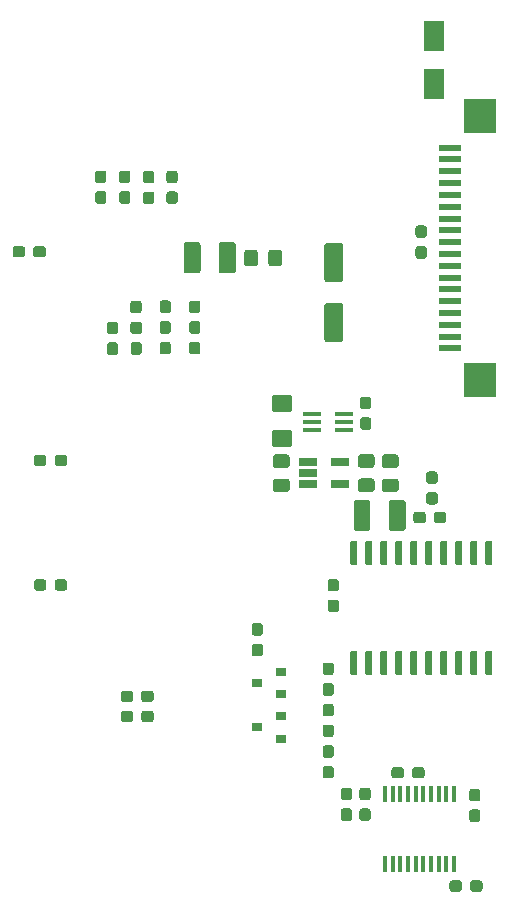
<source format=gbr>
G04 #@! TF.GenerationSoftware,KiCad,Pcbnew,5.1.5+dfsg1-2build2*
G04 #@! TF.CreationDate,2020-07-01T21:17:18+02:00*
G04 #@! TF.ProjectId,BaSe_PWR_V3_2,42615365-5f50-4575-925f-56335f322e6b,rev?*
G04 #@! TF.SameCoordinates,Original*
G04 #@! TF.FileFunction,Paste,Top*
G04 #@! TF.FilePolarity,Positive*
%FSLAX46Y46*%
G04 Gerber Fmt 4.6, Leading zero omitted, Abs format (unit mm)*
G04 Created by KiCad (PCBNEW 5.1.5+dfsg1-2build2) date 2020-07-01 21:17:18*
%MOMM*%
%LPD*%
G04 APERTURE LIST*
%ADD10C,0.100000*%
%ADD11R,0.900000X0.800000*%
%ADD12R,0.450000X1.450000*%
%ADD13R,2.800000X3.000000*%
%ADD14R,1.900000X0.600000*%
%ADD15R,1.560000X0.650000*%
%ADD16R,1.800000X2.500000*%
%ADD17R,1.500000X0.400000*%
G04 APERTURE END LIST*
D10*
G36*
X96170779Y-102941144D02*
G01*
X96193834Y-102944563D01*
X96216443Y-102950227D01*
X96238387Y-102958079D01*
X96259457Y-102968044D01*
X96279448Y-102980026D01*
X96298168Y-102993910D01*
X96315438Y-103009562D01*
X96331090Y-103026832D01*
X96344974Y-103045552D01*
X96356956Y-103065543D01*
X96366921Y-103086613D01*
X96374773Y-103108557D01*
X96380437Y-103131166D01*
X96383856Y-103154221D01*
X96385000Y-103177500D01*
X96385000Y-103752500D01*
X96383856Y-103775779D01*
X96380437Y-103798834D01*
X96374773Y-103821443D01*
X96366921Y-103843387D01*
X96356956Y-103864457D01*
X96344974Y-103884448D01*
X96331090Y-103903168D01*
X96315438Y-103920438D01*
X96298168Y-103936090D01*
X96279448Y-103949974D01*
X96259457Y-103961956D01*
X96238387Y-103971921D01*
X96216443Y-103979773D01*
X96193834Y-103985437D01*
X96170779Y-103988856D01*
X96147500Y-103990000D01*
X95672500Y-103990000D01*
X95649221Y-103988856D01*
X95626166Y-103985437D01*
X95603557Y-103979773D01*
X95581613Y-103971921D01*
X95560543Y-103961956D01*
X95540552Y-103949974D01*
X95521832Y-103936090D01*
X95504562Y-103920438D01*
X95488910Y-103903168D01*
X95475026Y-103884448D01*
X95463044Y-103864457D01*
X95453079Y-103843387D01*
X95445227Y-103821443D01*
X95439563Y-103798834D01*
X95436144Y-103775779D01*
X95435000Y-103752500D01*
X95435000Y-103177500D01*
X95436144Y-103154221D01*
X95439563Y-103131166D01*
X95445227Y-103108557D01*
X95453079Y-103086613D01*
X95463044Y-103065543D01*
X95475026Y-103045552D01*
X95488910Y-103026832D01*
X95504562Y-103009562D01*
X95521832Y-102993910D01*
X95540552Y-102980026D01*
X95560543Y-102968044D01*
X95581613Y-102958079D01*
X95603557Y-102950227D01*
X95626166Y-102944563D01*
X95649221Y-102941144D01*
X95672500Y-102940000D01*
X96147500Y-102940000D01*
X96170779Y-102941144D01*
G37*
G36*
X96170779Y-104691144D02*
G01*
X96193834Y-104694563D01*
X96216443Y-104700227D01*
X96238387Y-104708079D01*
X96259457Y-104718044D01*
X96279448Y-104730026D01*
X96298168Y-104743910D01*
X96315438Y-104759562D01*
X96331090Y-104776832D01*
X96344974Y-104795552D01*
X96356956Y-104815543D01*
X96366921Y-104836613D01*
X96374773Y-104858557D01*
X96380437Y-104881166D01*
X96383856Y-104904221D01*
X96385000Y-104927500D01*
X96385000Y-105502500D01*
X96383856Y-105525779D01*
X96380437Y-105548834D01*
X96374773Y-105571443D01*
X96366921Y-105593387D01*
X96356956Y-105614457D01*
X96344974Y-105634448D01*
X96331090Y-105653168D01*
X96315438Y-105670438D01*
X96298168Y-105686090D01*
X96279448Y-105699974D01*
X96259457Y-105711956D01*
X96238387Y-105721921D01*
X96216443Y-105729773D01*
X96193834Y-105735437D01*
X96170779Y-105738856D01*
X96147500Y-105740000D01*
X95672500Y-105740000D01*
X95649221Y-105738856D01*
X95626166Y-105735437D01*
X95603557Y-105729773D01*
X95581613Y-105721921D01*
X95560543Y-105711956D01*
X95540552Y-105699974D01*
X95521832Y-105686090D01*
X95504562Y-105670438D01*
X95488910Y-105653168D01*
X95475026Y-105634448D01*
X95463044Y-105614457D01*
X95453079Y-105593387D01*
X95445227Y-105571443D01*
X95439563Y-105548834D01*
X95436144Y-105525779D01*
X95435000Y-105502500D01*
X95435000Y-104927500D01*
X95436144Y-104904221D01*
X95439563Y-104881166D01*
X95445227Y-104858557D01*
X95453079Y-104836613D01*
X95463044Y-104815543D01*
X95475026Y-104795552D01*
X95488910Y-104776832D01*
X95504562Y-104759562D01*
X95521832Y-104743910D01*
X95540552Y-104730026D01*
X95560543Y-104718044D01*
X95581613Y-104708079D01*
X95603557Y-104700227D01*
X95626166Y-104694563D01*
X95649221Y-104691144D01*
X95672500Y-104690000D01*
X96147500Y-104690000D01*
X96170779Y-104691144D01*
G37*
G36*
X96170779Y-99431144D02*
G01*
X96193834Y-99434563D01*
X96216443Y-99440227D01*
X96238387Y-99448079D01*
X96259457Y-99458044D01*
X96279448Y-99470026D01*
X96298168Y-99483910D01*
X96315438Y-99499562D01*
X96331090Y-99516832D01*
X96344974Y-99535552D01*
X96356956Y-99555543D01*
X96366921Y-99576613D01*
X96374773Y-99598557D01*
X96380437Y-99621166D01*
X96383856Y-99644221D01*
X96385000Y-99667500D01*
X96385000Y-100242500D01*
X96383856Y-100265779D01*
X96380437Y-100288834D01*
X96374773Y-100311443D01*
X96366921Y-100333387D01*
X96356956Y-100354457D01*
X96344974Y-100374448D01*
X96331090Y-100393168D01*
X96315438Y-100410438D01*
X96298168Y-100426090D01*
X96279448Y-100439974D01*
X96259457Y-100451956D01*
X96238387Y-100461921D01*
X96216443Y-100469773D01*
X96193834Y-100475437D01*
X96170779Y-100478856D01*
X96147500Y-100480000D01*
X95672500Y-100480000D01*
X95649221Y-100478856D01*
X95626166Y-100475437D01*
X95603557Y-100469773D01*
X95581613Y-100461921D01*
X95560543Y-100451956D01*
X95540552Y-100439974D01*
X95521832Y-100426090D01*
X95504562Y-100410438D01*
X95488910Y-100393168D01*
X95475026Y-100374448D01*
X95463044Y-100354457D01*
X95453079Y-100333387D01*
X95445227Y-100311443D01*
X95439563Y-100288834D01*
X95436144Y-100265779D01*
X95435000Y-100242500D01*
X95435000Y-99667500D01*
X95436144Y-99644221D01*
X95439563Y-99621166D01*
X95445227Y-99598557D01*
X95453079Y-99576613D01*
X95463044Y-99555543D01*
X95475026Y-99535552D01*
X95488910Y-99516832D01*
X95504562Y-99499562D01*
X95521832Y-99483910D01*
X95540552Y-99470026D01*
X95560543Y-99458044D01*
X95581613Y-99448079D01*
X95603557Y-99440227D01*
X95626166Y-99434563D01*
X95649221Y-99431144D01*
X95672500Y-99430000D01*
X96147500Y-99430000D01*
X96170779Y-99431144D01*
G37*
G36*
X96170779Y-101181144D02*
G01*
X96193834Y-101184563D01*
X96216443Y-101190227D01*
X96238387Y-101198079D01*
X96259457Y-101208044D01*
X96279448Y-101220026D01*
X96298168Y-101233910D01*
X96315438Y-101249562D01*
X96331090Y-101266832D01*
X96344974Y-101285552D01*
X96356956Y-101305543D01*
X96366921Y-101326613D01*
X96374773Y-101348557D01*
X96380437Y-101371166D01*
X96383856Y-101394221D01*
X96385000Y-101417500D01*
X96385000Y-101992500D01*
X96383856Y-102015779D01*
X96380437Y-102038834D01*
X96374773Y-102061443D01*
X96366921Y-102083387D01*
X96356956Y-102104457D01*
X96344974Y-102124448D01*
X96331090Y-102143168D01*
X96315438Y-102160438D01*
X96298168Y-102176090D01*
X96279448Y-102189974D01*
X96259457Y-102201956D01*
X96238387Y-102211921D01*
X96216443Y-102219773D01*
X96193834Y-102225437D01*
X96170779Y-102228856D01*
X96147500Y-102230000D01*
X95672500Y-102230000D01*
X95649221Y-102228856D01*
X95626166Y-102225437D01*
X95603557Y-102219773D01*
X95581613Y-102211921D01*
X95560543Y-102201956D01*
X95540552Y-102189974D01*
X95521832Y-102176090D01*
X95504562Y-102160438D01*
X95488910Y-102143168D01*
X95475026Y-102124448D01*
X95463044Y-102104457D01*
X95453079Y-102083387D01*
X95445227Y-102061443D01*
X95439563Y-102038834D01*
X95436144Y-102015779D01*
X95435000Y-101992500D01*
X95435000Y-101417500D01*
X95436144Y-101394221D01*
X95439563Y-101371166D01*
X95445227Y-101348557D01*
X95453079Y-101326613D01*
X95463044Y-101305543D01*
X95475026Y-101285552D01*
X95488910Y-101266832D01*
X95504562Y-101249562D01*
X95521832Y-101233910D01*
X95540552Y-101220026D01*
X95560543Y-101208044D01*
X95581613Y-101198079D01*
X95603557Y-101190227D01*
X95626166Y-101184563D01*
X95649221Y-101181144D01*
X95672500Y-101180000D01*
X96147500Y-101180000D01*
X96170779Y-101181144D01*
G37*
D11*
X89890000Y-97640000D03*
X91890000Y-96690000D03*
X91890000Y-98590000D03*
X89880000Y-101410000D03*
X91880000Y-100460000D03*
X91880000Y-102360000D03*
D10*
G36*
X96170779Y-95931144D02*
G01*
X96193834Y-95934563D01*
X96216443Y-95940227D01*
X96238387Y-95948079D01*
X96259457Y-95958044D01*
X96279448Y-95970026D01*
X96298168Y-95983910D01*
X96315438Y-95999562D01*
X96331090Y-96016832D01*
X96344974Y-96035552D01*
X96356956Y-96055543D01*
X96366921Y-96076613D01*
X96374773Y-96098557D01*
X96380437Y-96121166D01*
X96383856Y-96144221D01*
X96385000Y-96167500D01*
X96385000Y-96742500D01*
X96383856Y-96765779D01*
X96380437Y-96788834D01*
X96374773Y-96811443D01*
X96366921Y-96833387D01*
X96356956Y-96854457D01*
X96344974Y-96874448D01*
X96331090Y-96893168D01*
X96315438Y-96910438D01*
X96298168Y-96926090D01*
X96279448Y-96939974D01*
X96259457Y-96951956D01*
X96238387Y-96961921D01*
X96216443Y-96969773D01*
X96193834Y-96975437D01*
X96170779Y-96978856D01*
X96147500Y-96980000D01*
X95672500Y-96980000D01*
X95649221Y-96978856D01*
X95626166Y-96975437D01*
X95603557Y-96969773D01*
X95581613Y-96961921D01*
X95560543Y-96951956D01*
X95540552Y-96939974D01*
X95521832Y-96926090D01*
X95504562Y-96910438D01*
X95488910Y-96893168D01*
X95475026Y-96874448D01*
X95463044Y-96854457D01*
X95453079Y-96833387D01*
X95445227Y-96811443D01*
X95439563Y-96788834D01*
X95436144Y-96765779D01*
X95435000Y-96742500D01*
X95435000Y-96167500D01*
X95436144Y-96144221D01*
X95439563Y-96121166D01*
X95445227Y-96098557D01*
X95453079Y-96076613D01*
X95463044Y-96055543D01*
X95475026Y-96035552D01*
X95488910Y-96016832D01*
X95504562Y-95999562D01*
X95521832Y-95983910D01*
X95540552Y-95970026D01*
X95560543Y-95958044D01*
X95581613Y-95948079D01*
X95603557Y-95940227D01*
X95626166Y-95934563D01*
X95649221Y-95931144D01*
X95672500Y-95930000D01*
X96147500Y-95930000D01*
X96170779Y-95931144D01*
G37*
G36*
X96170779Y-97681144D02*
G01*
X96193834Y-97684563D01*
X96216443Y-97690227D01*
X96238387Y-97698079D01*
X96259457Y-97708044D01*
X96279448Y-97720026D01*
X96298168Y-97733910D01*
X96315438Y-97749562D01*
X96331090Y-97766832D01*
X96344974Y-97785552D01*
X96356956Y-97805543D01*
X96366921Y-97826613D01*
X96374773Y-97848557D01*
X96380437Y-97871166D01*
X96383856Y-97894221D01*
X96385000Y-97917500D01*
X96385000Y-98492500D01*
X96383856Y-98515779D01*
X96380437Y-98538834D01*
X96374773Y-98561443D01*
X96366921Y-98583387D01*
X96356956Y-98604457D01*
X96344974Y-98624448D01*
X96331090Y-98643168D01*
X96315438Y-98660438D01*
X96298168Y-98676090D01*
X96279448Y-98689974D01*
X96259457Y-98701956D01*
X96238387Y-98711921D01*
X96216443Y-98719773D01*
X96193834Y-98725437D01*
X96170779Y-98728856D01*
X96147500Y-98730000D01*
X95672500Y-98730000D01*
X95649221Y-98728856D01*
X95626166Y-98725437D01*
X95603557Y-98719773D01*
X95581613Y-98711921D01*
X95560543Y-98701956D01*
X95540552Y-98689974D01*
X95521832Y-98676090D01*
X95504562Y-98660438D01*
X95488910Y-98643168D01*
X95475026Y-98624448D01*
X95463044Y-98604457D01*
X95453079Y-98583387D01*
X95445227Y-98561443D01*
X95439563Y-98538834D01*
X95436144Y-98515779D01*
X95435000Y-98492500D01*
X95435000Y-97917500D01*
X95436144Y-97894221D01*
X95439563Y-97871166D01*
X95445227Y-97848557D01*
X95453079Y-97826613D01*
X95463044Y-97805543D01*
X95475026Y-97785552D01*
X95488910Y-97766832D01*
X95504562Y-97749562D01*
X95521832Y-97733910D01*
X95540552Y-97720026D01*
X95560543Y-97708044D01*
X95581613Y-97698079D01*
X95603557Y-97690227D01*
X95626166Y-97684563D01*
X95649221Y-97681144D01*
X95672500Y-97680000D01*
X96147500Y-97680000D01*
X96170779Y-97681144D01*
G37*
G36*
X79900779Y-67056144D02*
G01*
X79923834Y-67059563D01*
X79946443Y-67065227D01*
X79968387Y-67073079D01*
X79989457Y-67083044D01*
X80009448Y-67095026D01*
X80028168Y-67108910D01*
X80045438Y-67124562D01*
X80061090Y-67141832D01*
X80074974Y-67160552D01*
X80086956Y-67180543D01*
X80096921Y-67201613D01*
X80104773Y-67223557D01*
X80110437Y-67246166D01*
X80113856Y-67269221D01*
X80115000Y-67292500D01*
X80115000Y-67867500D01*
X80113856Y-67890779D01*
X80110437Y-67913834D01*
X80104773Y-67936443D01*
X80096921Y-67958387D01*
X80086956Y-67979457D01*
X80074974Y-67999448D01*
X80061090Y-68018168D01*
X80045438Y-68035438D01*
X80028168Y-68051090D01*
X80009448Y-68064974D01*
X79989457Y-68076956D01*
X79968387Y-68086921D01*
X79946443Y-68094773D01*
X79923834Y-68100437D01*
X79900779Y-68103856D01*
X79877500Y-68105000D01*
X79402500Y-68105000D01*
X79379221Y-68103856D01*
X79356166Y-68100437D01*
X79333557Y-68094773D01*
X79311613Y-68086921D01*
X79290543Y-68076956D01*
X79270552Y-68064974D01*
X79251832Y-68051090D01*
X79234562Y-68035438D01*
X79218910Y-68018168D01*
X79205026Y-67999448D01*
X79193044Y-67979457D01*
X79183079Y-67958387D01*
X79175227Y-67936443D01*
X79169563Y-67913834D01*
X79166144Y-67890779D01*
X79165000Y-67867500D01*
X79165000Y-67292500D01*
X79166144Y-67269221D01*
X79169563Y-67246166D01*
X79175227Y-67223557D01*
X79183079Y-67201613D01*
X79193044Y-67180543D01*
X79205026Y-67160552D01*
X79218910Y-67141832D01*
X79234562Y-67124562D01*
X79251832Y-67108910D01*
X79270552Y-67095026D01*
X79290543Y-67083044D01*
X79311613Y-67073079D01*
X79333557Y-67065227D01*
X79356166Y-67059563D01*
X79379221Y-67056144D01*
X79402500Y-67055000D01*
X79877500Y-67055000D01*
X79900779Y-67056144D01*
G37*
G36*
X79900779Y-65306144D02*
G01*
X79923834Y-65309563D01*
X79946443Y-65315227D01*
X79968387Y-65323079D01*
X79989457Y-65333044D01*
X80009448Y-65345026D01*
X80028168Y-65358910D01*
X80045438Y-65374562D01*
X80061090Y-65391832D01*
X80074974Y-65410552D01*
X80086956Y-65430543D01*
X80096921Y-65451613D01*
X80104773Y-65473557D01*
X80110437Y-65496166D01*
X80113856Y-65519221D01*
X80115000Y-65542500D01*
X80115000Y-66117500D01*
X80113856Y-66140779D01*
X80110437Y-66163834D01*
X80104773Y-66186443D01*
X80096921Y-66208387D01*
X80086956Y-66229457D01*
X80074974Y-66249448D01*
X80061090Y-66268168D01*
X80045438Y-66285438D01*
X80028168Y-66301090D01*
X80009448Y-66314974D01*
X79989457Y-66326956D01*
X79968387Y-66336921D01*
X79946443Y-66344773D01*
X79923834Y-66350437D01*
X79900779Y-66353856D01*
X79877500Y-66355000D01*
X79402500Y-66355000D01*
X79379221Y-66353856D01*
X79356166Y-66350437D01*
X79333557Y-66344773D01*
X79311613Y-66336921D01*
X79290543Y-66326956D01*
X79270552Y-66314974D01*
X79251832Y-66301090D01*
X79234562Y-66285438D01*
X79218910Y-66268168D01*
X79205026Y-66249448D01*
X79193044Y-66229457D01*
X79183079Y-66208387D01*
X79175227Y-66186443D01*
X79169563Y-66163834D01*
X79166144Y-66140779D01*
X79165000Y-66117500D01*
X79165000Y-65542500D01*
X79166144Y-65519221D01*
X79169563Y-65496166D01*
X79175227Y-65473557D01*
X79183079Y-65451613D01*
X79193044Y-65430543D01*
X79205026Y-65410552D01*
X79218910Y-65391832D01*
X79234562Y-65374562D01*
X79251832Y-65358910D01*
X79270552Y-65345026D01*
X79290543Y-65333044D01*
X79311613Y-65323079D01*
X79333557Y-65315227D01*
X79356166Y-65309563D01*
X79379221Y-65306144D01*
X79402500Y-65305000D01*
X79877500Y-65305000D01*
X79900779Y-65306144D01*
G37*
G36*
X82380779Y-67026144D02*
G01*
X82403834Y-67029563D01*
X82426443Y-67035227D01*
X82448387Y-67043079D01*
X82469457Y-67053044D01*
X82489448Y-67065026D01*
X82508168Y-67078910D01*
X82525438Y-67094562D01*
X82541090Y-67111832D01*
X82554974Y-67130552D01*
X82566956Y-67150543D01*
X82576921Y-67171613D01*
X82584773Y-67193557D01*
X82590437Y-67216166D01*
X82593856Y-67239221D01*
X82595000Y-67262500D01*
X82595000Y-67837500D01*
X82593856Y-67860779D01*
X82590437Y-67883834D01*
X82584773Y-67906443D01*
X82576921Y-67928387D01*
X82566956Y-67949457D01*
X82554974Y-67969448D01*
X82541090Y-67988168D01*
X82525438Y-68005438D01*
X82508168Y-68021090D01*
X82489448Y-68034974D01*
X82469457Y-68046956D01*
X82448387Y-68056921D01*
X82426443Y-68064773D01*
X82403834Y-68070437D01*
X82380779Y-68073856D01*
X82357500Y-68075000D01*
X81882500Y-68075000D01*
X81859221Y-68073856D01*
X81836166Y-68070437D01*
X81813557Y-68064773D01*
X81791613Y-68056921D01*
X81770543Y-68046956D01*
X81750552Y-68034974D01*
X81731832Y-68021090D01*
X81714562Y-68005438D01*
X81698910Y-67988168D01*
X81685026Y-67969448D01*
X81673044Y-67949457D01*
X81663079Y-67928387D01*
X81655227Y-67906443D01*
X81649563Y-67883834D01*
X81646144Y-67860779D01*
X81645000Y-67837500D01*
X81645000Y-67262500D01*
X81646144Y-67239221D01*
X81649563Y-67216166D01*
X81655227Y-67193557D01*
X81663079Y-67171613D01*
X81673044Y-67150543D01*
X81685026Y-67130552D01*
X81698910Y-67111832D01*
X81714562Y-67094562D01*
X81731832Y-67078910D01*
X81750552Y-67065026D01*
X81770543Y-67053044D01*
X81791613Y-67043079D01*
X81813557Y-67035227D01*
X81836166Y-67029563D01*
X81859221Y-67026144D01*
X81882500Y-67025000D01*
X82357500Y-67025000D01*
X82380779Y-67026144D01*
G37*
G36*
X82380779Y-65276144D02*
G01*
X82403834Y-65279563D01*
X82426443Y-65285227D01*
X82448387Y-65293079D01*
X82469457Y-65303044D01*
X82489448Y-65315026D01*
X82508168Y-65328910D01*
X82525438Y-65344562D01*
X82541090Y-65361832D01*
X82554974Y-65380552D01*
X82566956Y-65400543D01*
X82576921Y-65421613D01*
X82584773Y-65443557D01*
X82590437Y-65466166D01*
X82593856Y-65489221D01*
X82595000Y-65512500D01*
X82595000Y-66087500D01*
X82593856Y-66110779D01*
X82590437Y-66133834D01*
X82584773Y-66156443D01*
X82576921Y-66178387D01*
X82566956Y-66199457D01*
X82554974Y-66219448D01*
X82541090Y-66238168D01*
X82525438Y-66255438D01*
X82508168Y-66271090D01*
X82489448Y-66284974D01*
X82469457Y-66296956D01*
X82448387Y-66306921D01*
X82426443Y-66314773D01*
X82403834Y-66320437D01*
X82380779Y-66323856D01*
X82357500Y-66325000D01*
X81882500Y-66325000D01*
X81859221Y-66323856D01*
X81836166Y-66320437D01*
X81813557Y-66314773D01*
X81791613Y-66306921D01*
X81770543Y-66296956D01*
X81750552Y-66284974D01*
X81731832Y-66271090D01*
X81714562Y-66255438D01*
X81698910Y-66238168D01*
X81685026Y-66219448D01*
X81673044Y-66199457D01*
X81663079Y-66178387D01*
X81655227Y-66156443D01*
X81649563Y-66133834D01*
X81646144Y-66110779D01*
X81645000Y-66087500D01*
X81645000Y-65512500D01*
X81646144Y-65489221D01*
X81649563Y-65466166D01*
X81655227Y-65443557D01*
X81663079Y-65421613D01*
X81673044Y-65400543D01*
X81685026Y-65380552D01*
X81698910Y-65361832D01*
X81714562Y-65344562D01*
X81731832Y-65328910D01*
X81750552Y-65315026D01*
X81770543Y-65303044D01*
X81791613Y-65293079D01*
X81813557Y-65285227D01*
X81836166Y-65279563D01*
X81859221Y-65276144D01*
X81882500Y-65275000D01*
X82357500Y-65275000D01*
X82380779Y-65276144D01*
G37*
G36*
X84880779Y-67036144D02*
G01*
X84903834Y-67039563D01*
X84926443Y-67045227D01*
X84948387Y-67053079D01*
X84969457Y-67063044D01*
X84989448Y-67075026D01*
X85008168Y-67088910D01*
X85025438Y-67104562D01*
X85041090Y-67121832D01*
X85054974Y-67140552D01*
X85066956Y-67160543D01*
X85076921Y-67181613D01*
X85084773Y-67203557D01*
X85090437Y-67226166D01*
X85093856Y-67249221D01*
X85095000Y-67272500D01*
X85095000Y-67847500D01*
X85093856Y-67870779D01*
X85090437Y-67893834D01*
X85084773Y-67916443D01*
X85076921Y-67938387D01*
X85066956Y-67959457D01*
X85054974Y-67979448D01*
X85041090Y-67998168D01*
X85025438Y-68015438D01*
X85008168Y-68031090D01*
X84989448Y-68044974D01*
X84969457Y-68056956D01*
X84948387Y-68066921D01*
X84926443Y-68074773D01*
X84903834Y-68080437D01*
X84880779Y-68083856D01*
X84857500Y-68085000D01*
X84382500Y-68085000D01*
X84359221Y-68083856D01*
X84336166Y-68080437D01*
X84313557Y-68074773D01*
X84291613Y-68066921D01*
X84270543Y-68056956D01*
X84250552Y-68044974D01*
X84231832Y-68031090D01*
X84214562Y-68015438D01*
X84198910Y-67998168D01*
X84185026Y-67979448D01*
X84173044Y-67959457D01*
X84163079Y-67938387D01*
X84155227Y-67916443D01*
X84149563Y-67893834D01*
X84146144Y-67870779D01*
X84145000Y-67847500D01*
X84145000Y-67272500D01*
X84146144Y-67249221D01*
X84149563Y-67226166D01*
X84155227Y-67203557D01*
X84163079Y-67181613D01*
X84173044Y-67160543D01*
X84185026Y-67140552D01*
X84198910Y-67121832D01*
X84214562Y-67104562D01*
X84231832Y-67088910D01*
X84250552Y-67075026D01*
X84270543Y-67063044D01*
X84291613Y-67053079D01*
X84313557Y-67045227D01*
X84336166Y-67039563D01*
X84359221Y-67036144D01*
X84382500Y-67035000D01*
X84857500Y-67035000D01*
X84880779Y-67036144D01*
G37*
G36*
X84880779Y-65286144D02*
G01*
X84903834Y-65289563D01*
X84926443Y-65295227D01*
X84948387Y-65303079D01*
X84969457Y-65313044D01*
X84989448Y-65325026D01*
X85008168Y-65338910D01*
X85025438Y-65354562D01*
X85041090Y-65371832D01*
X85054974Y-65390552D01*
X85066956Y-65410543D01*
X85076921Y-65431613D01*
X85084773Y-65453557D01*
X85090437Y-65476166D01*
X85093856Y-65499221D01*
X85095000Y-65522500D01*
X85095000Y-66097500D01*
X85093856Y-66120779D01*
X85090437Y-66143834D01*
X85084773Y-66166443D01*
X85076921Y-66188387D01*
X85066956Y-66209457D01*
X85054974Y-66229448D01*
X85041090Y-66248168D01*
X85025438Y-66265438D01*
X85008168Y-66281090D01*
X84989448Y-66294974D01*
X84969457Y-66306956D01*
X84948387Y-66316921D01*
X84926443Y-66324773D01*
X84903834Y-66330437D01*
X84880779Y-66333856D01*
X84857500Y-66335000D01*
X84382500Y-66335000D01*
X84359221Y-66333856D01*
X84336166Y-66330437D01*
X84313557Y-66324773D01*
X84291613Y-66316921D01*
X84270543Y-66306956D01*
X84250552Y-66294974D01*
X84231832Y-66281090D01*
X84214562Y-66265438D01*
X84198910Y-66248168D01*
X84185026Y-66229448D01*
X84173044Y-66209457D01*
X84163079Y-66188387D01*
X84155227Y-66166443D01*
X84149563Y-66143834D01*
X84146144Y-66120779D01*
X84145000Y-66097500D01*
X84145000Y-65522500D01*
X84146144Y-65499221D01*
X84149563Y-65476166D01*
X84155227Y-65453557D01*
X84163079Y-65431613D01*
X84173044Y-65410543D01*
X84185026Y-65390552D01*
X84198910Y-65371832D01*
X84214562Y-65354562D01*
X84231832Y-65338910D01*
X84250552Y-65325026D01*
X84270543Y-65313044D01*
X84291613Y-65303079D01*
X84313557Y-65295227D01*
X84336166Y-65289563D01*
X84359221Y-65286144D01*
X84382500Y-65285000D01*
X84857500Y-65285000D01*
X84880779Y-65286144D01*
G37*
G36*
X96964504Y-65486204D02*
G01*
X96988773Y-65489804D01*
X97012571Y-65495765D01*
X97035671Y-65504030D01*
X97057849Y-65514520D01*
X97078893Y-65527133D01*
X97098598Y-65541747D01*
X97116777Y-65558223D01*
X97133253Y-65576402D01*
X97147867Y-65596107D01*
X97160480Y-65617151D01*
X97170970Y-65639329D01*
X97179235Y-65662429D01*
X97185196Y-65686227D01*
X97188796Y-65710496D01*
X97190000Y-65735000D01*
X97190000Y-68560000D01*
X97188796Y-68584504D01*
X97185196Y-68608773D01*
X97179235Y-68632571D01*
X97170970Y-68655671D01*
X97160480Y-68677849D01*
X97147867Y-68698893D01*
X97133253Y-68718598D01*
X97116777Y-68736777D01*
X97098598Y-68753253D01*
X97078893Y-68767867D01*
X97057849Y-68780480D01*
X97035671Y-68790970D01*
X97012571Y-68799235D01*
X96988773Y-68805196D01*
X96964504Y-68808796D01*
X96940000Y-68810000D01*
X95840000Y-68810000D01*
X95815496Y-68808796D01*
X95791227Y-68805196D01*
X95767429Y-68799235D01*
X95744329Y-68790970D01*
X95722151Y-68780480D01*
X95701107Y-68767867D01*
X95681402Y-68753253D01*
X95663223Y-68736777D01*
X95646747Y-68718598D01*
X95632133Y-68698893D01*
X95619520Y-68677849D01*
X95609030Y-68655671D01*
X95600765Y-68632571D01*
X95594804Y-68608773D01*
X95591204Y-68584504D01*
X95590000Y-68560000D01*
X95590000Y-65735000D01*
X95591204Y-65710496D01*
X95594804Y-65686227D01*
X95600765Y-65662429D01*
X95609030Y-65639329D01*
X95619520Y-65617151D01*
X95632133Y-65596107D01*
X95646747Y-65576402D01*
X95663223Y-65558223D01*
X95681402Y-65541747D01*
X95701107Y-65527133D01*
X95722151Y-65514520D01*
X95744329Y-65504030D01*
X95767429Y-65495765D01*
X95791227Y-65489804D01*
X95815496Y-65486204D01*
X95840000Y-65485000D01*
X96940000Y-65485000D01*
X96964504Y-65486204D01*
G37*
G36*
X96964504Y-60411204D02*
G01*
X96988773Y-60414804D01*
X97012571Y-60420765D01*
X97035671Y-60429030D01*
X97057849Y-60439520D01*
X97078893Y-60452133D01*
X97098598Y-60466747D01*
X97116777Y-60483223D01*
X97133253Y-60501402D01*
X97147867Y-60521107D01*
X97160480Y-60542151D01*
X97170970Y-60564329D01*
X97179235Y-60587429D01*
X97185196Y-60611227D01*
X97188796Y-60635496D01*
X97190000Y-60660000D01*
X97190000Y-63485000D01*
X97188796Y-63509504D01*
X97185196Y-63533773D01*
X97179235Y-63557571D01*
X97170970Y-63580671D01*
X97160480Y-63602849D01*
X97147867Y-63623893D01*
X97133253Y-63643598D01*
X97116777Y-63661777D01*
X97098598Y-63678253D01*
X97078893Y-63692867D01*
X97057849Y-63705480D01*
X97035671Y-63715970D01*
X97012571Y-63724235D01*
X96988773Y-63730196D01*
X96964504Y-63733796D01*
X96940000Y-63735000D01*
X95840000Y-63735000D01*
X95815496Y-63733796D01*
X95791227Y-63730196D01*
X95767429Y-63724235D01*
X95744329Y-63715970D01*
X95722151Y-63705480D01*
X95701107Y-63692867D01*
X95681402Y-63678253D01*
X95663223Y-63661777D01*
X95646747Y-63643598D01*
X95632133Y-63623893D01*
X95619520Y-63602849D01*
X95609030Y-63580671D01*
X95600765Y-63557571D01*
X95594804Y-63533773D01*
X95591204Y-63509504D01*
X95590000Y-63485000D01*
X95590000Y-60660000D01*
X95591204Y-60635496D01*
X95594804Y-60611227D01*
X95600765Y-60587429D01*
X95609030Y-60564329D01*
X95619520Y-60542151D01*
X95632133Y-60521107D01*
X95646747Y-60501402D01*
X95663223Y-60483223D01*
X95681402Y-60466747D01*
X95701107Y-60452133D01*
X95722151Y-60439520D01*
X95744329Y-60429030D01*
X95767429Y-60420765D01*
X95791227Y-60414804D01*
X95815496Y-60411204D01*
X95840000Y-60410000D01*
X96940000Y-60410000D01*
X96964504Y-60411204D01*
G37*
G36*
X90170779Y-92591144D02*
G01*
X90193834Y-92594563D01*
X90216443Y-92600227D01*
X90238387Y-92608079D01*
X90259457Y-92618044D01*
X90279448Y-92630026D01*
X90298168Y-92643910D01*
X90315438Y-92659562D01*
X90331090Y-92676832D01*
X90344974Y-92695552D01*
X90356956Y-92715543D01*
X90366921Y-92736613D01*
X90374773Y-92758557D01*
X90380437Y-92781166D01*
X90383856Y-92804221D01*
X90385000Y-92827500D01*
X90385000Y-93402500D01*
X90383856Y-93425779D01*
X90380437Y-93448834D01*
X90374773Y-93471443D01*
X90366921Y-93493387D01*
X90356956Y-93514457D01*
X90344974Y-93534448D01*
X90331090Y-93553168D01*
X90315438Y-93570438D01*
X90298168Y-93586090D01*
X90279448Y-93599974D01*
X90259457Y-93611956D01*
X90238387Y-93621921D01*
X90216443Y-93629773D01*
X90193834Y-93635437D01*
X90170779Y-93638856D01*
X90147500Y-93640000D01*
X89672500Y-93640000D01*
X89649221Y-93638856D01*
X89626166Y-93635437D01*
X89603557Y-93629773D01*
X89581613Y-93621921D01*
X89560543Y-93611956D01*
X89540552Y-93599974D01*
X89521832Y-93586090D01*
X89504562Y-93570438D01*
X89488910Y-93553168D01*
X89475026Y-93534448D01*
X89463044Y-93514457D01*
X89453079Y-93493387D01*
X89445227Y-93471443D01*
X89439563Y-93448834D01*
X89436144Y-93425779D01*
X89435000Y-93402500D01*
X89435000Y-92827500D01*
X89436144Y-92804221D01*
X89439563Y-92781166D01*
X89445227Y-92758557D01*
X89453079Y-92736613D01*
X89463044Y-92715543D01*
X89475026Y-92695552D01*
X89488910Y-92676832D01*
X89504562Y-92659562D01*
X89521832Y-92643910D01*
X89540552Y-92630026D01*
X89560543Y-92618044D01*
X89581613Y-92608079D01*
X89603557Y-92600227D01*
X89626166Y-92594563D01*
X89649221Y-92591144D01*
X89672500Y-92590000D01*
X90147500Y-92590000D01*
X90170779Y-92591144D01*
G37*
G36*
X90170779Y-94341144D02*
G01*
X90193834Y-94344563D01*
X90216443Y-94350227D01*
X90238387Y-94358079D01*
X90259457Y-94368044D01*
X90279448Y-94380026D01*
X90298168Y-94393910D01*
X90315438Y-94409562D01*
X90331090Y-94426832D01*
X90344974Y-94445552D01*
X90356956Y-94465543D01*
X90366921Y-94486613D01*
X90374773Y-94508557D01*
X90380437Y-94531166D01*
X90383856Y-94554221D01*
X90385000Y-94577500D01*
X90385000Y-95152500D01*
X90383856Y-95175779D01*
X90380437Y-95198834D01*
X90374773Y-95221443D01*
X90366921Y-95243387D01*
X90356956Y-95264457D01*
X90344974Y-95284448D01*
X90331090Y-95303168D01*
X90315438Y-95320438D01*
X90298168Y-95336090D01*
X90279448Y-95349974D01*
X90259457Y-95361956D01*
X90238387Y-95371921D01*
X90216443Y-95379773D01*
X90193834Y-95385437D01*
X90170779Y-95388856D01*
X90147500Y-95390000D01*
X89672500Y-95390000D01*
X89649221Y-95388856D01*
X89626166Y-95385437D01*
X89603557Y-95379773D01*
X89581613Y-95371921D01*
X89560543Y-95361956D01*
X89540552Y-95349974D01*
X89521832Y-95336090D01*
X89504562Y-95320438D01*
X89488910Y-95303168D01*
X89475026Y-95284448D01*
X89463044Y-95264457D01*
X89453079Y-95243387D01*
X89445227Y-95221443D01*
X89439563Y-95198834D01*
X89436144Y-95175779D01*
X89435000Y-95152500D01*
X89435000Y-94577500D01*
X89436144Y-94554221D01*
X89439563Y-94531166D01*
X89445227Y-94508557D01*
X89453079Y-94486613D01*
X89463044Y-94465543D01*
X89475026Y-94445552D01*
X89488910Y-94426832D01*
X89504562Y-94409562D01*
X89521832Y-94393910D01*
X89540552Y-94380026D01*
X89560543Y-94368044D01*
X89581613Y-94358079D01*
X89603557Y-94350227D01*
X89626166Y-94344563D01*
X89649221Y-94341144D01*
X89672500Y-94340000D01*
X90147500Y-94340000D01*
X90170779Y-94341144D01*
G37*
D12*
X106575000Y-112990000D03*
X105925000Y-112990000D03*
X105275000Y-112990000D03*
X104625000Y-112990000D03*
X103975000Y-112990000D03*
X103325000Y-112990000D03*
X102675000Y-112990000D03*
X102025000Y-112990000D03*
X101375000Y-112990000D03*
X100725000Y-112990000D03*
X100725000Y-107090000D03*
X101375000Y-107090000D03*
X102025000Y-107090000D03*
X102675000Y-107090000D03*
X103325000Y-107090000D03*
X103975000Y-107090000D03*
X104625000Y-107090000D03*
X105275000Y-107090000D03*
X105925000Y-107090000D03*
X106575000Y-107090000D03*
D10*
G36*
X108590779Y-106621144D02*
G01*
X108613834Y-106624563D01*
X108636443Y-106630227D01*
X108658387Y-106638079D01*
X108679457Y-106648044D01*
X108699448Y-106660026D01*
X108718168Y-106673910D01*
X108735438Y-106689562D01*
X108751090Y-106706832D01*
X108764974Y-106725552D01*
X108776956Y-106745543D01*
X108786921Y-106766613D01*
X108794773Y-106788557D01*
X108800437Y-106811166D01*
X108803856Y-106834221D01*
X108805000Y-106857500D01*
X108805000Y-107432500D01*
X108803856Y-107455779D01*
X108800437Y-107478834D01*
X108794773Y-107501443D01*
X108786921Y-107523387D01*
X108776956Y-107544457D01*
X108764974Y-107564448D01*
X108751090Y-107583168D01*
X108735438Y-107600438D01*
X108718168Y-107616090D01*
X108699448Y-107629974D01*
X108679457Y-107641956D01*
X108658387Y-107651921D01*
X108636443Y-107659773D01*
X108613834Y-107665437D01*
X108590779Y-107668856D01*
X108567500Y-107670000D01*
X108092500Y-107670000D01*
X108069221Y-107668856D01*
X108046166Y-107665437D01*
X108023557Y-107659773D01*
X108001613Y-107651921D01*
X107980543Y-107641956D01*
X107960552Y-107629974D01*
X107941832Y-107616090D01*
X107924562Y-107600438D01*
X107908910Y-107583168D01*
X107895026Y-107564448D01*
X107883044Y-107544457D01*
X107873079Y-107523387D01*
X107865227Y-107501443D01*
X107859563Y-107478834D01*
X107856144Y-107455779D01*
X107855000Y-107432500D01*
X107855000Y-106857500D01*
X107856144Y-106834221D01*
X107859563Y-106811166D01*
X107865227Y-106788557D01*
X107873079Y-106766613D01*
X107883044Y-106745543D01*
X107895026Y-106725552D01*
X107908910Y-106706832D01*
X107924562Y-106689562D01*
X107941832Y-106673910D01*
X107960552Y-106660026D01*
X107980543Y-106648044D01*
X108001613Y-106638079D01*
X108023557Y-106630227D01*
X108046166Y-106624563D01*
X108069221Y-106621144D01*
X108092500Y-106620000D01*
X108567500Y-106620000D01*
X108590779Y-106621144D01*
G37*
G36*
X108590779Y-108371144D02*
G01*
X108613834Y-108374563D01*
X108636443Y-108380227D01*
X108658387Y-108388079D01*
X108679457Y-108398044D01*
X108699448Y-108410026D01*
X108718168Y-108423910D01*
X108735438Y-108439562D01*
X108751090Y-108456832D01*
X108764974Y-108475552D01*
X108776956Y-108495543D01*
X108786921Y-108516613D01*
X108794773Y-108538557D01*
X108800437Y-108561166D01*
X108803856Y-108584221D01*
X108805000Y-108607500D01*
X108805000Y-109182500D01*
X108803856Y-109205779D01*
X108800437Y-109228834D01*
X108794773Y-109251443D01*
X108786921Y-109273387D01*
X108776956Y-109294457D01*
X108764974Y-109314448D01*
X108751090Y-109333168D01*
X108735438Y-109350438D01*
X108718168Y-109366090D01*
X108699448Y-109379974D01*
X108679457Y-109391956D01*
X108658387Y-109401921D01*
X108636443Y-109409773D01*
X108613834Y-109415437D01*
X108590779Y-109418856D01*
X108567500Y-109420000D01*
X108092500Y-109420000D01*
X108069221Y-109418856D01*
X108046166Y-109415437D01*
X108023557Y-109409773D01*
X108001613Y-109401921D01*
X107980543Y-109391956D01*
X107960552Y-109379974D01*
X107941832Y-109366090D01*
X107924562Y-109350438D01*
X107908910Y-109333168D01*
X107895026Y-109314448D01*
X107883044Y-109294457D01*
X107873079Y-109273387D01*
X107865227Y-109251443D01*
X107859563Y-109228834D01*
X107856144Y-109205779D01*
X107855000Y-109182500D01*
X107855000Y-108607500D01*
X107856144Y-108584221D01*
X107859563Y-108561166D01*
X107865227Y-108538557D01*
X107873079Y-108516613D01*
X107883044Y-108495543D01*
X107895026Y-108475552D01*
X107908910Y-108456832D01*
X107924562Y-108439562D01*
X107941832Y-108423910D01*
X107960552Y-108410026D01*
X107980543Y-108398044D01*
X108001613Y-108388079D01*
X108023557Y-108380227D01*
X108046166Y-108374563D01*
X108069221Y-108371144D01*
X108092500Y-108370000D01*
X108567500Y-108370000D01*
X108590779Y-108371144D01*
G37*
G36*
X99290779Y-106531144D02*
G01*
X99313834Y-106534563D01*
X99336443Y-106540227D01*
X99358387Y-106548079D01*
X99379457Y-106558044D01*
X99399448Y-106570026D01*
X99418168Y-106583910D01*
X99435438Y-106599562D01*
X99451090Y-106616832D01*
X99464974Y-106635552D01*
X99476956Y-106655543D01*
X99486921Y-106676613D01*
X99494773Y-106698557D01*
X99500437Y-106721166D01*
X99503856Y-106744221D01*
X99505000Y-106767500D01*
X99505000Y-107342500D01*
X99503856Y-107365779D01*
X99500437Y-107388834D01*
X99494773Y-107411443D01*
X99486921Y-107433387D01*
X99476956Y-107454457D01*
X99464974Y-107474448D01*
X99451090Y-107493168D01*
X99435438Y-107510438D01*
X99418168Y-107526090D01*
X99399448Y-107539974D01*
X99379457Y-107551956D01*
X99358387Y-107561921D01*
X99336443Y-107569773D01*
X99313834Y-107575437D01*
X99290779Y-107578856D01*
X99267500Y-107580000D01*
X98792500Y-107580000D01*
X98769221Y-107578856D01*
X98746166Y-107575437D01*
X98723557Y-107569773D01*
X98701613Y-107561921D01*
X98680543Y-107551956D01*
X98660552Y-107539974D01*
X98641832Y-107526090D01*
X98624562Y-107510438D01*
X98608910Y-107493168D01*
X98595026Y-107474448D01*
X98583044Y-107454457D01*
X98573079Y-107433387D01*
X98565227Y-107411443D01*
X98559563Y-107388834D01*
X98556144Y-107365779D01*
X98555000Y-107342500D01*
X98555000Y-106767500D01*
X98556144Y-106744221D01*
X98559563Y-106721166D01*
X98565227Y-106698557D01*
X98573079Y-106676613D01*
X98583044Y-106655543D01*
X98595026Y-106635552D01*
X98608910Y-106616832D01*
X98624562Y-106599562D01*
X98641832Y-106583910D01*
X98660552Y-106570026D01*
X98680543Y-106558044D01*
X98701613Y-106548079D01*
X98723557Y-106540227D01*
X98746166Y-106534563D01*
X98769221Y-106531144D01*
X98792500Y-106530000D01*
X99267500Y-106530000D01*
X99290779Y-106531144D01*
G37*
G36*
X99290779Y-108281144D02*
G01*
X99313834Y-108284563D01*
X99336443Y-108290227D01*
X99358387Y-108298079D01*
X99379457Y-108308044D01*
X99399448Y-108320026D01*
X99418168Y-108333910D01*
X99435438Y-108349562D01*
X99451090Y-108366832D01*
X99464974Y-108385552D01*
X99476956Y-108405543D01*
X99486921Y-108426613D01*
X99494773Y-108448557D01*
X99500437Y-108471166D01*
X99503856Y-108494221D01*
X99505000Y-108517500D01*
X99505000Y-109092500D01*
X99503856Y-109115779D01*
X99500437Y-109138834D01*
X99494773Y-109161443D01*
X99486921Y-109183387D01*
X99476956Y-109204457D01*
X99464974Y-109224448D01*
X99451090Y-109243168D01*
X99435438Y-109260438D01*
X99418168Y-109276090D01*
X99399448Y-109289974D01*
X99379457Y-109301956D01*
X99358387Y-109311921D01*
X99336443Y-109319773D01*
X99313834Y-109325437D01*
X99290779Y-109328856D01*
X99267500Y-109330000D01*
X98792500Y-109330000D01*
X98769221Y-109328856D01*
X98746166Y-109325437D01*
X98723557Y-109319773D01*
X98701613Y-109311921D01*
X98680543Y-109301956D01*
X98660552Y-109289974D01*
X98641832Y-109276090D01*
X98624562Y-109260438D01*
X98608910Y-109243168D01*
X98595026Y-109224448D01*
X98583044Y-109204457D01*
X98573079Y-109183387D01*
X98565227Y-109161443D01*
X98559563Y-109138834D01*
X98556144Y-109115779D01*
X98555000Y-109092500D01*
X98555000Y-108517500D01*
X98556144Y-108494221D01*
X98559563Y-108471166D01*
X98565227Y-108448557D01*
X98573079Y-108426613D01*
X98583044Y-108405543D01*
X98595026Y-108385552D01*
X98608910Y-108366832D01*
X98624562Y-108349562D01*
X98641832Y-108333910D01*
X98660552Y-108320026D01*
X98680543Y-108308044D01*
X98701613Y-108298079D01*
X98723557Y-108290227D01*
X98746166Y-108284563D01*
X98769221Y-108281144D01*
X98792500Y-108280000D01*
X99267500Y-108280000D01*
X99290779Y-108281144D01*
G37*
G36*
X97710779Y-106531144D02*
G01*
X97733834Y-106534563D01*
X97756443Y-106540227D01*
X97778387Y-106548079D01*
X97799457Y-106558044D01*
X97819448Y-106570026D01*
X97838168Y-106583910D01*
X97855438Y-106599562D01*
X97871090Y-106616832D01*
X97884974Y-106635552D01*
X97896956Y-106655543D01*
X97906921Y-106676613D01*
X97914773Y-106698557D01*
X97920437Y-106721166D01*
X97923856Y-106744221D01*
X97925000Y-106767500D01*
X97925000Y-107342500D01*
X97923856Y-107365779D01*
X97920437Y-107388834D01*
X97914773Y-107411443D01*
X97906921Y-107433387D01*
X97896956Y-107454457D01*
X97884974Y-107474448D01*
X97871090Y-107493168D01*
X97855438Y-107510438D01*
X97838168Y-107526090D01*
X97819448Y-107539974D01*
X97799457Y-107551956D01*
X97778387Y-107561921D01*
X97756443Y-107569773D01*
X97733834Y-107575437D01*
X97710779Y-107578856D01*
X97687500Y-107580000D01*
X97212500Y-107580000D01*
X97189221Y-107578856D01*
X97166166Y-107575437D01*
X97143557Y-107569773D01*
X97121613Y-107561921D01*
X97100543Y-107551956D01*
X97080552Y-107539974D01*
X97061832Y-107526090D01*
X97044562Y-107510438D01*
X97028910Y-107493168D01*
X97015026Y-107474448D01*
X97003044Y-107454457D01*
X96993079Y-107433387D01*
X96985227Y-107411443D01*
X96979563Y-107388834D01*
X96976144Y-107365779D01*
X96975000Y-107342500D01*
X96975000Y-106767500D01*
X96976144Y-106744221D01*
X96979563Y-106721166D01*
X96985227Y-106698557D01*
X96993079Y-106676613D01*
X97003044Y-106655543D01*
X97015026Y-106635552D01*
X97028910Y-106616832D01*
X97044562Y-106599562D01*
X97061832Y-106583910D01*
X97080552Y-106570026D01*
X97100543Y-106558044D01*
X97121613Y-106548079D01*
X97143557Y-106540227D01*
X97166166Y-106534563D01*
X97189221Y-106531144D01*
X97212500Y-106530000D01*
X97687500Y-106530000D01*
X97710779Y-106531144D01*
G37*
G36*
X97710779Y-108281144D02*
G01*
X97733834Y-108284563D01*
X97756443Y-108290227D01*
X97778387Y-108298079D01*
X97799457Y-108308044D01*
X97819448Y-108320026D01*
X97838168Y-108333910D01*
X97855438Y-108349562D01*
X97871090Y-108366832D01*
X97884974Y-108385552D01*
X97896956Y-108405543D01*
X97906921Y-108426613D01*
X97914773Y-108448557D01*
X97920437Y-108471166D01*
X97923856Y-108494221D01*
X97925000Y-108517500D01*
X97925000Y-109092500D01*
X97923856Y-109115779D01*
X97920437Y-109138834D01*
X97914773Y-109161443D01*
X97906921Y-109183387D01*
X97896956Y-109204457D01*
X97884974Y-109224448D01*
X97871090Y-109243168D01*
X97855438Y-109260438D01*
X97838168Y-109276090D01*
X97819448Y-109289974D01*
X97799457Y-109301956D01*
X97778387Y-109311921D01*
X97756443Y-109319773D01*
X97733834Y-109325437D01*
X97710779Y-109328856D01*
X97687500Y-109330000D01*
X97212500Y-109330000D01*
X97189221Y-109328856D01*
X97166166Y-109325437D01*
X97143557Y-109319773D01*
X97121613Y-109311921D01*
X97100543Y-109301956D01*
X97080552Y-109289974D01*
X97061832Y-109276090D01*
X97044562Y-109260438D01*
X97028910Y-109243168D01*
X97015026Y-109224448D01*
X97003044Y-109204457D01*
X96993079Y-109183387D01*
X96985227Y-109161443D01*
X96979563Y-109138834D01*
X96976144Y-109115779D01*
X96975000Y-109092500D01*
X96975000Y-108517500D01*
X96976144Y-108494221D01*
X96979563Y-108471166D01*
X96985227Y-108448557D01*
X96993079Y-108426613D01*
X97003044Y-108405543D01*
X97015026Y-108385552D01*
X97028910Y-108366832D01*
X97044562Y-108349562D01*
X97061832Y-108333910D01*
X97080552Y-108320026D01*
X97100543Y-108308044D01*
X97121613Y-108298079D01*
X97143557Y-108290227D01*
X97166166Y-108284563D01*
X97189221Y-108281144D01*
X97212500Y-108280000D01*
X97687500Y-108280000D01*
X97710779Y-108281144D01*
G37*
G36*
X108765779Y-114376144D02*
G01*
X108788834Y-114379563D01*
X108811443Y-114385227D01*
X108833387Y-114393079D01*
X108854457Y-114403044D01*
X108874448Y-114415026D01*
X108893168Y-114428910D01*
X108910438Y-114444562D01*
X108926090Y-114461832D01*
X108939974Y-114480552D01*
X108951956Y-114500543D01*
X108961921Y-114521613D01*
X108969773Y-114543557D01*
X108975437Y-114566166D01*
X108978856Y-114589221D01*
X108980000Y-114612500D01*
X108980000Y-115087500D01*
X108978856Y-115110779D01*
X108975437Y-115133834D01*
X108969773Y-115156443D01*
X108961921Y-115178387D01*
X108951956Y-115199457D01*
X108939974Y-115219448D01*
X108926090Y-115238168D01*
X108910438Y-115255438D01*
X108893168Y-115271090D01*
X108874448Y-115284974D01*
X108854457Y-115296956D01*
X108833387Y-115306921D01*
X108811443Y-115314773D01*
X108788834Y-115320437D01*
X108765779Y-115323856D01*
X108742500Y-115325000D01*
X108167500Y-115325000D01*
X108144221Y-115323856D01*
X108121166Y-115320437D01*
X108098557Y-115314773D01*
X108076613Y-115306921D01*
X108055543Y-115296956D01*
X108035552Y-115284974D01*
X108016832Y-115271090D01*
X107999562Y-115255438D01*
X107983910Y-115238168D01*
X107970026Y-115219448D01*
X107958044Y-115199457D01*
X107948079Y-115178387D01*
X107940227Y-115156443D01*
X107934563Y-115133834D01*
X107931144Y-115110779D01*
X107930000Y-115087500D01*
X107930000Y-114612500D01*
X107931144Y-114589221D01*
X107934563Y-114566166D01*
X107940227Y-114543557D01*
X107948079Y-114521613D01*
X107958044Y-114500543D01*
X107970026Y-114480552D01*
X107983910Y-114461832D01*
X107999562Y-114444562D01*
X108016832Y-114428910D01*
X108035552Y-114415026D01*
X108055543Y-114403044D01*
X108076613Y-114393079D01*
X108098557Y-114385227D01*
X108121166Y-114379563D01*
X108144221Y-114376144D01*
X108167500Y-114375000D01*
X108742500Y-114375000D01*
X108765779Y-114376144D01*
G37*
G36*
X107015779Y-114376144D02*
G01*
X107038834Y-114379563D01*
X107061443Y-114385227D01*
X107083387Y-114393079D01*
X107104457Y-114403044D01*
X107124448Y-114415026D01*
X107143168Y-114428910D01*
X107160438Y-114444562D01*
X107176090Y-114461832D01*
X107189974Y-114480552D01*
X107201956Y-114500543D01*
X107211921Y-114521613D01*
X107219773Y-114543557D01*
X107225437Y-114566166D01*
X107228856Y-114589221D01*
X107230000Y-114612500D01*
X107230000Y-115087500D01*
X107228856Y-115110779D01*
X107225437Y-115133834D01*
X107219773Y-115156443D01*
X107211921Y-115178387D01*
X107201956Y-115199457D01*
X107189974Y-115219448D01*
X107176090Y-115238168D01*
X107160438Y-115255438D01*
X107143168Y-115271090D01*
X107124448Y-115284974D01*
X107104457Y-115296956D01*
X107083387Y-115306921D01*
X107061443Y-115314773D01*
X107038834Y-115320437D01*
X107015779Y-115323856D01*
X106992500Y-115325000D01*
X106417500Y-115325000D01*
X106394221Y-115323856D01*
X106371166Y-115320437D01*
X106348557Y-115314773D01*
X106326613Y-115306921D01*
X106305543Y-115296956D01*
X106285552Y-115284974D01*
X106266832Y-115271090D01*
X106249562Y-115255438D01*
X106233910Y-115238168D01*
X106220026Y-115219448D01*
X106208044Y-115199457D01*
X106198079Y-115178387D01*
X106190227Y-115156443D01*
X106184563Y-115133834D01*
X106181144Y-115110779D01*
X106180000Y-115087500D01*
X106180000Y-114612500D01*
X106181144Y-114589221D01*
X106184563Y-114566166D01*
X106190227Y-114543557D01*
X106198079Y-114521613D01*
X106208044Y-114500543D01*
X106220026Y-114480552D01*
X106233910Y-114461832D01*
X106249562Y-114444562D01*
X106266832Y-114428910D01*
X106285552Y-114415026D01*
X106305543Y-114403044D01*
X106326613Y-114393079D01*
X106348557Y-114385227D01*
X106371166Y-114379563D01*
X106394221Y-114376144D01*
X106417500Y-114375000D01*
X106992500Y-114375000D01*
X107015779Y-114376144D01*
G37*
G36*
X103855779Y-104776144D02*
G01*
X103878834Y-104779563D01*
X103901443Y-104785227D01*
X103923387Y-104793079D01*
X103944457Y-104803044D01*
X103964448Y-104815026D01*
X103983168Y-104828910D01*
X104000438Y-104844562D01*
X104016090Y-104861832D01*
X104029974Y-104880552D01*
X104041956Y-104900543D01*
X104051921Y-104921613D01*
X104059773Y-104943557D01*
X104065437Y-104966166D01*
X104068856Y-104989221D01*
X104070000Y-105012500D01*
X104070000Y-105487500D01*
X104068856Y-105510779D01*
X104065437Y-105533834D01*
X104059773Y-105556443D01*
X104051921Y-105578387D01*
X104041956Y-105599457D01*
X104029974Y-105619448D01*
X104016090Y-105638168D01*
X104000438Y-105655438D01*
X103983168Y-105671090D01*
X103964448Y-105684974D01*
X103944457Y-105696956D01*
X103923387Y-105706921D01*
X103901443Y-105714773D01*
X103878834Y-105720437D01*
X103855779Y-105723856D01*
X103832500Y-105725000D01*
X103257500Y-105725000D01*
X103234221Y-105723856D01*
X103211166Y-105720437D01*
X103188557Y-105714773D01*
X103166613Y-105706921D01*
X103145543Y-105696956D01*
X103125552Y-105684974D01*
X103106832Y-105671090D01*
X103089562Y-105655438D01*
X103073910Y-105638168D01*
X103060026Y-105619448D01*
X103048044Y-105599457D01*
X103038079Y-105578387D01*
X103030227Y-105556443D01*
X103024563Y-105533834D01*
X103021144Y-105510779D01*
X103020000Y-105487500D01*
X103020000Y-105012500D01*
X103021144Y-104989221D01*
X103024563Y-104966166D01*
X103030227Y-104943557D01*
X103038079Y-104921613D01*
X103048044Y-104900543D01*
X103060026Y-104880552D01*
X103073910Y-104861832D01*
X103089562Y-104844562D01*
X103106832Y-104828910D01*
X103125552Y-104815026D01*
X103145543Y-104803044D01*
X103166613Y-104793079D01*
X103188557Y-104785227D01*
X103211166Y-104779563D01*
X103234221Y-104776144D01*
X103257500Y-104775000D01*
X103832500Y-104775000D01*
X103855779Y-104776144D01*
G37*
G36*
X102105779Y-104776144D02*
G01*
X102128834Y-104779563D01*
X102151443Y-104785227D01*
X102173387Y-104793079D01*
X102194457Y-104803044D01*
X102214448Y-104815026D01*
X102233168Y-104828910D01*
X102250438Y-104844562D01*
X102266090Y-104861832D01*
X102279974Y-104880552D01*
X102291956Y-104900543D01*
X102301921Y-104921613D01*
X102309773Y-104943557D01*
X102315437Y-104966166D01*
X102318856Y-104989221D01*
X102320000Y-105012500D01*
X102320000Y-105487500D01*
X102318856Y-105510779D01*
X102315437Y-105533834D01*
X102309773Y-105556443D01*
X102301921Y-105578387D01*
X102291956Y-105599457D01*
X102279974Y-105619448D01*
X102266090Y-105638168D01*
X102250438Y-105655438D01*
X102233168Y-105671090D01*
X102214448Y-105684974D01*
X102194457Y-105696956D01*
X102173387Y-105706921D01*
X102151443Y-105714773D01*
X102128834Y-105720437D01*
X102105779Y-105723856D01*
X102082500Y-105725000D01*
X101507500Y-105725000D01*
X101484221Y-105723856D01*
X101461166Y-105720437D01*
X101438557Y-105714773D01*
X101416613Y-105706921D01*
X101395543Y-105696956D01*
X101375552Y-105684974D01*
X101356832Y-105671090D01*
X101339562Y-105655438D01*
X101323910Y-105638168D01*
X101310026Y-105619448D01*
X101298044Y-105599457D01*
X101288079Y-105578387D01*
X101280227Y-105556443D01*
X101274563Y-105533834D01*
X101271144Y-105510779D01*
X101270000Y-105487500D01*
X101270000Y-105012500D01*
X101271144Y-104989221D01*
X101274563Y-104966166D01*
X101280227Y-104943557D01*
X101288079Y-104921613D01*
X101298044Y-104900543D01*
X101310026Y-104880552D01*
X101323910Y-104861832D01*
X101339562Y-104844562D01*
X101356832Y-104828910D01*
X101375552Y-104815026D01*
X101395543Y-104803044D01*
X101416613Y-104793079D01*
X101438557Y-104785227D01*
X101461166Y-104779563D01*
X101484221Y-104776144D01*
X101507500Y-104775000D01*
X102082500Y-104775000D01*
X102105779Y-104776144D01*
G37*
D13*
X108750100Y-49657000D03*
X108750100Y-72009000D03*
D14*
X106210100Y-52333000D03*
X106210100Y-53333000D03*
X106210100Y-54333000D03*
X106210100Y-55333000D03*
X106210100Y-56333000D03*
X106210100Y-57333000D03*
X106210100Y-58333000D03*
X106210100Y-59333000D03*
X106210100Y-60333000D03*
X106210100Y-61333000D03*
X106210100Y-62333000D03*
X106210100Y-63333000D03*
X106210100Y-64333000D03*
X106210100Y-65333000D03*
X106210100Y-66333000D03*
X106210100Y-67333000D03*
X106210100Y-68333000D03*
X106210100Y-69333000D03*
D10*
G36*
X98249703Y-85625722D02*
G01*
X98264264Y-85627882D01*
X98278543Y-85631459D01*
X98292403Y-85636418D01*
X98305710Y-85642712D01*
X98318336Y-85650280D01*
X98330159Y-85659048D01*
X98341066Y-85668934D01*
X98350952Y-85679841D01*
X98359720Y-85691664D01*
X98367288Y-85704290D01*
X98373582Y-85717597D01*
X98378541Y-85731457D01*
X98382118Y-85745736D01*
X98384278Y-85760297D01*
X98385000Y-85775000D01*
X98385000Y-87525000D01*
X98384278Y-87539703D01*
X98382118Y-87554264D01*
X98378541Y-87568543D01*
X98373582Y-87582403D01*
X98367288Y-87595710D01*
X98359720Y-87608336D01*
X98350952Y-87620159D01*
X98341066Y-87631066D01*
X98330159Y-87640952D01*
X98318336Y-87649720D01*
X98305710Y-87657288D01*
X98292403Y-87663582D01*
X98278543Y-87668541D01*
X98264264Y-87672118D01*
X98249703Y-87674278D01*
X98235000Y-87675000D01*
X97935000Y-87675000D01*
X97920297Y-87674278D01*
X97905736Y-87672118D01*
X97891457Y-87668541D01*
X97877597Y-87663582D01*
X97864290Y-87657288D01*
X97851664Y-87649720D01*
X97839841Y-87640952D01*
X97828934Y-87631066D01*
X97819048Y-87620159D01*
X97810280Y-87608336D01*
X97802712Y-87595710D01*
X97796418Y-87582403D01*
X97791459Y-87568543D01*
X97787882Y-87554264D01*
X97785722Y-87539703D01*
X97785000Y-87525000D01*
X97785000Y-85775000D01*
X97785722Y-85760297D01*
X97787882Y-85745736D01*
X97791459Y-85731457D01*
X97796418Y-85717597D01*
X97802712Y-85704290D01*
X97810280Y-85691664D01*
X97819048Y-85679841D01*
X97828934Y-85668934D01*
X97839841Y-85659048D01*
X97851664Y-85650280D01*
X97864290Y-85642712D01*
X97877597Y-85636418D01*
X97891457Y-85631459D01*
X97905736Y-85627882D01*
X97920297Y-85625722D01*
X97935000Y-85625000D01*
X98235000Y-85625000D01*
X98249703Y-85625722D01*
G37*
G36*
X99519703Y-85625722D02*
G01*
X99534264Y-85627882D01*
X99548543Y-85631459D01*
X99562403Y-85636418D01*
X99575710Y-85642712D01*
X99588336Y-85650280D01*
X99600159Y-85659048D01*
X99611066Y-85668934D01*
X99620952Y-85679841D01*
X99629720Y-85691664D01*
X99637288Y-85704290D01*
X99643582Y-85717597D01*
X99648541Y-85731457D01*
X99652118Y-85745736D01*
X99654278Y-85760297D01*
X99655000Y-85775000D01*
X99655000Y-87525000D01*
X99654278Y-87539703D01*
X99652118Y-87554264D01*
X99648541Y-87568543D01*
X99643582Y-87582403D01*
X99637288Y-87595710D01*
X99629720Y-87608336D01*
X99620952Y-87620159D01*
X99611066Y-87631066D01*
X99600159Y-87640952D01*
X99588336Y-87649720D01*
X99575710Y-87657288D01*
X99562403Y-87663582D01*
X99548543Y-87668541D01*
X99534264Y-87672118D01*
X99519703Y-87674278D01*
X99505000Y-87675000D01*
X99205000Y-87675000D01*
X99190297Y-87674278D01*
X99175736Y-87672118D01*
X99161457Y-87668541D01*
X99147597Y-87663582D01*
X99134290Y-87657288D01*
X99121664Y-87649720D01*
X99109841Y-87640952D01*
X99098934Y-87631066D01*
X99089048Y-87620159D01*
X99080280Y-87608336D01*
X99072712Y-87595710D01*
X99066418Y-87582403D01*
X99061459Y-87568543D01*
X99057882Y-87554264D01*
X99055722Y-87539703D01*
X99055000Y-87525000D01*
X99055000Y-85775000D01*
X99055722Y-85760297D01*
X99057882Y-85745736D01*
X99061459Y-85731457D01*
X99066418Y-85717597D01*
X99072712Y-85704290D01*
X99080280Y-85691664D01*
X99089048Y-85679841D01*
X99098934Y-85668934D01*
X99109841Y-85659048D01*
X99121664Y-85650280D01*
X99134290Y-85642712D01*
X99147597Y-85636418D01*
X99161457Y-85631459D01*
X99175736Y-85627882D01*
X99190297Y-85625722D01*
X99205000Y-85625000D01*
X99505000Y-85625000D01*
X99519703Y-85625722D01*
G37*
G36*
X100789703Y-85625722D02*
G01*
X100804264Y-85627882D01*
X100818543Y-85631459D01*
X100832403Y-85636418D01*
X100845710Y-85642712D01*
X100858336Y-85650280D01*
X100870159Y-85659048D01*
X100881066Y-85668934D01*
X100890952Y-85679841D01*
X100899720Y-85691664D01*
X100907288Y-85704290D01*
X100913582Y-85717597D01*
X100918541Y-85731457D01*
X100922118Y-85745736D01*
X100924278Y-85760297D01*
X100925000Y-85775000D01*
X100925000Y-87525000D01*
X100924278Y-87539703D01*
X100922118Y-87554264D01*
X100918541Y-87568543D01*
X100913582Y-87582403D01*
X100907288Y-87595710D01*
X100899720Y-87608336D01*
X100890952Y-87620159D01*
X100881066Y-87631066D01*
X100870159Y-87640952D01*
X100858336Y-87649720D01*
X100845710Y-87657288D01*
X100832403Y-87663582D01*
X100818543Y-87668541D01*
X100804264Y-87672118D01*
X100789703Y-87674278D01*
X100775000Y-87675000D01*
X100475000Y-87675000D01*
X100460297Y-87674278D01*
X100445736Y-87672118D01*
X100431457Y-87668541D01*
X100417597Y-87663582D01*
X100404290Y-87657288D01*
X100391664Y-87649720D01*
X100379841Y-87640952D01*
X100368934Y-87631066D01*
X100359048Y-87620159D01*
X100350280Y-87608336D01*
X100342712Y-87595710D01*
X100336418Y-87582403D01*
X100331459Y-87568543D01*
X100327882Y-87554264D01*
X100325722Y-87539703D01*
X100325000Y-87525000D01*
X100325000Y-85775000D01*
X100325722Y-85760297D01*
X100327882Y-85745736D01*
X100331459Y-85731457D01*
X100336418Y-85717597D01*
X100342712Y-85704290D01*
X100350280Y-85691664D01*
X100359048Y-85679841D01*
X100368934Y-85668934D01*
X100379841Y-85659048D01*
X100391664Y-85650280D01*
X100404290Y-85642712D01*
X100417597Y-85636418D01*
X100431457Y-85631459D01*
X100445736Y-85627882D01*
X100460297Y-85625722D01*
X100475000Y-85625000D01*
X100775000Y-85625000D01*
X100789703Y-85625722D01*
G37*
G36*
X102059703Y-85625722D02*
G01*
X102074264Y-85627882D01*
X102088543Y-85631459D01*
X102102403Y-85636418D01*
X102115710Y-85642712D01*
X102128336Y-85650280D01*
X102140159Y-85659048D01*
X102151066Y-85668934D01*
X102160952Y-85679841D01*
X102169720Y-85691664D01*
X102177288Y-85704290D01*
X102183582Y-85717597D01*
X102188541Y-85731457D01*
X102192118Y-85745736D01*
X102194278Y-85760297D01*
X102195000Y-85775000D01*
X102195000Y-87525000D01*
X102194278Y-87539703D01*
X102192118Y-87554264D01*
X102188541Y-87568543D01*
X102183582Y-87582403D01*
X102177288Y-87595710D01*
X102169720Y-87608336D01*
X102160952Y-87620159D01*
X102151066Y-87631066D01*
X102140159Y-87640952D01*
X102128336Y-87649720D01*
X102115710Y-87657288D01*
X102102403Y-87663582D01*
X102088543Y-87668541D01*
X102074264Y-87672118D01*
X102059703Y-87674278D01*
X102045000Y-87675000D01*
X101745000Y-87675000D01*
X101730297Y-87674278D01*
X101715736Y-87672118D01*
X101701457Y-87668541D01*
X101687597Y-87663582D01*
X101674290Y-87657288D01*
X101661664Y-87649720D01*
X101649841Y-87640952D01*
X101638934Y-87631066D01*
X101629048Y-87620159D01*
X101620280Y-87608336D01*
X101612712Y-87595710D01*
X101606418Y-87582403D01*
X101601459Y-87568543D01*
X101597882Y-87554264D01*
X101595722Y-87539703D01*
X101595000Y-87525000D01*
X101595000Y-85775000D01*
X101595722Y-85760297D01*
X101597882Y-85745736D01*
X101601459Y-85731457D01*
X101606418Y-85717597D01*
X101612712Y-85704290D01*
X101620280Y-85691664D01*
X101629048Y-85679841D01*
X101638934Y-85668934D01*
X101649841Y-85659048D01*
X101661664Y-85650280D01*
X101674290Y-85642712D01*
X101687597Y-85636418D01*
X101701457Y-85631459D01*
X101715736Y-85627882D01*
X101730297Y-85625722D01*
X101745000Y-85625000D01*
X102045000Y-85625000D01*
X102059703Y-85625722D01*
G37*
G36*
X103329703Y-85625722D02*
G01*
X103344264Y-85627882D01*
X103358543Y-85631459D01*
X103372403Y-85636418D01*
X103385710Y-85642712D01*
X103398336Y-85650280D01*
X103410159Y-85659048D01*
X103421066Y-85668934D01*
X103430952Y-85679841D01*
X103439720Y-85691664D01*
X103447288Y-85704290D01*
X103453582Y-85717597D01*
X103458541Y-85731457D01*
X103462118Y-85745736D01*
X103464278Y-85760297D01*
X103465000Y-85775000D01*
X103465000Y-87525000D01*
X103464278Y-87539703D01*
X103462118Y-87554264D01*
X103458541Y-87568543D01*
X103453582Y-87582403D01*
X103447288Y-87595710D01*
X103439720Y-87608336D01*
X103430952Y-87620159D01*
X103421066Y-87631066D01*
X103410159Y-87640952D01*
X103398336Y-87649720D01*
X103385710Y-87657288D01*
X103372403Y-87663582D01*
X103358543Y-87668541D01*
X103344264Y-87672118D01*
X103329703Y-87674278D01*
X103315000Y-87675000D01*
X103015000Y-87675000D01*
X103000297Y-87674278D01*
X102985736Y-87672118D01*
X102971457Y-87668541D01*
X102957597Y-87663582D01*
X102944290Y-87657288D01*
X102931664Y-87649720D01*
X102919841Y-87640952D01*
X102908934Y-87631066D01*
X102899048Y-87620159D01*
X102890280Y-87608336D01*
X102882712Y-87595710D01*
X102876418Y-87582403D01*
X102871459Y-87568543D01*
X102867882Y-87554264D01*
X102865722Y-87539703D01*
X102865000Y-87525000D01*
X102865000Y-85775000D01*
X102865722Y-85760297D01*
X102867882Y-85745736D01*
X102871459Y-85731457D01*
X102876418Y-85717597D01*
X102882712Y-85704290D01*
X102890280Y-85691664D01*
X102899048Y-85679841D01*
X102908934Y-85668934D01*
X102919841Y-85659048D01*
X102931664Y-85650280D01*
X102944290Y-85642712D01*
X102957597Y-85636418D01*
X102971457Y-85631459D01*
X102985736Y-85627882D01*
X103000297Y-85625722D01*
X103015000Y-85625000D01*
X103315000Y-85625000D01*
X103329703Y-85625722D01*
G37*
G36*
X104599703Y-85625722D02*
G01*
X104614264Y-85627882D01*
X104628543Y-85631459D01*
X104642403Y-85636418D01*
X104655710Y-85642712D01*
X104668336Y-85650280D01*
X104680159Y-85659048D01*
X104691066Y-85668934D01*
X104700952Y-85679841D01*
X104709720Y-85691664D01*
X104717288Y-85704290D01*
X104723582Y-85717597D01*
X104728541Y-85731457D01*
X104732118Y-85745736D01*
X104734278Y-85760297D01*
X104735000Y-85775000D01*
X104735000Y-87525000D01*
X104734278Y-87539703D01*
X104732118Y-87554264D01*
X104728541Y-87568543D01*
X104723582Y-87582403D01*
X104717288Y-87595710D01*
X104709720Y-87608336D01*
X104700952Y-87620159D01*
X104691066Y-87631066D01*
X104680159Y-87640952D01*
X104668336Y-87649720D01*
X104655710Y-87657288D01*
X104642403Y-87663582D01*
X104628543Y-87668541D01*
X104614264Y-87672118D01*
X104599703Y-87674278D01*
X104585000Y-87675000D01*
X104285000Y-87675000D01*
X104270297Y-87674278D01*
X104255736Y-87672118D01*
X104241457Y-87668541D01*
X104227597Y-87663582D01*
X104214290Y-87657288D01*
X104201664Y-87649720D01*
X104189841Y-87640952D01*
X104178934Y-87631066D01*
X104169048Y-87620159D01*
X104160280Y-87608336D01*
X104152712Y-87595710D01*
X104146418Y-87582403D01*
X104141459Y-87568543D01*
X104137882Y-87554264D01*
X104135722Y-87539703D01*
X104135000Y-87525000D01*
X104135000Y-85775000D01*
X104135722Y-85760297D01*
X104137882Y-85745736D01*
X104141459Y-85731457D01*
X104146418Y-85717597D01*
X104152712Y-85704290D01*
X104160280Y-85691664D01*
X104169048Y-85679841D01*
X104178934Y-85668934D01*
X104189841Y-85659048D01*
X104201664Y-85650280D01*
X104214290Y-85642712D01*
X104227597Y-85636418D01*
X104241457Y-85631459D01*
X104255736Y-85627882D01*
X104270297Y-85625722D01*
X104285000Y-85625000D01*
X104585000Y-85625000D01*
X104599703Y-85625722D01*
G37*
G36*
X105869703Y-85625722D02*
G01*
X105884264Y-85627882D01*
X105898543Y-85631459D01*
X105912403Y-85636418D01*
X105925710Y-85642712D01*
X105938336Y-85650280D01*
X105950159Y-85659048D01*
X105961066Y-85668934D01*
X105970952Y-85679841D01*
X105979720Y-85691664D01*
X105987288Y-85704290D01*
X105993582Y-85717597D01*
X105998541Y-85731457D01*
X106002118Y-85745736D01*
X106004278Y-85760297D01*
X106005000Y-85775000D01*
X106005000Y-87525000D01*
X106004278Y-87539703D01*
X106002118Y-87554264D01*
X105998541Y-87568543D01*
X105993582Y-87582403D01*
X105987288Y-87595710D01*
X105979720Y-87608336D01*
X105970952Y-87620159D01*
X105961066Y-87631066D01*
X105950159Y-87640952D01*
X105938336Y-87649720D01*
X105925710Y-87657288D01*
X105912403Y-87663582D01*
X105898543Y-87668541D01*
X105884264Y-87672118D01*
X105869703Y-87674278D01*
X105855000Y-87675000D01*
X105555000Y-87675000D01*
X105540297Y-87674278D01*
X105525736Y-87672118D01*
X105511457Y-87668541D01*
X105497597Y-87663582D01*
X105484290Y-87657288D01*
X105471664Y-87649720D01*
X105459841Y-87640952D01*
X105448934Y-87631066D01*
X105439048Y-87620159D01*
X105430280Y-87608336D01*
X105422712Y-87595710D01*
X105416418Y-87582403D01*
X105411459Y-87568543D01*
X105407882Y-87554264D01*
X105405722Y-87539703D01*
X105405000Y-87525000D01*
X105405000Y-85775000D01*
X105405722Y-85760297D01*
X105407882Y-85745736D01*
X105411459Y-85731457D01*
X105416418Y-85717597D01*
X105422712Y-85704290D01*
X105430280Y-85691664D01*
X105439048Y-85679841D01*
X105448934Y-85668934D01*
X105459841Y-85659048D01*
X105471664Y-85650280D01*
X105484290Y-85642712D01*
X105497597Y-85636418D01*
X105511457Y-85631459D01*
X105525736Y-85627882D01*
X105540297Y-85625722D01*
X105555000Y-85625000D01*
X105855000Y-85625000D01*
X105869703Y-85625722D01*
G37*
G36*
X107139703Y-85625722D02*
G01*
X107154264Y-85627882D01*
X107168543Y-85631459D01*
X107182403Y-85636418D01*
X107195710Y-85642712D01*
X107208336Y-85650280D01*
X107220159Y-85659048D01*
X107231066Y-85668934D01*
X107240952Y-85679841D01*
X107249720Y-85691664D01*
X107257288Y-85704290D01*
X107263582Y-85717597D01*
X107268541Y-85731457D01*
X107272118Y-85745736D01*
X107274278Y-85760297D01*
X107275000Y-85775000D01*
X107275000Y-87525000D01*
X107274278Y-87539703D01*
X107272118Y-87554264D01*
X107268541Y-87568543D01*
X107263582Y-87582403D01*
X107257288Y-87595710D01*
X107249720Y-87608336D01*
X107240952Y-87620159D01*
X107231066Y-87631066D01*
X107220159Y-87640952D01*
X107208336Y-87649720D01*
X107195710Y-87657288D01*
X107182403Y-87663582D01*
X107168543Y-87668541D01*
X107154264Y-87672118D01*
X107139703Y-87674278D01*
X107125000Y-87675000D01*
X106825000Y-87675000D01*
X106810297Y-87674278D01*
X106795736Y-87672118D01*
X106781457Y-87668541D01*
X106767597Y-87663582D01*
X106754290Y-87657288D01*
X106741664Y-87649720D01*
X106729841Y-87640952D01*
X106718934Y-87631066D01*
X106709048Y-87620159D01*
X106700280Y-87608336D01*
X106692712Y-87595710D01*
X106686418Y-87582403D01*
X106681459Y-87568543D01*
X106677882Y-87554264D01*
X106675722Y-87539703D01*
X106675000Y-87525000D01*
X106675000Y-85775000D01*
X106675722Y-85760297D01*
X106677882Y-85745736D01*
X106681459Y-85731457D01*
X106686418Y-85717597D01*
X106692712Y-85704290D01*
X106700280Y-85691664D01*
X106709048Y-85679841D01*
X106718934Y-85668934D01*
X106729841Y-85659048D01*
X106741664Y-85650280D01*
X106754290Y-85642712D01*
X106767597Y-85636418D01*
X106781457Y-85631459D01*
X106795736Y-85627882D01*
X106810297Y-85625722D01*
X106825000Y-85625000D01*
X107125000Y-85625000D01*
X107139703Y-85625722D01*
G37*
G36*
X108409703Y-85625722D02*
G01*
X108424264Y-85627882D01*
X108438543Y-85631459D01*
X108452403Y-85636418D01*
X108465710Y-85642712D01*
X108478336Y-85650280D01*
X108490159Y-85659048D01*
X108501066Y-85668934D01*
X108510952Y-85679841D01*
X108519720Y-85691664D01*
X108527288Y-85704290D01*
X108533582Y-85717597D01*
X108538541Y-85731457D01*
X108542118Y-85745736D01*
X108544278Y-85760297D01*
X108545000Y-85775000D01*
X108545000Y-87525000D01*
X108544278Y-87539703D01*
X108542118Y-87554264D01*
X108538541Y-87568543D01*
X108533582Y-87582403D01*
X108527288Y-87595710D01*
X108519720Y-87608336D01*
X108510952Y-87620159D01*
X108501066Y-87631066D01*
X108490159Y-87640952D01*
X108478336Y-87649720D01*
X108465710Y-87657288D01*
X108452403Y-87663582D01*
X108438543Y-87668541D01*
X108424264Y-87672118D01*
X108409703Y-87674278D01*
X108395000Y-87675000D01*
X108095000Y-87675000D01*
X108080297Y-87674278D01*
X108065736Y-87672118D01*
X108051457Y-87668541D01*
X108037597Y-87663582D01*
X108024290Y-87657288D01*
X108011664Y-87649720D01*
X107999841Y-87640952D01*
X107988934Y-87631066D01*
X107979048Y-87620159D01*
X107970280Y-87608336D01*
X107962712Y-87595710D01*
X107956418Y-87582403D01*
X107951459Y-87568543D01*
X107947882Y-87554264D01*
X107945722Y-87539703D01*
X107945000Y-87525000D01*
X107945000Y-85775000D01*
X107945722Y-85760297D01*
X107947882Y-85745736D01*
X107951459Y-85731457D01*
X107956418Y-85717597D01*
X107962712Y-85704290D01*
X107970280Y-85691664D01*
X107979048Y-85679841D01*
X107988934Y-85668934D01*
X107999841Y-85659048D01*
X108011664Y-85650280D01*
X108024290Y-85642712D01*
X108037597Y-85636418D01*
X108051457Y-85631459D01*
X108065736Y-85627882D01*
X108080297Y-85625722D01*
X108095000Y-85625000D01*
X108395000Y-85625000D01*
X108409703Y-85625722D01*
G37*
G36*
X109679703Y-85625722D02*
G01*
X109694264Y-85627882D01*
X109708543Y-85631459D01*
X109722403Y-85636418D01*
X109735710Y-85642712D01*
X109748336Y-85650280D01*
X109760159Y-85659048D01*
X109771066Y-85668934D01*
X109780952Y-85679841D01*
X109789720Y-85691664D01*
X109797288Y-85704290D01*
X109803582Y-85717597D01*
X109808541Y-85731457D01*
X109812118Y-85745736D01*
X109814278Y-85760297D01*
X109815000Y-85775000D01*
X109815000Y-87525000D01*
X109814278Y-87539703D01*
X109812118Y-87554264D01*
X109808541Y-87568543D01*
X109803582Y-87582403D01*
X109797288Y-87595710D01*
X109789720Y-87608336D01*
X109780952Y-87620159D01*
X109771066Y-87631066D01*
X109760159Y-87640952D01*
X109748336Y-87649720D01*
X109735710Y-87657288D01*
X109722403Y-87663582D01*
X109708543Y-87668541D01*
X109694264Y-87672118D01*
X109679703Y-87674278D01*
X109665000Y-87675000D01*
X109365000Y-87675000D01*
X109350297Y-87674278D01*
X109335736Y-87672118D01*
X109321457Y-87668541D01*
X109307597Y-87663582D01*
X109294290Y-87657288D01*
X109281664Y-87649720D01*
X109269841Y-87640952D01*
X109258934Y-87631066D01*
X109249048Y-87620159D01*
X109240280Y-87608336D01*
X109232712Y-87595710D01*
X109226418Y-87582403D01*
X109221459Y-87568543D01*
X109217882Y-87554264D01*
X109215722Y-87539703D01*
X109215000Y-87525000D01*
X109215000Y-85775000D01*
X109215722Y-85760297D01*
X109217882Y-85745736D01*
X109221459Y-85731457D01*
X109226418Y-85717597D01*
X109232712Y-85704290D01*
X109240280Y-85691664D01*
X109249048Y-85679841D01*
X109258934Y-85668934D01*
X109269841Y-85659048D01*
X109281664Y-85650280D01*
X109294290Y-85642712D01*
X109307597Y-85636418D01*
X109321457Y-85631459D01*
X109335736Y-85627882D01*
X109350297Y-85625722D01*
X109365000Y-85625000D01*
X109665000Y-85625000D01*
X109679703Y-85625722D01*
G37*
G36*
X109679703Y-94925722D02*
G01*
X109694264Y-94927882D01*
X109708543Y-94931459D01*
X109722403Y-94936418D01*
X109735710Y-94942712D01*
X109748336Y-94950280D01*
X109760159Y-94959048D01*
X109771066Y-94968934D01*
X109780952Y-94979841D01*
X109789720Y-94991664D01*
X109797288Y-95004290D01*
X109803582Y-95017597D01*
X109808541Y-95031457D01*
X109812118Y-95045736D01*
X109814278Y-95060297D01*
X109815000Y-95075000D01*
X109815000Y-96825000D01*
X109814278Y-96839703D01*
X109812118Y-96854264D01*
X109808541Y-96868543D01*
X109803582Y-96882403D01*
X109797288Y-96895710D01*
X109789720Y-96908336D01*
X109780952Y-96920159D01*
X109771066Y-96931066D01*
X109760159Y-96940952D01*
X109748336Y-96949720D01*
X109735710Y-96957288D01*
X109722403Y-96963582D01*
X109708543Y-96968541D01*
X109694264Y-96972118D01*
X109679703Y-96974278D01*
X109665000Y-96975000D01*
X109365000Y-96975000D01*
X109350297Y-96974278D01*
X109335736Y-96972118D01*
X109321457Y-96968541D01*
X109307597Y-96963582D01*
X109294290Y-96957288D01*
X109281664Y-96949720D01*
X109269841Y-96940952D01*
X109258934Y-96931066D01*
X109249048Y-96920159D01*
X109240280Y-96908336D01*
X109232712Y-96895710D01*
X109226418Y-96882403D01*
X109221459Y-96868543D01*
X109217882Y-96854264D01*
X109215722Y-96839703D01*
X109215000Y-96825000D01*
X109215000Y-95075000D01*
X109215722Y-95060297D01*
X109217882Y-95045736D01*
X109221459Y-95031457D01*
X109226418Y-95017597D01*
X109232712Y-95004290D01*
X109240280Y-94991664D01*
X109249048Y-94979841D01*
X109258934Y-94968934D01*
X109269841Y-94959048D01*
X109281664Y-94950280D01*
X109294290Y-94942712D01*
X109307597Y-94936418D01*
X109321457Y-94931459D01*
X109335736Y-94927882D01*
X109350297Y-94925722D01*
X109365000Y-94925000D01*
X109665000Y-94925000D01*
X109679703Y-94925722D01*
G37*
G36*
X108409703Y-94925722D02*
G01*
X108424264Y-94927882D01*
X108438543Y-94931459D01*
X108452403Y-94936418D01*
X108465710Y-94942712D01*
X108478336Y-94950280D01*
X108490159Y-94959048D01*
X108501066Y-94968934D01*
X108510952Y-94979841D01*
X108519720Y-94991664D01*
X108527288Y-95004290D01*
X108533582Y-95017597D01*
X108538541Y-95031457D01*
X108542118Y-95045736D01*
X108544278Y-95060297D01*
X108545000Y-95075000D01*
X108545000Y-96825000D01*
X108544278Y-96839703D01*
X108542118Y-96854264D01*
X108538541Y-96868543D01*
X108533582Y-96882403D01*
X108527288Y-96895710D01*
X108519720Y-96908336D01*
X108510952Y-96920159D01*
X108501066Y-96931066D01*
X108490159Y-96940952D01*
X108478336Y-96949720D01*
X108465710Y-96957288D01*
X108452403Y-96963582D01*
X108438543Y-96968541D01*
X108424264Y-96972118D01*
X108409703Y-96974278D01*
X108395000Y-96975000D01*
X108095000Y-96975000D01*
X108080297Y-96974278D01*
X108065736Y-96972118D01*
X108051457Y-96968541D01*
X108037597Y-96963582D01*
X108024290Y-96957288D01*
X108011664Y-96949720D01*
X107999841Y-96940952D01*
X107988934Y-96931066D01*
X107979048Y-96920159D01*
X107970280Y-96908336D01*
X107962712Y-96895710D01*
X107956418Y-96882403D01*
X107951459Y-96868543D01*
X107947882Y-96854264D01*
X107945722Y-96839703D01*
X107945000Y-96825000D01*
X107945000Y-95075000D01*
X107945722Y-95060297D01*
X107947882Y-95045736D01*
X107951459Y-95031457D01*
X107956418Y-95017597D01*
X107962712Y-95004290D01*
X107970280Y-94991664D01*
X107979048Y-94979841D01*
X107988934Y-94968934D01*
X107999841Y-94959048D01*
X108011664Y-94950280D01*
X108024290Y-94942712D01*
X108037597Y-94936418D01*
X108051457Y-94931459D01*
X108065736Y-94927882D01*
X108080297Y-94925722D01*
X108095000Y-94925000D01*
X108395000Y-94925000D01*
X108409703Y-94925722D01*
G37*
G36*
X107139703Y-94925722D02*
G01*
X107154264Y-94927882D01*
X107168543Y-94931459D01*
X107182403Y-94936418D01*
X107195710Y-94942712D01*
X107208336Y-94950280D01*
X107220159Y-94959048D01*
X107231066Y-94968934D01*
X107240952Y-94979841D01*
X107249720Y-94991664D01*
X107257288Y-95004290D01*
X107263582Y-95017597D01*
X107268541Y-95031457D01*
X107272118Y-95045736D01*
X107274278Y-95060297D01*
X107275000Y-95075000D01*
X107275000Y-96825000D01*
X107274278Y-96839703D01*
X107272118Y-96854264D01*
X107268541Y-96868543D01*
X107263582Y-96882403D01*
X107257288Y-96895710D01*
X107249720Y-96908336D01*
X107240952Y-96920159D01*
X107231066Y-96931066D01*
X107220159Y-96940952D01*
X107208336Y-96949720D01*
X107195710Y-96957288D01*
X107182403Y-96963582D01*
X107168543Y-96968541D01*
X107154264Y-96972118D01*
X107139703Y-96974278D01*
X107125000Y-96975000D01*
X106825000Y-96975000D01*
X106810297Y-96974278D01*
X106795736Y-96972118D01*
X106781457Y-96968541D01*
X106767597Y-96963582D01*
X106754290Y-96957288D01*
X106741664Y-96949720D01*
X106729841Y-96940952D01*
X106718934Y-96931066D01*
X106709048Y-96920159D01*
X106700280Y-96908336D01*
X106692712Y-96895710D01*
X106686418Y-96882403D01*
X106681459Y-96868543D01*
X106677882Y-96854264D01*
X106675722Y-96839703D01*
X106675000Y-96825000D01*
X106675000Y-95075000D01*
X106675722Y-95060297D01*
X106677882Y-95045736D01*
X106681459Y-95031457D01*
X106686418Y-95017597D01*
X106692712Y-95004290D01*
X106700280Y-94991664D01*
X106709048Y-94979841D01*
X106718934Y-94968934D01*
X106729841Y-94959048D01*
X106741664Y-94950280D01*
X106754290Y-94942712D01*
X106767597Y-94936418D01*
X106781457Y-94931459D01*
X106795736Y-94927882D01*
X106810297Y-94925722D01*
X106825000Y-94925000D01*
X107125000Y-94925000D01*
X107139703Y-94925722D01*
G37*
G36*
X105869703Y-94925722D02*
G01*
X105884264Y-94927882D01*
X105898543Y-94931459D01*
X105912403Y-94936418D01*
X105925710Y-94942712D01*
X105938336Y-94950280D01*
X105950159Y-94959048D01*
X105961066Y-94968934D01*
X105970952Y-94979841D01*
X105979720Y-94991664D01*
X105987288Y-95004290D01*
X105993582Y-95017597D01*
X105998541Y-95031457D01*
X106002118Y-95045736D01*
X106004278Y-95060297D01*
X106005000Y-95075000D01*
X106005000Y-96825000D01*
X106004278Y-96839703D01*
X106002118Y-96854264D01*
X105998541Y-96868543D01*
X105993582Y-96882403D01*
X105987288Y-96895710D01*
X105979720Y-96908336D01*
X105970952Y-96920159D01*
X105961066Y-96931066D01*
X105950159Y-96940952D01*
X105938336Y-96949720D01*
X105925710Y-96957288D01*
X105912403Y-96963582D01*
X105898543Y-96968541D01*
X105884264Y-96972118D01*
X105869703Y-96974278D01*
X105855000Y-96975000D01*
X105555000Y-96975000D01*
X105540297Y-96974278D01*
X105525736Y-96972118D01*
X105511457Y-96968541D01*
X105497597Y-96963582D01*
X105484290Y-96957288D01*
X105471664Y-96949720D01*
X105459841Y-96940952D01*
X105448934Y-96931066D01*
X105439048Y-96920159D01*
X105430280Y-96908336D01*
X105422712Y-96895710D01*
X105416418Y-96882403D01*
X105411459Y-96868543D01*
X105407882Y-96854264D01*
X105405722Y-96839703D01*
X105405000Y-96825000D01*
X105405000Y-95075000D01*
X105405722Y-95060297D01*
X105407882Y-95045736D01*
X105411459Y-95031457D01*
X105416418Y-95017597D01*
X105422712Y-95004290D01*
X105430280Y-94991664D01*
X105439048Y-94979841D01*
X105448934Y-94968934D01*
X105459841Y-94959048D01*
X105471664Y-94950280D01*
X105484290Y-94942712D01*
X105497597Y-94936418D01*
X105511457Y-94931459D01*
X105525736Y-94927882D01*
X105540297Y-94925722D01*
X105555000Y-94925000D01*
X105855000Y-94925000D01*
X105869703Y-94925722D01*
G37*
G36*
X104599703Y-94925722D02*
G01*
X104614264Y-94927882D01*
X104628543Y-94931459D01*
X104642403Y-94936418D01*
X104655710Y-94942712D01*
X104668336Y-94950280D01*
X104680159Y-94959048D01*
X104691066Y-94968934D01*
X104700952Y-94979841D01*
X104709720Y-94991664D01*
X104717288Y-95004290D01*
X104723582Y-95017597D01*
X104728541Y-95031457D01*
X104732118Y-95045736D01*
X104734278Y-95060297D01*
X104735000Y-95075000D01*
X104735000Y-96825000D01*
X104734278Y-96839703D01*
X104732118Y-96854264D01*
X104728541Y-96868543D01*
X104723582Y-96882403D01*
X104717288Y-96895710D01*
X104709720Y-96908336D01*
X104700952Y-96920159D01*
X104691066Y-96931066D01*
X104680159Y-96940952D01*
X104668336Y-96949720D01*
X104655710Y-96957288D01*
X104642403Y-96963582D01*
X104628543Y-96968541D01*
X104614264Y-96972118D01*
X104599703Y-96974278D01*
X104585000Y-96975000D01*
X104285000Y-96975000D01*
X104270297Y-96974278D01*
X104255736Y-96972118D01*
X104241457Y-96968541D01*
X104227597Y-96963582D01*
X104214290Y-96957288D01*
X104201664Y-96949720D01*
X104189841Y-96940952D01*
X104178934Y-96931066D01*
X104169048Y-96920159D01*
X104160280Y-96908336D01*
X104152712Y-96895710D01*
X104146418Y-96882403D01*
X104141459Y-96868543D01*
X104137882Y-96854264D01*
X104135722Y-96839703D01*
X104135000Y-96825000D01*
X104135000Y-95075000D01*
X104135722Y-95060297D01*
X104137882Y-95045736D01*
X104141459Y-95031457D01*
X104146418Y-95017597D01*
X104152712Y-95004290D01*
X104160280Y-94991664D01*
X104169048Y-94979841D01*
X104178934Y-94968934D01*
X104189841Y-94959048D01*
X104201664Y-94950280D01*
X104214290Y-94942712D01*
X104227597Y-94936418D01*
X104241457Y-94931459D01*
X104255736Y-94927882D01*
X104270297Y-94925722D01*
X104285000Y-94925000D01*
X104585000Y-94925000D01*
X104599703Y-94925722D01*
G37*
G36*
X103329703Y-94925722D02*
G01*
X103344264Y-94927882D01*
X103358543Y-94931459D01*
X103372403Y-94936418D01*
X103385710Y-94942712D01*
X103398336Y-94950280D01*
X103410159Y-94959048D01*
X103421066Y-94968934D01*
X103430952Y-94979841D01*
X103439720Y-94991664D01*
X103447288Y-95004290D01*
X103453582Y-95017597D01*
X103458541Y-95031457D01*
X103462118Y-95045736D01*
X103464278Y-95060297D01*
X103465000Y-95075000D01*
X103465000Y-96825000D01*
X103464278Y-96839703D01*
X103462118Y-96854264D01*
X103458541Y-96868543D01*
X103453582Y-96882403D01*
X103447288Y-96895710D01*
X103439720Y-96908336D01*
X103430952Y-96920159D01*
X103421066Y-96931066D01*
X103410159Y-96940952D01*
X103398336Y-96949720D01*
X103385710Y-96957288D01*
X103372403Y-96963582D01*
X103358543Y-96968541D01*
X103344264Y-96972118D01*
X103329703Y-96974278D01*
X103315000Y-96975000D01*
X103015000Y-96975000D01*
X103000297Y-96974278D01*
X102985736Y-96972118D01*
X102971457Y-96968541D01*
X102957597Y-96963582D01*
X102944290Y-96957288D01*
X102931664Y-96949720D01*
X102919841Y-96940952D01*
X102908934Y-96931066D01*
X102899048Y-96920159D01*
X102890280Y-96908336D01*
X102882712Y-96895710D01*
X102876418Y-96882403D01*
X102871459Y-96868543D01*
X102867882Y-96854264D01*
X102865722Y-96839703D01*
X102865000Y-96825000D01*
X102865000Y-95075000D01*
X102865722Y-95060297D01*
X102867882Y-95045736D01*
X102871459Y-95031457D01*
X102876418Y-95017597D01*
X102882712Y-95004290D01*
X102890280Y-94991664D01*
X102899048Y-94979841D01*
X102908934Y-94968934D01*
X102919841Y-94959048D01*
X102931664Y-94950280D01*
X102944290Y-94942712D01*
X102957597Y-94936418D01*
X102971457Y-94931459D01*
X102985736Y-94927882D01*
X103000297Y-94925722D01*
X103015000Y-94925000D01*
X103315000Y-94925000D01*
X103329703Y-94925722D01*
G37*
G36*
X102059703Y-94925722D02*
G01*
X102074264Y-94927882D01*
X102088543Y-94931459D01*
X102102403Y-94936418D01*
X102115710Y-94942712D01*
X102128336Y-94950280D01*
X102140159Y-94959048D01*
X102151066Y-94968934D01*
X102160952Y-94979841D01*
X102169720Y-94991664D01*
X102177288Y-95004290D01*
X102183582Y-95017597D01*
X102188541Y-95031457D01*
X102192118Y-95045736D01*
X102194278Y-95060297D01*
X102195000Y-95075000D01*
X102195000Y-96825000D01*
X102194278Y-96839703D01*
X102192118Y-96854264D01*
X102188541Y-96868543D01*
X102183582Y-96882403D01*
X102177288Y-96895710D01*
X102169720Y-96908336D01*
X102160952Y-96920159D01*
X102151066Y-96931066D01*
X102140159Y-96940952D01*
X102128336Y-96949720D01*
X102115710Y-96957288D01*
X102102403Y-96963582D01*
X102088543Y-96968541D01*
X102074264Y-96972118D01*
X102059703Y-96974278D01*
X102045000Y-96975000D01*
X101745000Y-96975000D01*
X101730297Y-96974278D01*
X101715736Y-96972118D01*
X101701457Y-96968541D01*
X101687597Y-96963582D01*
X101674290Y-96957288D01*
X101661664Y-96949720D01*
X101649841Y-96940952D01*
X101638934Y-96931066D01*
X101629048Y-96920159D01*
X101620280Y-96908336D01*
X101612712Y-96895710D01*
X101606418Y-96882403D01*
X101601459Y-96868543D01*
X101597882Y-96854264D01*
X101595722Y-96839703D01*
X101595000Y-96825000D01*
X101595000Y-95075000D01*
X101595722Y-95060297D01*
X101597882Y-95045736D01*
X101601459Y-95031457D01*
X101606418Y-95017597D01*
X101612712Y-95004290D01*
X101620280Y-94991664D01*
X101629048Y-94979841D01*
X101638934Y-94968934D01*
X101649841Y-94959048D01*
X101661664Y-94950280D01*
X101674290Y-94942712D01*
X101687597Y-94936418D01*
X101701457Y-94931459D01*
X101715736Y-94927882D01*
X101730297Y-94925722D01*
X101745000Y-94925000D01*
X102045000Y-94925000D01*
X102059703Y-94925722D01*
G37*
G36*
X100789703Y-94925722D02*
G01*
X100804264Y-94927882D01*
X100818543Y-94931459D01*
X100832403Y-94936418D01*
X100845710Y-94942712D01*
X100858336Y-94950280D01*
X100870159Y-94959048D01*
X100881066Y-94968934D01*
X100890952Y-94979841D01*
X100899720Y-94991664D01*
X100907288Y-95004290D01*
X100913582Y-95017597D01*
X100918541Y-95031457D01*
X100922118Y-95045736D01*
X100924278Y-95060297D01*
X100925000Y-95075000D01*
X100925000Y-96825000D01*
X100924278Y-96839703D01*
X100922118Y-96854264D01*
X100918541Y-96868543D01*
X100913582Y-96882403D01*
X100907288Y-96895710D01*
X100899720Y-96908336D01*
X100890952Y-96920159D01*
X100881066Y-96931066D01*
X100870159Y-96940952D01*
X100858336Y-96949720D01*
X100845710Y-96957288D01*
X100832403Y-96963582D01*
X100818543Y-96968541D01*
X100804264Y-96972118D01*
X100789703Y-96974278D01*
X100775000Y-96975000D01*
X100475000Y-96975000D01*
X100460297Y-96974278D01*
X100445736Y-96972118D01*
X100431457Y-96968541D01*
X100417597Y-96963582D01*
X100404290Y-96957288D01*
X100391664Y-96949720D01*
X100379841Y-96940952D01*
X100368934Y-96931066D01*
X100359048Y-96920159D01*
X100350280Y-96908336D01*
X100342712Y-96895710D01*
X100336418Y-96882403D01*
X100331459Y-96868543D01*
X100327882Y-96854264D01*
X100325722Y-96839703D01*
X100325000Y-96825000D01*
X100325000Y-95075000D01*
X100325722Y-95060297D01*
X100327882Y-95045736D01*
X100331459Y-95031457D01*
X100336418Y-95017597D01*
X100342712Y-95004290D01*
X100350280Y-94991664D01*
X100359048Y-94979841D01*
X100368934Y-94968934D01*
X100379841Y-94959048D01*
X100391664Y-94950280D01*
X100404290Y-94942712D01*
X100417597Y-94936418D01*
X100431457Y-94931459D01*
X100445736Y-94927882D01*
X100460297Y-94925722D01*
X100475000Y-94925000D01*
X100775000Y-94925000D01*
X100789703Y-94925722D01*
G37*
G36*
X99519703Y-94925722D02*
G01*
X99534264Y-94927882D01*
X99548543Y-94931459D01*
X99562403Y-94936418D01*
X99575710Y-94942712D01*
X99588336Y-94950280D01*
X99600159Y-94959048D01*
X99611066Y-94968934D01*
X99620952Y-94979841D01*
X99629720Y-94991664D01*
X99637288Y-95004290D01*
X99643582Y-95017597D01*
X99648541Y-95031457D01*
X99652118Y-95045736D01*
X99654278Y-95060297D01*
X99655000Y-95075000D01*
X99655000Y-96825000D01*
X99654278Y-96839703D01*
X99652118Y-96854264D01*
X99648541Y-96868543D01*
X99643582Y-96882403D01*
X99637288Y-96895710D01*
X99629720Y-96908336D01*
X99620952Y-96920159D01*
X99611066Y-96931066D01*
X99600159Y-96940952D01*
X99588336Y-96949720D01*
X99575710Y-96957288D01*
X99562403Y-96963582D01*
X99548543Y-96968541D01*
X99534264Y-96972118D01*
X99519703Y-96974278D01*
X99505000Y-96975000D01*
X99205000Y-96975000D01*
X99190297Y-96974278D01*
X99175736Y-96972118D01*
X99161457Y-96968541D01*
X99147597Y-96963582D01*
X99134290Y-96957288D01*
X99121664Y-96949720D01*
X99109841Y-96940952D01*
X99098934Y-96931066D01*
X99089048Y-96920159D01*
X99080280Y-96908336D01*
X99072712Y-96895710D01*
X99066418Y-96882403D01*
X99061459Y-96868543D01*
X99057882Y-96854264D01*
X99055722Y-96839703D01*
X99055000Y-96825000D01*
X99055000Y-95075000D01*
X99055722Y-95060297D01*
X99057882Y-95045736D01*
X99061459Y-95031457D01*
X99066418Y-95017597D01*
X99072712Y-95004290D01*
X99080280Y-94991664D01*
X99089048Y-94979841D01*
X99098934Y-94968934D01*
X99109841Y-94959048D01*
X99121664Y-94950280D01*
X99134290Y-94942712D01*
X99147597Y-94936418D01*
X99161457Y-94931459D01*
X99175736Y-94927882D01*
X99190297Y-94925722D01*
X99205000Y-94925000D01*
X99505000Y-94925000D01*
X99519703Y-94925722D01*
G37*
G36*
X98249703Y-94925722D02*
G01*
X98264264Y-94927882D01*
X98278543Y-94931459D01*
X98292403Y-94936418D01*
X98305710Y-94942712D01*
X98318336Y-94950280D01*
X98330159Y-94959048D01*
X98341066Y-94968934D01*
X98350952Y-94979841D01*
X98359720Y-94991664D01*
X98367288Y-95004290D01*
X98373582Y-95017597D01*
X98378541Y-95031457D01*
X98382118Y-95045736D01*
X98384278Y-95060297D01*
X98385000Y-95075000D01*
X98385000Y-96825000D01*
X98384278Y-96839703D01*
X98382118Y-96854264D01*
X98378541Y-96868543D01*
X98373582Y-96882403D01*
X98367288Y-96895710D01*
X98359720Y-96908336D01*
X98350952Y-96920159D01*
X98341066Y-96931066D01*
X98330159Y-96940952D01*
X98318336Y-96949720D01*
X98305710Y-96957288D01*
X98292403Y-96963582D01*
X98278543Y-96968541D01*
X98264264Y-96972118D01*
X98249703Y-96974278D01*
X98235000Y-96975000D01*
X97935000Y-96975000D01*
X97920297Y-96974278D01*
X97905736Y-96972118D01*
X97891457Y-96968541D01*
X97877597Y-96963582D01*
X97864290Y-96957288D01*
X97851664Y-96949720D01*
X97839841Y-96940952D01*
X97828934Y-96931066D01*
X97819048Y-96920159D01*
X97810280Y-96908336D01*
X97802712Y-96895710D01*
X97796418Y-96882403D01*
X97791459Y-96868543D01*
X97787882Y-96854264D01*
X97785722Y-96839703D01*
X97785000Y-96825000D01*
X97785000Y-95075000D01*
X97785722Y-95060297D01*
X97787882Y-95045736D01*
X97791459Y-95031457D01*
X97796418Y-95017597D01*
X97802712Y-95004290D01*
X97810280Y-94991664D01*
X97819048Y-94979841D01*
X97828934Y-94968934D01*
X97839841Y-94959048D01*
X97851664Y-94950280D01*
X97864290Y-94942712D01*
X97877597Y-94936418D01*
X97891457Y-94931459D01*
X97905736Y-94927882D01*
X97920297Y-94925722D01*
X97935000Y-94925000D01*
X98235000Y-94925000D01*
X98249703Y-94925722D01*
G37*
G36*
X80925779Y-100016144D02*
G01*
X80948834Y-100019563D01*
X80971443Y-100025227D01*
X80993387Y-100033079D01*
X81014457Y-100043044D01*
X81034448Y-100055026D01*
X81053168Y-100068910D01*
X81070438Y-100084562D01*
X81086090Y-100101832D01*
X81099974Y-100120552D01*
X81111956Y-100140543D01*
X81121921Y-100161613D01*
X81129773Y-100183557D01*
X81135437Y-100206166D01*
X81138856Y-100229221D01*
X81140000Y-100252500D01*
X81140000Y-100727500D01*
X81138856Y-100750779D01*
X81135437Y-100773834D01*
X81129773Y-100796443D01*
X81121921Y-100818387D01*
X81111956Y-100839457D01*
X81099974Y-100859448D01*
X81086090Y-100878168D01*
X81070438Y-100895438D01*
X81053168Y-100911090D01*
X81034448Y-100924974D01*
X81014457Y-100936956D01*
X80993387Y-100946921D01*
X80971443Y-100954773D01*
X80948834Y-100960437D01*
X80925779Y-100963856D01*
X80902500Y-100965000D01*
X80327500Y-100965000D01*
X80304221Y-100963856D01*
X80281166Y-100960437D01*
X80258557Y-100954773D01*
X80236613Y-100946921D01*
X80215543Y-100936956D01*
X80195552Y-100924974D01*
X80176832Y-100911090D01*
X80159562Y-100895438D01*
X80143910Y-100878168D01*
X80130026Y-100859448D01*
X80118044Y-100839457D01*
X80108079Y-100818387D01*
X80100227Y-100796443D01*
X80094563Y-100773834D01*
X80091144Y-100750779D01*
X80090000Y-100727500D01*
X80090000Y-100252500D01*
X80091144Y-100229221D01*
X80094563Y-100206166D01*
X80100227Y-100183557D01*
X80108079Y-100161613D01*
X80118044Y-100140543D01*
X80130026Y-100120552D01*
X80143910Y-100101832D01*
X80159562Y-100084562D01*
X80176832Y-100068910D01*
X80195552Y-100055026D01*
X80215543Y-100043044D01*
X80236613Y-100033079D01*
X80258557Y-100025227D01*
X80281166Y-100019563D01*
X80304221Y-100016144D01*
X80327500Y-100015000D01*
X80902500Y-100015000D01*
X80925779Y-100016144D01*
G37*
G36*
X79175779Y-100016144D02*
G01*
X79198834Y-100019563D01*
X79221443Y-100025227D01*
X79243387Y-100033079D01*
X79264457Y-100043044D01*
X79284448Y-100055026D01*
X79303168Y-100068910D01*
X79320438Y-100084562D01*
X79336090Y-100101832D01*
X79349974Y-100120552D01*
X79361956Y-100140543D01*
X79371921Y-100161613D01*
X79379773Y-100183557D01*
X79385437Y-100206166D01*
X79388856Y-100229221D01*
X79390000Y-100252500D01*
X79390000Y-100727500D01*
X79388856Y-100750779D01*
X79385437Y-100773834D01*
X79379773Y-100796443D01*
X79371921Y-100818387D01*
X79361956Y-100839457D01*
X79349974Y-100859448D01*
X79336090Y-100878168D01*
X79320438Y-100895438D01*
X79303168Y-100911090D01*
X79284448Y-100924974D01*
X79264457Y-100936956D01*
X79243387Y-100946921D01*
X79221443Y-100954773D01*
X79198834Y-100960437D01*
X79175779Y-100963856D01*
X79152500Y-100965000D01*
X78577500Y-100965000D01*
X78554221Y-100963856D01*
X78531166Y-100960437D01*
X78508557Y-100954773D01*
X78486613Y-100946921D01*
X78465543Y-100936956D01*
X78445552Y-100924974D01*
X78426832Y-100911090D01*
X78409562Y-100895438D01*
X78393910Y-100878168D01*
X78380026Y-100859448D01*
X78368044Y-100839457D01*
X78358079Y-100818387D01*
X78350227Y-100796443D01*
X78344563Y-100773834D01*
X78341144Y-100750779D01*
X78340000Y-100727500D01*
X78340000Y-100252500D01*
X78341144Y-100229221D01*
X78344563Y-100206166D01*
X78350227Y-100183557D01*
X78358079Y-100161613D01*
X78368044Y-100140543D01*
X78380026Y-100120552D01*
X78393910Y-100101832D01*
X78409562Y-100084562D01*
X78426832Y-100068910D01*
X78445552Y-100055026D01*
X78465543Y-100043044D01*
X78486613Y-100033079D01*
X78508557Y-100025227D01*
X78531166Y-100019563D01*
X78554221Y-100016144D01*
X78577500Y-100015000D01*
X79152500Y-100015000D01*
X79175779Y-100016144D01*
G37*
G36*
X103965779Y-83166144D02*
G01*
X103988834Y-83169563D01*
X104011443Y-83175227D01*
X104033387Y-83183079D01*
X104054457Y-83193044D01*
X104074448Y-83205026D01*
X104093168Y-83218910D01*
X104110438Y-83234562D01*
X104126090Y-83251832D01*
X104139974Y-83270552D01*
X104151956Y-83290543D01*
X104161921Y-83311613D01*
X104169773Y-83333557D01*
X104175437Y-83356166D01*
X104178856Y-83379221D01*
X104180000Y-83402500D01*
X104180000Y-83877500D01*
X104178856Y-83900779D01*
X104175437Y-83923834D01*
X104169773Y-83946443D01*
X104161921Y-83968387D01*
X104151956Y-83989457D01*
X104139974Y-84009448D01*
X104126090Y-84028168D01*
X104110438Y-84045438D01*
X104093168Y-84061090D01*
X104074448Y-84074974D01*
X104054457Y-84086956D01*
X104033387Y-84096921D01*
X104011443Y-84104773D01*
X103988834Y-84110437D01*
X103965779Y-84113856D01*
X103942500Y-84115000D01*
X103367500Y-84115000D01*
X103344221Y-84113856D01*
X103321166Y-84110437D01*
X103298557Y-84104773D01*
X103276613Y-84096921D01*
X103255543Y-84086956D01*
X103235552Y-84074974D01*
X103216832Y-84061090D01*
X103199562Y-84045438D01*
X103183910Y-84028168D01*
X103170026Y-84009448D01*
X103158044Y-83989457D01*
X103148079Y-83968387D01*
X103140227Y-83946443D01*
X103134563Y-83923834D01*
X103131144Y-83900779D01*
X103130000Y-83877500D01*
X103130000Y-83402500D01*
X103131144Y-83379221D01*
X103134563Y-83356166D01*
X103140227Y-83333557D01*
X103148079Y-83311613D01*
X103158044Y-83290543D01*
X103170026Y-83270552D01*
X103183910Y-83251832D01*
X103199562Y-83234562D01*
X103216832Y-83218910D01*
X103235552Y-83205026D01*
X103255543Y-83193044D01*
X103276613Y-83183079D01*
X103298557Y-83175227D01*
X103321166Y-83169563D01*
X103344221Y-83166144D01*
X103367500Y-83165000D01*
X103942500Y-83165000D01*
X103965779Y-83166144D01*
G37*
G36*
X105715779Y-83166144D02*
G01*
X105738834Y-83169563D01*
X105761443Y-83175227D01*
X105783387Y-83183079D01*
X105804457Y-83193044D01*
X105824448Y-83205026D01*
X105843168Y-83218910D01*
X105860438Y-83234562D01*
X105876090Y-83251832D01*
X105889974Y-83270552D01*
X105901956Y-83290543D01*
X105911921Y-83311613D01*
X105919773Y-83333557D01*
X105925437Y-83356166D01*
X105928856Y-83379221D01*
X105930000Y-83402500D01*
X105930000Y-83877500D01*
X105928856Y-83900779D01*
X105925437Y-83923834D01*
X105919773Y-83946443D01*
X105911921Y-83968387D01*
X105901956Y-83989457D01*
X105889974Y-84009448D01*
X105876090Y-84028168D01*
X105860438Y-84045438D01*
X105843168Y-84061090D01*
X105824448Y-84074974D01*
X105804457Y-84086956D01*
X105783387Y-84096921D01*
X105761443Y-84104773D01*
X105738834Y-84110437D01*
X105715779Y-84113856D01*
X105692500Y-84115000D01*
X105117500Y-84115000D01*
X105094221Y-84113856D01*
X105071166Y-84110437D01*
X105048557Y-84104773D01*
X105026613Y-84096921D01*
X105005543Y-84086956D01*
X104985552Y-84074974D01*
X104966832Y-84061090D01*
X104949562Y-84045438D01*
X104933910Y-84028168D01*
X104920026Y-84009448D01*
X104908044Y-83989457D01*
X104898079Y-83968387D01*
X104890227Y-83946443D01*
X104884563Y-83923834D01*
X104881144Y-83900779D01*
X104880000Y-83877500D01*
X104880000Y-83402500D01*
X104881144Y-83379221D01*
X104884563Y-83356166D01*
X104890227Y-83333557D01*
X104898079Y-83311613D01*
X104908044Y-83290543D01*
X104920026Y-83270552D01*
X104933910Y-83251832D01*
X104949562Y-83234562D01*
X104966832Y-83218910D01*
X104985552Y-83205026D01*
X105005543Y-83193044D01*
X105026613Y-83183079D01*
X105048557Y-83175227D01*
X105071166Y-83169563D01*
X105094221Y-83166144D01*
X105117500Y-83165000D01*
X105692500Y-83165000D01*
X105715779Y-83166144D01*
G37*
G36*
X73595779Y-88886144D02*
G01*
X73618834Y-88889563D01*
X73641443Y-88895227D01*
X73663387Y-88903079D01*
X73684457Y-88913044D01*
X73704448Y-88925026D01*
X73723168Y-88938910D01*
X73740438Y-88954562D01*
X73756090Y-88971832D01*
X73769974Y-88990552D01*
X73781956Y-89010543D01*
X73791921Y-89031613D01*
X73799773Y-89053557D01*
X73805437Y-89076166D01*
X73808856Y-89099221D01*
X73810000Y-89122500D01*
X73810000Y-89597500D01*
X73808856Y-89620779D01*
X73805437Y-89643834D01*
X73799773Y-89666443D01*
X73791921Y-89688387D01*
X73781956Y-89709457D01*
X73769974Y-89729448D01*
X73756090Y-89748168D01*
X73740438Y-89765438D01*
X73723168Y-89781090D01*
X73704448Y-89794974D01*
X73684457Y-89806956D01*
X73663387Y-89816921D01*
X73641443Y-89824773D01*
X73618834Y-89830437D01*
X73595779Y-89833856D01*
X73572500Y-89835000D01*
X72997500Y-89835000D01*
X72974221Y-89833856D01*
X72951166Y-89830437D01*
X72928557Y-89824773D01*
X72906613Y-89816921D01*
X72885543Y-89806956D01*
X72865552Y-89794974D01*
X72846832Y-89781090D01*
X72829562Y-89765438D01*
X72813910Y-89748168D01*
X72800026Y-89729448D01*
X72788044Y-89709457D01*
X72778079Y-89688387D01*
X72770227Y-89666443D01*
X72764563Y-89643834D01*
X72761144Y-89620779D01*
X72760000Y-89597500D01*
X72760000Y-89122500D01*
X72761144Y-89099221D01*
X72764563Y-89076166D01*
X72770227Y-89053557D01*
X72778079Y-89031613D01*
X72788044Y-89010543D01*
X72800026Y-88990552D01*
X72813910Y-88971832D01*
X72829562Y-88954562D01*
X72846832Y-88938910D01*
X72865552Y-88925026D01*
X72885543Y-88913044D01*
X72906613Y-88903079D01*
X72928557Y-88895227D01*
X72951166Y-88889563D01*
X72974221Y-88886144D01*
X72997500Y-88885000D01*
X73572500Y-88885000D01*
X73595779Y-88886144D01*
G37*
G36*
X71845779Y-88886144D02*
G01*
X71868834Y-88889563D01*
X71891443Y-88895227D01*
X71913387Y-88903079D01*
X71934457Y-88913044D01*
X71954448Y-88925026D01*
X71973168Y-88938910D01*
X71990438Y-88954562D01*
X72006090Y-88971832D01*
X72019974Y-88990552D01*
X72031956Y-89010543D01*
X72041921Y-89031613D01*
X72049773Y-89053557D01*
X72055437Y-89076166D01*
X72058856Y-89099221D01*
X72060000Y-89122500D01*
X72060000Y-89597500D01*
X72058856Y-89620779D01*
X72055437Y-89643834D01*
X72049773Y-89666443D01*
X72041921Y-89688387D01*
X72031956Y-89709457D01*
X72019974Y-89729448D01*
X72006090Y-89748168D01*
X71990438Y-89765438D01*
X71973168Y-89781090D01*
X71954448Y-89794974D01*
X71934457Y-89806956D01*
X71913387Y-89816921D01*
X71891443Y-89824773D01*
X71868834Y-89830437D01*
X71845779Y-89833856D01*
X71822500Y-89835000D01*
X71247500Y-89835000D01*
X71224221Y-89833856D01*
X71201166Y-89830437D01*
X71178557Y-89824773D01*
X71156613Y-89816921D01*
X71135543Y-89806956D01*
X71115552Y-89794974D01*
X71096832Y-89781090D01*
X71079562Y-89765438D01*
X71063910Y-89748168D01*
X71050026Y-89729448D01*
X71038044Y-89709457D01*
X71028079Y-89688387D01*
X71020227Y-89666443D01*
X71014563Y-89643834D01*
X71011144Y-89620779D01*
X71010000Y-89597500D01*
X71010000Y-89122500D01*
X71011144Y-89099221D01*
X71014563Y-89076166D01*
X71020227Y-89053557D01*
X71028079Y-89031613D01*
X71038044Y-89010543D01*
X71050026Y-88990552D01*
X71063910Y-88971832D01*
X71079562Y-88954562D01*
X71096832Y-88938910D01*
X71115552Y-88925026D01*
X71135543Y-88913044D01*
X71156613Y-88903079D01*
X71178557Y-88895227D01*
X71201166Y-88889563D01*
X71224221Y-88886144D01*
X71247500Y-88885000D01*
X71822500Y-88885000D01*
X71845779Y-88886144D01*
G37*
G36*
X73580779Y-78336144D02*
G01*
X73603834Y-78339563D01*
X73626443Y-78345227D01*
X73648387Y-78353079D01*
X73669457Y-78363044D01*
X73689448Y-78375026D01*
X73708168Y-78388910D01*
X73725438Y-78404562D01*
X73741090Y-78421832D01*
X73754974Y-78440552D01*
X73766956Y-78460543D01*
X73776921Y-78481613D01*
X73784773Y-78503557D01*
X73790437Y-78526166D01*
X73793856Y-78549221D01*
X73795000Y-78572500D01*
X73795000Y-79047500D01*
X73793856Y-79070779D01*
X73790437Y-79093834D01*
X73784773Y-79116443D01*
X73776921Y-79138387D01*
X73766956Y-79159457D01*
X73754974Y-79179448D01*
X73741090Y-79198168D01*
X73725438Y-79215438D01*
X73708168Y-79231090D01*
X73689448Y-79244974D01*
X73669457Y-79256956D01*
X73648387Y-79266921D01*
X73626443Y-79274773D01*
X73603834Y-79280437D01*
X73580779Y-79283856D01*
X73557500Y-79285000D01*
X72982500Y-79285000D01*
X72959221Y-79283856D01*
X72936166Y-79280437D01*
X72913557Y-79274773D01*
X72891613Y-79266921D01*
X72870543Y-79256956D01*
X72850552Y-79244974D01*
X72831832Y-79231090D01*
X72814562Y-79215438D01*
X72798910Y-79198168D01*
X72785026Y-79179448D01*
X72773044Y-79159457D01*
X72763079Y-79138387D01*
X72755227Y-79116443D01*
X72749563Y-79093834D01*
X72746144Y-79070779D01*
X72745000Y-79047500D01*
X72745000Y-78572500D01*
X72746144Y-78549221D01*
X72749563Y-78526166D01*
X72755227Y-78503557D01*
X72763079Y-78481613D01*
X72773044Y-78460543D01*
X72785026Y-78440552D01*
X72798910Y-78421832D01*
X72814562Y-78404562D01*
X72831832Y-78388910D01*
X72850552Y-78375026D01*
X72870543Y-78363044D01*
X72891613Y-78353079D01*
X72913557Y-78345227D01*
X72936166Y-78339563D01*
X72959221Y-78336144D01*
X72982500Y-78335000D01*
X73557500Y-78335000D01*
X73580779Y-78336144D01*
G37*
G36*
X71830779Y-78336144D02*
G01*
X71853834Y-78339563D01*
X71876443Y-78345227D01*
X71898387Y-78353079D01*
X71919457Y-78363044D01*
X71939448Y-78375026D01*
X71958168Y-78388910D01*
X71975438Y-78404562D01*
X71991090Y-78421832D01*
X72004974Y-78440552D01*
X72016956Y-78460543D01*
X72026921Y-78481613D01*
X72034773Y-78503557D01*
X72040437Y-78526166D01*
X72043856Y-78549221D01*
X72045000Y-78572500D01*
X72045000Y-79047500D01*
X72043856Y-79070779D01*
X72040437Y-79093834D01*
X72034773Y-79116443D01*
X72026921Y-79138387D01*
X72016956Y-79159457D01*
X72004974Y-79179448D01*
X71991090Y-79198168D01*
X71975438Y-79215438D01*
X71958168Y-79231090D01*
X71939448Y-79244974D01*
X71919457Y-79256956D01*
X71898387Y-79266921D01*
X71876443Y-79274773D01*
X71853834Y-79280437D01*
X71830779Y-79283856D01*
X71807500Y-79285000D01*
X71232500Y-79285000D01*
X71209221Y-79283856D01*
X71186166Y-79280437D01*
X71163557Y-79274773D01*
X71141613Y-79266921D01*
X71120543Y-79256956D01*
X71100552Y-79244974D01*
X71081832Y-79231090D01*
X71064562Y-79215438D01*
X71048910Y-79198168D01*
X71035026Y-79179448D01*
X71023044Y-79159457D01*
X71013079Y-79138387D01*
X71005227Y-79116443D01*
X70999563Y-79093834D01*
X70996144Y-79070779D01*
X70995000Y-79047500D01*
X70995000Y-78572500D01*
X70996144Y-78549221D01*
X70999563Y-78526166D01*
X71005227Y-78503557D01*
X71013079Y-78481613D01*
X71023044Y-78460543D01*
X71035026Y-78440552D01*
X71048910Y-78421832D01*
X71064562Y-78404562D01*
X71081832Y-78388910D01*
X71100552Y-78375026D01*
X71120543Y-78363044D01*
X71141613Y-78353079D01*
X71163557Y-78345227D01*
X71186166Y-78339563D01*
X71209221Y-78336144D01*
X71232500Y-78335000D01*
X71807500Y-78335000D01*
X71830779Y-78336144D01*
G37*
G36*
X96590779Y-88851144D02*
G01*
X96613834Y-88854563D01*
X96636443Y-88860227D01*
X96658387Y-88868079D01*
X96679457Y-88878044D01*
X96699448Y-88890026D01*
X96718168Y-88903910D01*
X96735438Y-88919562D01*
X96751090Y-88936832D01*
X96764974Y-88955552D01*
X96776956Y-88975543D01*
X96786921Y-88996613D01*
X96794773Y-89018557D01*
X96800437Y-89041166D01*
X96803856Y-89064221D01*
X96805000Y-89087500D01*
X96805000Y-89662500D01*
X96803856Y-89685779D01*
X96800437Y-89708834D01*
X96794773Y-89731443D01*
X96786921Y-89753387D01*
X96776956Y-89774457D01*
X96764974Y-89794448D01*
X96751090Y-89813168D01*
X96735438Y-89830438D01*
X96718168Y-89846090D01*
X96699448Y-89859974D01*
X96679457Y-89871956D01*
X96658387Y-89881921D01*
X96636443Y-89889773D01*
X96613834Y-89895437D01*
X96590779Y-89898856D01*
X96567500Y-89900000D01*
X96092500Y-89900000D01*
X96069221Y-89898856D01*
X96046166Y-89895437D01*
X96023557Y-89889773D01*
X96001613Y-89881921D01*
X95980543Y-89871956D01*
X95960552Y-89859974D01*
X95941832Y-89846090D01*
X95924562Y-89830438D01*
X95908910Y-89813168D01*
X95895026Y-89794448D01*
X95883044Y-89774457D01*
X95873079Y-89753387D01*
X95865227Y-89731443D01*
X95859563Y-89708834D01*
X95856144Y-89685779D01*
X95855000Y-89662500D01*
X95855000Y-89087500D01*
X95856144Y-89064221D01*
X95859563Y-89041166D01*
X95865227Y-89018557D01*
X95873079Y-88996613D01*
X95883044Y-88975543D01*
X95895026Y-88955552D01*
X95908910Y-88936832D01*
X95924562Y-88919562D01*
X95941832Y-88903910D01*
X95960552Y-88890026D01*
X95980543Y-88878044D01*
X96001613Y-88868079D01*
X96023557Y-88860227D01*
X96046166Y-88854563D01*
X96069221Y-88851144D01*
X96092500Y-88850000D01*
X96567500Y-88850000D01*
X96590779Y-88851144D01*
G37*
G36*
X96590779Y-90601144D02*
G01*
X96613834Y-90604563D01*
X96636443Y-90610227D01*
X96658387Y-90618079D01*
X96679457Y-90628044D01*
X96699448Y-90640026D01*
X96718168Y-90653910D01*
X96735438Y-90669562D01*
X96751090Y-90686832D01*
X96764974Y-90705552D01*
X96776956Y-90725543D01*
X96786921Y-90746613D01*
X96794773Y-90768557D01*
X96800437Y-90791166D01*
X96803856Y-90814221D01*
X96805000Y-90837500D01*
X96805000Y-91412500D01*
X96803856Y-91435779D01*
X96800437Y-91458834D01*
X96794773Y-91481443D01*
X96786921Y-91503387D01*
X96776956Y-91524457D01*
X96764974Y-91544448D01*
X96751090Y-91563168D01*
X96735438Y-91580438D01*
X96718168Y-91596090D01*
X96699448Y-91609974D01*
X96679457Y-91621956D01*
X96658387Y-91631921D01*
X96636443Y-91639773D01*
X96613834Y-91645437D01*
X96590779Y-91648856D01*
X96567500Y-91650000D01*
X96092500Y-91650000D01*
X96069221Y-91648856D01*
X96046166Y-91645437D01*
X96023557Y-91639773D01*
X96001613Y-91631921D01*
X95980543Y-91621956D01*
X95960552Y-91609974D01*
X95941832Y-91596090D01*
X95924562Y-91580438D01*
X95908910Y-91563168D01*
X95895026Y-91544448D01*
X95883044Y-91524457D01*
X95873079Y-91503387D01*
X95865227Y-91481443D01*
X95859563Y-91458834D01*
X95856144Y-91435779D01*
X95855000Y-91412500D01*
X95855000Y-90837500D01*
X95856144Y-90814221D01*
X95859563Y-90791166D01*
X95865227Y-90768557D01*
X95873079Y-90746613D01*
X95883044Y-90725543D01*
X95895026Y-90705552D01*
X95908910Y-90686832D01*
X95924562Y-90669562D01*
X95941832Y-90653910D01*
X95960552Y-90640026D01*
X95980543Y-90628044D01*
X96001613Y-90618079D01*
X96023557Y-90610227D01*
X96046166Y-90604563D01*
X96069221Y-90601144D01*
X96092500Y-90600000D01*
X96567500Y-90600000D01*
X96590779Y-90601144D01*
G37*
D15*
X96930000Y-78944000D03*
X96930000Y-80844000D03*
X94230000Y-80844000D03*
X94230000Y-79894000D03*
X94230000Y-78944000D03*
D10*
G36*
X101642505Y-80354204D02*
G01*
X101666773Y-80357804D01*
X101690572Y-80363765D01*
X101713671Y-80372030D01*
X101735850Y-80382520D01*
X101756893Y-80395132D01*
X101776599Y-80409747D01*
X101794777Y-80426223D01*
X101811253Y-80444401D01*
X101825868Y-80464107D01*
X101838480Y-80485150D01*
X101848970Y-80507329D01*
X101857235Y-80530428D01*
X101863196Y-80554227D01*
X101866796Y-80578495D01*
X101868000Y-80602999D01*
X101868000Y-81253001D01*
X101866796Y-81277505D01*
X101863196Y-81301773D01*
X101857235Y-81325572D01*
X101848970Y-81348671D01*
X101838480Y-81370850D01*
X101825868Y-81391893D01*
X101811253Y-81411599D01*
X101794777Y-81429777D01*
X101776599Y-81446253D01*
X101756893Y-81460868D01*
X101735850Y-81473480D01*
X101713671Y-81483970D01*
X101690572Y-81492235D01*
X101666773Y-81498196D01*
X101642505Y-81501796D01*
X101618001Y-81503000D01*
X100717999Y-81503000D01*
X100693495Y-81501796D01*
X100669227Y-81498196D01*
X100645428Y-81492235D01*
X100622329Y-81483970D01*
X100600150Y-81473480D01*
X100579107Y-81460868D01*
X100559401Y-81446253D01*
X100541223Y-81429777D01*
X100524747Y-81411599D01*
X100510132Y-81391893D01*
X100497520Y-81370850D01*
X100487030Y-81348671D01*
X100478765Y-81325572D01*
X100472804Y-81301773D01*
X100469204Y-81277505D01*
X100468000Y-81253001D01*
X100468000Y-80602999D01*
X100469204Y-80578495D01*
X100472804Y-80554227D01*
X100478765Y-80530428D01*
X100487030Y-80507329D01*
X100497520Y-80485150D01*
X100510132Y-80464107D01*
X100524747Y-80444401D01*
X100541223Y-80426223D01*
X100559401Y-80409747D01*
X100579107Y-80395132D01*
X100600150Y-80382520D01*
X100622329Y-80372030D01*
X100645428Y-80363765D01*
X100669227Y-80357804D01*
X100693495Y-80354204D01*
X100717999Y-80353000D01*
X101618001Y-80353000D01*
X101642505Y-80354204D01*
G37*
G36*
X101642505Y-78304204D02*
G01*
X101666773Y-78307804D01*
X101690572Y-78313765D01*
X101713671Y-78322030D01*
X101735850Y-78332520D01*
X101756893Y-78345132D01*
X101776599Y-78359747D01*
X101794777Y-78376223D01*
X101811253Y-78394401D01*
X101825868Y-78414107D01*
X101838480Y-78435150D01*
X101848970Y-78457329D01*
X101857235Y-78480428D01*
X101863196Y-78504227D01*
X101866796Y-78528495D01*
X101868000Y-78552999D01*
X101868000Y-79203001D01*
X101866796Y-79227505D01*
X101863196Y-79251773D01*
X101857235Y-79275572D01*
X101848970Y-79298671D01*
X101838480Y-79320850D01*
X101825868Y-79341893D01*
X101811253Y-79361599D01*
X101794777Y-79379777D01*
X101776599Y-79396253D01*
X101756893Y-79410868D01*
X101735850Y-79423480D01*
X101713671Y-79433970D01*
X101690572Y-79442235D01*
X101666773Y-79448196D01*
X101642505Y-79451796D01*
X101618001Y-79453000D01*
X100717999Y-79453000D01*
X100693495Y-79451796D01*
X100669227Y-79448196D01*
X100645428Y-79442235D01*
X100622329Y-79433970D01*
X100600150Y-79423480D01*
X100579107Y-79410868D01*
X100559401Y-79396253D01*
X100541223Y-79379777D01*
X100524747Y-79361599D01*
X100510132Y-79341893D01*
X100497520Y-79320850D01*
X100487030Y-79298671D01*
X100478765Y-79275572D01*
X100472804Y-79251773D01*
X100469204Y-79227505D01*
X100468000Y-79203001D01*
X100468000Y-78552999D01*
X100469204Y-78528495D01*
X100472804Y-78504227D01*
X100478765Y-78480428D01*
X100487030Y-78457329D01*
X100497520Y-78435150D01*
X100510132Y-78414107D01*
X100524747Y-78394401D01*
X100541223Y-78376223D01*
X100559401Y-78359747D01*
X100579107Y-78345132D01*
X100600150Y-78332520D01*
X100622329Y-78322030D01*
X100645428Y-78313765D01*
X100669227Y-78307804D01*
X100693495Y-78304204D01*
X100717999Y-78303000D01*
X101618001Y-78303000D01*
X101642505Y-78304204D01*
G37*
G36*
X99610505Y-80345204D02*
G01*
X99634773Y-80348804D01*
X99658572Y-80354765D01*
X99681671Y-80363030D01*
X99703850Y-80373520D01*
X99724893Y-80386132D01*
X99744599Y-80400747D01*
X99762777Y-80417223D01*
X99779253Y-80435401D01*
X99793868Y-80455107D01*
X99806480Y-80476150D01*
X99816970Y-80498329D01*
X99825235Y-80521428D01*
X99831196Y-80545227D01*
X99834796Y-80569495D01*
X99836000Y-80593999D01*
X99836000Y-81244001D01*
X99834796Y-81268505D01*
X99831196Y-81292773D01*
X99825235Y-81316572D01*
X99816970Y-81339671D01*
X99806480Y-81361850D01*
X99793868Y-81382893D01*
X99779253Y-81402599D01*
X99762777Y-81420777D01*
X99744599Y-81437253D01*
X99724893Y-81451868D01*
X99703850Y-81464480D01*
X99681671Y-81474970D01*
X99658572Y-81483235D01*
X99634773Y-81489196D01*
X99610505Y-81492796D01*
X99586001Y-81494000D01*
X98685999Y-81494000D01*
X98661495Y-81492796D01*
X98637227Y-81489196D01*
X98613428Y-81483235D01*
X98590329Y-81474970D01*
X98568150Y-81464480D01*
X98547107Y-81451868D01*
X98527401Y-81437253D01*
X98509223Y-81420777D01*
X98492747Y-81402599D01*
X98478132Y-81382893D01*
X98465520Y-81361850D01*
X98455030Y-81339671D01*
X98446765Y-81316572D01*
X98440804Y-81292773D01*
X98437204Y-81268505D01*
X98436000Y-81244001D01*
X98436000Y-80593999D01*
X98437204Y-80569495D01*
X98440804Y-80545227D01*
X98446765Y-80521428D01*
X98455030Y-80498329D01*
X98465520Y-80476150D01*
X98478132Y-80455107D01*
X98492747Y-80435401D01*
X98509223Y-80417223D01*
X98527401Y-80400747D01*
X98547107Y-80386132D01*
X98568150Y-80373520D01*
X98590329Y-80363030D01*
X98613428Y-80354765D01*
X98637227Y-80348804D01*
X98661495Y-80345204D01*
X98685999Y-80344000D01*
X99586001Y-80344000D01*
X99610505Y-80345204D01*
G37*
G36*
X99610505Y-78295204D02*
G01*
X99634773Y-78298804D01*
X99658572Y-78304765D01*
X99681671Y-78313030D01*
X99703850Y-78323520D01*
X99724893Y-78336132D01*
X99744599Y-78350747D01*
X99762777Y-78367223D01*
X99779253Y-78385401D01*
X99793868Y-78405107D01*
X99806480Y-78426150D01*
X99816970Y-78448329D01*
X99825235Y-78471428D01*
X99831196Y-78495227D01*
X99834796Y-78519495D01*
X99836000Y-78543999D01*
X99836000Y-79194001D01*
X99834796Y-79218505D01*
X99831196Y-79242773D01*
X99825235Y-79266572D01*
X99816970Y-79289671D01*
X99806480Y-79311850D01*
X99793868Y-79332893D01*
X99779253Y-79352599D01*
X99762777Y-79370777D01*
X99744599Y-79387253D01*
X99724893Y-79401868D01*
X99703850Y-79414480D01*
X99681671Y-79424970D01*
X99658572Y-79433235D01*
X99634773Y-79439196D01*
X99610505Y-79442796D01*
X99586001Y-79444000D01*
X98685999Y-79444000D01*
X98661495Y-79442796D01*
X98637227Y-79439196D01*
X98613428Y-79433235D01*
X98590329Y-79424970D01*
X98568150Y-79414480D01*
X98547107Y-79401868D01*
X98527401Y-79387253D01*
X98509223Y-79370777D01*
X98492747Y-79352599D01*
X98478132Y-79332893D01*
X98465520Y-79311850D01*
X98455030Y-79289671D01*
X98446765Y-79266572D01*
X98440804Y-79242773D01*
X98437204Y-79218505D01*
X98436000Y-79194001D01*
X98436000Y-78543999D01*
X98437204Y-78519495D01*
X98440804Y-78495227D01*
X98446765Y-78471428D01*
X98455030Y-78448329D01*
X98465520Y-78426150D01*
X98478132Y-78405107D01*
X98492747Y-78385401D01*
X98509223Y-78367223D01*
X98527401Y-78350747D01*
X98547107Y-78336132D01*
X98568150Y-78323520D01*
X98590329Y-78313030D01*
X98613428Y-78304765D01*
X98637227Y-78298804D01*
X98661495Y-78295204D01*
X98685999Y-78294000D01*
X99586001Y-78294000D01*
X99610505Y-78295204D01*
G37*
G36*
X92414505Y-80351204D02*
G01*
X92438773Y-80354804D01*
X92462572Y-80360765D01*
X92485671Y-80369030D01*
X92507850Y-80379520D01*
X92528893Y-80392132D01*
X92548599Y-80406747D01*
X92566777Y-80423223D01*
X92583253Y-80441401D01*
X92597868Y-80461107D01*
X92610480Y-80482150D01*
X92620970Y-80504329D01*
X92629235Y-80527428D01*
X92635196Y-80551227D01*
X92638796Y-80575495D01*
X92640000Y-80599999D01*
X92640000Y-81250001D01*
X92638796Y-81274505D01*
X92635196Y-81298773D01*
X92629235Y-81322572D01*
X92620970Y-81345671D01*
X92610480Y-81367850D01*
X92597868Y-81388893D01*
X92583253Y-81408599D01*
X92566777Y-81426777D01*
X92548599Y-81443253D01*
X92528893Y-81457868D01*
X92507850Y-81470480D01*
X92485671Y-81480970D01*
X92462572Y-81489235D01*
X92438773Y-81495196D01*
X92414505Y-81498796D01*
X92390001Y-81500000D01*
X91489999Y-81500000D01*
X91465495Y-81498796D01*
X91441227Y-81495196D01*
X91417428Y-81489235D01*
X91394329Y-81480970D01*
X91372150Y-81470480D01*
X91351107Y-81457868D01*
X91331401Y-81443253D01*
X91313223Y-81426777D01*
X91296747Y-81408599D01*
X91282132Y-81388893D01*
X91269520Y-81367850D01*
X91259030Y-81345671D01*
X91250765Y-81322572D01*
X91244804Y-81298773D01*
X91241204Y-81274505D01*
X91240000Y-81250001D01*
X91240000Y-80599999D01*
X91241204Y-80575495D01*
X91244804Y-80551227D01*
X91250765Y-80527428D01*
X91259030Y-80504329D01*
X91269520Y-80482150D01*
X91282132Y-80461107D01*
X91296747Y-80441401D01*
X91313223Y-80423223D01*
X91331401Y-80406747D01*
X91351107Y-80392132D01*
X91372150Y-80379520D01*
X91394329Y-80369030D01*
X91417428Y-80360765D01*
X91441227Y-80354804D01*
X91465495Y-80351204D01*
X91489999Y-80350000D01*
X92390001Y-80350000D01*
X92414505Y-80351204D01*
G37*
G36*
X92414505Y-78301204D02*
G01*
X92438773Y-78304804D01*
X92462572Y-78310765D01*
X92485671Y-78319030D01*
X92507850Y-78329520D01*
X92528893Y-78342132D01*
X92548599Y-78356747D01*
X92566777Y-78373223D01*
X92583253Y-78391401D01*
X92597868Y-78411107D01*
X92610480Y-78432150D01*
X92620970Y-78454329D01*
X92629235Y-78477428D01*
X92635196Y-78501227D01*
X92638796Y-78525495D01*
X92640000Y-78549999D01*
X92640000Y-79200001D01*
X92638796Y-79224505D01*
X92635196Y-79248773D01*
X92629235Y-79272572D01*
X92620970Y-79295671D01*
X92610480Y-79317850D01*
X92597868Y-79338893D01*
X92583253Y-79358599D01*
X92566777Y-79376777D01*
X92548599Y-79393253D01*
X92528893Y-79407868D01*
X92507850Y-79420480D01*
X92485671Y-79430970D01*
X92462572Y-79439235D01*
X92438773Y-79445196D01*
X92414505Y-79448796D01*
X92390001Y-79450000D01*
X91489999Y-79450000D01*
X91465495Y-79448796D01*
X91441227Y-79445196D01*
X91417428Y-79439235D01*
X91394329Y-79430970D01*
X91372150Y-79420480D01*
X91351107Y-79407868D01*
X91331401Y-79393253D01*
X91313223Y-79376777D01*
X91296747Y-79358599D01*
X91282132Y-79338893D01*
X91269520Y-79317850D01*
X91259030Y-79295671D01*
X91250765Y-79272572D01*
X91244804Y-79248773D01*
X91241204Y-79224505D01*
X91240000Y-79200001D01*
X91240000Y-78549999D01*
X91241204Y-78525495D01*
X91244804Y-78501227D01*
X91250765Y-78477428D01*
X91259030Y-78454329D01*
X91269520Y-78432150D01*
X91282132Y-78411107D01*
X91296747Y-78391401D01*
X91313223Y-78373223D01*
X91331401Y-78356747D01*
X91351107Y-78342132D01*
X91372150Y-78329520D01*
X91394329Y-78319030D01*
X91417428Y-78310765D01*
X91441227Y-78304804D01*
X91465495Y-78301204D01*
X91489999Y-78300000D01*
X92390001Y-78300000D01*
X92414505Y-78301204D01*
G37*
G36*
X80920779Y-98316144D02*
G01*
X80943834Y-98319563D01*
X80966443Y-98325227D01*
X80988387Y-98333079D01*
X81009457Y-98343044D01*
X81029448Y-98355026D01*
X81048168Y-98368910D01*
X81065438Y-98384562D01*
X81081090Y-98401832D01*
X81094974Y-98420552D01*
X81106956Y-98440543D01*
X81116921Y-98461613D01*
X81124773Y-98483557D01*
X81130437Y-98506166D01*
X81133856Y-98529221D01*
X81135000Y-98552500D01*
X81135000Y-99027500D01*
X81133856Y-99050779D01*
X81130437Y-99073834D01*
X81124773Y-99096443D01*
X81116921Y-99118387D01*
X81106956Y-99139457D01*
X81094974Y-99159448D01*
X81081090Y-99178168D01*
X81065438Y-99195438D01*
X81048168Y-99211090D01*
X81029448Y-99224974D01*
X81009457Y-99236956D01*
X80988387Y-99246921D01*
X80966443Y-99254773D01*
X80943834Y-99260437D01*
X80920779Y-99263856D01*
X80897500Y-99265000D01*
X80322500Y-99265000D01*
X80299221Y-99263856D01*
X80276166Y-99260437D01*
X80253557Y-99254773D01*
X80231613Y-99246921D01*
X80210543Y-99236956D01*
X80190552Y-99224974D01*
X80171832Y-99211090D01*
X80154562Y-99195438D01*
X80138910Y-99178168D01*
X80125026Y-99159448D01*
X80113044Y-99139457D01*
X80103079Y-99118387D01*
X80095227Y-99096443D01*
X80089563Y-99073834D01*
X80086144Y-99050779D01*
X80085000Y-99027500D01*
X80085000Y-98552500D01*
X80086144Y-98529221D01*
X80089563Y-98506166D01*
X80095227Y-98483557D01*
X80103079Y-98461613D01*
X80113044Y-98440543D01*
X80125026Y-98420552D01*
X80138910Y-98401832D01*
X80154562Y-98384562D01*
X80171832Y-98368910D01*
X80190552Y-98355026D01*
X80210543Y-98343044D01*
X80231613Y-98333079D01*
X80253557Y-98325227D01*
X80276166Y-98319563D01*
X80299221Y-98316144D01*
X80322500Y-98315000D01*
X80897500Y-98315000D01*
X80920779Y-98316144D01*
G37*
G36*
X79170779Y-98316144D02*
G01*
X79193834Y-98319563D01*
X79216443Y-98325227D01*
X79238387Y-98333079D01*
X79259457Y-98343044D01*
X79279448Y-98355026D01*
X79298168Y-98368910D01*
X79315438Y-98384562D01*
X79331090Y-98401832D01*
X79344974Y-98420552D01*
X79356956Y-98440543D01*
X79366921Y-98461613D01*
X79374773Y-98483557D01*
X79380437Y-98506166D01*
X79383856Y-98529221D01*
X79385000Y-98552500D01*
X79385000Y-99027500D01*
X79383856Y-99050779D01*
X79380437Y-99073834D01*
X79374773Y-99096443D01*
X79366921Y-99118387D01*
X79356956Y-99139457D01*
X79344974Y-99159448D01*
X79331090Y-99178168D01*
X79315438Y-99195438D01*
X79298168Y-99211090D01*
X79279448Y-99224974D01*
X79259457Y-99236956D01*
X79238387Y-99246921D01*
X79216443Y-99254773D01*
X79193834Y-99260437D01*
X79170779Y-99263856D01*
X79147500Y-99265000D01*
X78572500Y-99265000D01*
X78549221Y-99263856D01*
X78526166Y-99260437D01*
X78503557Y-99254773D01*
X78481613Y-99246921D01*
X78460543Y-99236956D01*
X78440552Y-99224974D01*
X78421832Y-99211090D01*
X78404562Y-99195438D01*
X78388910Y-99178168D01*
X78375026Y-99159448D01*
X78363044Y-99139457D01*
X78353079Y-99118387D01*
X78345227Y-99096443D01*
X78339563Y-99073834D01*
X78336144Y-99050779D01*
X78335000Y-99027500D01*
X78335000Y-98552500D01*
X78336144Y-98529221D01*
X78339563Y-98506166D01*
X78345227Y-98483557D01*
X78353079Y-98461613D01*
X78363044Y-98440543D01*
X78375026Y-98420552D01*
X78388910Y-98401832D01*
X78404562Y-98384562D01*
X78421832Y-98368910D01*
X78440552Y-98355026D01*
X78460543Y-98343044D01*
X78481613Y-98333079D01*
X78503557Y-98325227D01*
X78526166Y-98319563D01*
X78549221Y-98316144D01*
X78572500Y-98315000D01*
X79147500Y-98315000D01*
X79170779Y-98316144D01*
G37*
G36*
X104040779Y-58926144D02*
G01*
X104063834Y-58929563D01*
X104086443Y-58935227D01*
X104108387Y-58943079D01*
X104129457Y-58953044D01*
X104149448Y-58965026D01*
X104168168Y-58978910D01*
X104185438Y-58994562D01*
X104201090Y-59011832D01*
X104214974Y-59030552D01*
X104226956Y-59050543D01*
X104236921Y-59071613D01*
X104244773Y-59093557D01*
X104250437Y-59116166D01*
X104253856Y-59139221D01*
X104255000Y-59162500D01*
X104255000Y-59737500D01*
X104253856Y-59760779D01*
X104250437Y-59783834D01*
X104244773Y-59806443D01*
X104236921Y-59828387D01*
X104226956Y-59849457D01*
X104214974Y-59869448D01*
X104201090Y-59888168D01*
X104185438Y-59905438D01*
X104168168Y-59921090D01*
X104149448Y-59934974D01*
X104129457Y-59946956D01*
X104108387Y-59956921D01*
X104086443Y-59964773D01*
X104063834Y-59970437D01*
X104040779Y-59973856D01*
X104017500Y-59975000D01*
X103542500Y-59975000D01*
X103519221Y-59973856D01*
X103496166Y-59970437D01*
X103473557Y-59964773D01*
X103451613Y-59956921D01*
X103430543Y-59946956D01*
X103410552Y-59934974D01*
X103391832Y-59921090D01*
X103374562Y-59905438D01*
X103358910Y-59888168D01*
X103345026Y-59869448D01*
X103333044Y-59849457D01*
X103323079Y-59828387D01*
X103315227Y-59806443D01*
X103309563Y-59783834D01*
X103306144Y-59760779D01*
X103305000Y-59737500D01*
X103305000Y-59162500D01*
X103306144Y-59139221D01*
X103309563Y-59116166D01*
X103315227Y-59093557D01*
X103323079Y-59071613D01*
X103333044Y-59050543D01*
X103345026Y-59030552D01*
X103358910Y-59011832D01*
X103374562Y-58994562D01*
X103391832Y-58978910D01*
X103410552Y-58965026D01*
X103430543Y-58953044D01*
X103451613Y-58943079D01*
X103473557Y-58935227D01*
X103496166Y-58929563D01*
X103519221Y-58926144D01*
X103542500Y-58925000D01*
X104017500Y-58925000D01*
X104040779Y-58926144D01*
G37*
G36*
X104040779Y-60676144D02*
G01*
X104063834Y-60679563D01*
X104086443Y-60685227D01*
X104108387Y-60693079D01*
X104129457Y-60703044D01*
X104149448Y-60715026D01*
X104168168Y-60728910D01*
X104185438Y-60744562D01*
X104201090Y-60761832D01*
X104214974Y-60780552D01*
X104226956Y-60800543D01*
X104236921Y-60821613D01*
X104244773Y-60843557D01*
X104250437Y-60866166D01*
X104253856Y-60889221D01*
X104255000Y-60912500D01*
X104255000Y-61487500D01*
X104253856Y-61510779D01*
X104250437Y-61533834D01*
X104244773Y-61556443D01*
X104236921Y-61578387D01*
X104226956Y-61599457D01*
X104214974Y-61619448D01*
X104201090Y-61638168D01*
X104185438Y-61655438D01*
X104168168Y-61671090D01*
X104149448Y-61684974D01*
X104129457Y-61696956D01*
X104108387Y-61706921D01*
X104086443Y-61714773D01*
X104063834Y-61720437D01*
X104040779Y-61723856D01*
X104017500Y-61725000D01*
X103542500Y-61725000D01*
X103519221Y-61723856D01*
X103496166Y-61720437D01*
X103473557Y-61714773D01*
X103451613Y-61706921D01*
X103430543Y-61696956D01*
X103410552Y-61684974D01*
X103391832Y-61671090D01*
X103374562Y-61655438D01*
X103358910Y-61638168D01*
X103345026Y-61619448D01*
X103333044Y-61599457D01*
X103323079Y-61578387D01*
X103315227Y-61556443D01*
X103309563Y-61533834D01*
X103306144Y-61510779D01*
X103305000Y-61487500D01*
X103305000Y-60912500D01*
X103306144Y-60889221D01*
X103309563Y-60866166D01*
X103315227Y-60843557D01*
X103323079Y-60821613D01*
X103333044Y-60800543D01*
X103345026Y-60780552D01*
X103358910Y-60761832D01*
X103374562Y-60744562D01*
X103391832Y-60728910D01*
X103410552Y-60715026D01*
X103430543Y-60703044D01*
X103451613Y-60693079D01*
X103473557Y-60685227D01*
X103496166Y-60679563D01*
X103519221Y-60676144D01*
X103542500Y-60675000D01*
X104017500Y-60675000D01*
X104040779Y-60676144D01*
G37*
G36*
X99360779Y-73421144D02*
G01*
X99383834Y-73424563D01*
X99406443Y-73430227D01*
X99428387Y-73438079D01*
X99449457Y-73448044D01*
X99469448Y-73460026D01*
X99488168Y-73473910D01*
X99505438Y-73489562D01*
X99521090Y-73506832D01*
X99534974Y-73525552D01*
X99546956Y-73545543D01*
X99556921Y-73566613D01*
X99564773Y-73588557D01*
X99570437Y-73611166D01*
X99573856Y-73634221D01*
X99575000Y-73657500D01*
X99575000Y-74232500D01*
X99573856Y-74255779D01*
X99570437Y-74278834D01*
X99564773Y-74301443D01*
X99556921Y-74323387D01*
X99546956Y-74344457D01*
X99534974Y-74364448D01*
X99521090Y-74383168D01*
X99505438Y-74400438D01*
X99488168Y-74416090D01*
X99469448Y-74429974D01*
X99449457Y-74441956D01*
X99428387Y-74451921D01*
X99406443Y-74459773D01*
X99383834Y-74465437D01*
X99360779Y-74468856D01*
X99337500Y-74470000D01*
X98862500Y-74470000D01*
X98839221Y-74468856D01*
X98816166Y-74465437D01*
X98793557Y-74459773D01*
X98771613Y-74451921D01*
X98750543Y-74441956D01*
X98730552Y-74429974D01*
X98711832Y-74416090D01*
X98694562Y-74400438D01*
X98678910Y-74383168D01*
X98665026Y-74364448D01*
X98653044Y-74344457D01*
X98643079Y-74323387D01*
X98635227Y-74301443D01*
X98629563Y-74278834D01*
X98626144Y-74255779D01*
X98625000Y-74232500D01*
X98625000Y-73657500D01*
X98626144Y-73634221D01*
X98629563Y-73611166D01*
X98635227Y-73588557D01*
X98643079Y-73566613D01*
X98653044Y-73545543D01*
X98665026Y-73525552D01*
X98678910Y-73506832D01*
X98694562Y-73489562D01*
X98711832Y-73473910D01*
X98730552Y-73460026D01*
X98750543Y-73448044D01*
X98771613Y-73438079D01*
X98793557Y-73430227D01*
X98816166Y-73424563D01*
X98839221Y-73421144D01*
X98862500Y-73420000D01*
X99337500Y-73420000D01*
X99360779Y-73421144D01*
G37*
G36*
X99360779Y-75171144D02*
G01*
X99383834Y-75174563D01*
X99406443Y-75180227D01*
X99428387Y-75188079D01*
X99449457Y-75198044D01*
X99469448Y-75210026D01*
X99488168Y-75223910D01*
X99505438Y-75239562D01*
X99521090Y-75256832D01*
X99534974Y-75275552D01*
X99546956Y-75295543D01*
X99556921Y-75316613D01*
X99564773Y-75338557D01*
X99570437Y-75361166D01*
X99573856Y-75384221D01*
X99575000Y-75407500D01*
X99575000Y-75982500D01*
X99573856Y-76005779D01*
X99570437Y-76028834D01*
X99564773Y-76051443D01*
X99556921Y-76073387D01*
X99546956Y-76094457D01*
X99534974Y-76114448D01*
X99521090Y-76133168D01*
X99505438Y-76150438D01*
X99488168Y-76166090D01*
X99469448Y-76179974D01*
X99449457Y-76191956D01*
X99428387Y-76201921D01*
X99406443Y-76209773D01*
X99383834Y-76215437D01*
X99360779Y-76218856D01*
X99337500Y-76220000D01*
X98862500Y-76220000D01*
X98839221Y-76218856D01*
X98816166Y-76215437D01*
X98793557Y-76209773D01*
X98771613Y-76201921D01*
X98750543Y-76191956D01*
X98730552Y-76179974D01*
X98711832Y-76166090D01*
X98694562Y-76150438D01*
X98678910Y-76133168D01*
X98665026Y-76114448D01*
X98653044Y-76094457D01*
X98643079Y-76073387D01*
X98635227Y-76051443D01*
X98629563Y-76028834D01*
X98626144Y-76005779D01*
X98625000Y-75982500D01*
X98625000Y-75407500D01*
X98626144Y-75384221D01*
X98629563Y-75361166D01*
X98635227Y-75338557D01*
X98643079Y-75316613D01*
X98653044Y-75295543D01*
X98665026Y-75275552D01*
X98678910Y-75256832D01*
X98694562Y-75239562D01*
X98711832Y-75223910D01*
X98730552Y-75210026D01*
X98750543Y-75198044D01*
X98771613Y-75188079D01*
X98793557Y-75180227D01*
X98816166Y-75174563D01*
X98839221Y-75171144D01*
X98862500Y-75170000D01*
X99337500Y-75170000D01*
X99360779Y-75171144D01*
G37*
G36*
X99259504Y-82146204D02*
G01*
X99283773Y-82149804D01*
X99307571Y-82155765D01*
X99330671Y-82164030D01*
X99352849Y-82174520D01*
X99373893Y-82187133D01*
X99393598Y-82201747D01*
X99411777Y-82218223D01*
X99428253Y-82236402D01*
X99442867Y-82256107D01*
X99455480Y-82277151D01*
X99465970Y-82299329D01*
X99474235Y-82322429D01*
X99480196Y-82346227D01*
X99483796Y-82370496D01*
X99485000Y-82395000D01*
X99485000Y-84545000D01*
X99483796Y-84569504D01*
X99480196Y-84593773D01*
X99474235Y-84617571D01*
X99465970Y-84640671D01*
X99455480Y-84662849D01*
X99442867Y-84683893D01*
X99428253Y-84703598D01*
X99411777Y-84721777D01*
X99393598Y-84738253D01*
X99373893Y-84752867D01*
X99352849Y-84765480D01*
X99330671Y-84775970D01*
X99307571Y-84784235D01*
X99283773Y-84790196D01*
X99259504Y-84793796D01*
X99235000Y-84795000D01*
X98310000Y-84795000D01*
X98285496Y-84793796D01*
X98261227Y-84790196D01*
X98237429Y-84784235D01*
X98214329Y-84775970D01*
X98192151Y-84765480D01*
X98171107Y-84752867D01*
X98151402Y-84738253D01*
X98133223Y-84721777D01*
X98116747Y-84703598D01*
X98102133Y-84683893D01*
X98089520Y-84662849D01*
X98079030Y-84640671D01*
X98070765Y-84617571D01*
X98064804Y-84593773D01*
X98061204Y-84569504D01*
X98060000Y-84545000D01*
X98060000Y-82395000D01*
X98061204Y-82370496D01*
X98064804Y-82346227D01*
X98070765Y-82322429D01*
X98079030Y-82299329D01*
X98089520Y-82277151D01*
X98102133Y-82256107D01*
X98116747Y-82236402D01*
X98133223Y-82218223D01*
X98151402Y-82201747D01*
X98171107Y-82187133D01*
X98192151Y-82174520D01*
X98214329Y-82164030D01*
X98237429Y-82155765D01*
X98261227Y-82149804D01*
X98285496Y-82146204D01*
X98310000Y-82145000D01*
X99235000Y-82145000D01*
X99259504Y-82146204D01*
G37*
G36*
X102234504Y-82146204D02*
G01*
X102258773Y-82149804D01*
X102282571Y-82155765D01*
X102305671Y-82164030D01*
X102327849Y-82174520D01*
X102348893Y-82187133D01*
X102368598Y-82201747D01*
X102386777Y-82218223D01*
X102403253Y-82236402D01*
X102417867Y-82256107D01*
X102430480Y-82277151D01*
X102440970Y-82299329D01*
X102449235Y-82322429D01*
X102455196Y-82346227D01*
X102458796Y-82370496D01*
X102460000Y-82395000D01*
X102460000Y-84545000D01*
X102458796Y-84569504D01*
X102455196Y-84593773D01*
X102449235Y-84617571D01*
X102440970Y-84640671D01*
X102430480Y-84662849D01*
X102417867Y-84683893D01*
X102403253Y-84703598D01*
X102386777Y-84721777D01*
X102368598Y-84738253D01*
X102348893Y-84752867D01*
X102327849Y-84765480D01*
X102305671Y-84775970D01*
X102282571Y-84784235D01*
X102258773Y-84790196D01*
X102234504Y-84793796D01*
X102210000Y-84795000D01*
X101285000Y-84795000D01*
X101260496Y-84793796D01*
X101236227Y-84790196D01*
X101212429Y-84784235D01*
X101189329Y-84775970D01*
X101167151Y-84765480D01*
X101146107Y-84752867D01*
X101126402Y-84738253D01*
X101108223Y-84721777D01*
X101091747Y-84703598D01*
X101077133Y-84683893D01*
X101064520Y-84662849D01*
X101054030Y-84640671D01*
X101045765Y-84617571D01*
X101039804Y-84593773D01*
X101036204Y-84569504D01*
X101035000Y-84545000D01*
X101035000Y-82395000D01*
X101036204Y-82370496D01*
X101039804Y-82346227D01*
X101045765Y-82322429D01*
X101054030Y-82299329D01*
X101064520Y-82277151D01*
X101077133Y-82256107D01*
X101091747Y-82236402D01*
X101108223Y-82218223D01*
X101126402Y-82201747D01*
X101146107Y-82187133D01*
X101167151Y-82174520D01*
X101189329Y-82164030D01*
X101212429Y-82155765D01*
X101236227Y-82149804D01*
X101260496Y-82146204D01*
X101285000Y-82145000D01*
X102210000Y-82145000D01*
X102234504Y-82146204D01*
G37*
G36*
X70037779Y-60678144D02*
G01*
X70060834Y-60681563D01*
X70083443Y-60687227D01*
X70105387Y-60695079D01*
X70126457Y-60705044D01*
X70146448Y-60717026D01*
X70165168Y-60730910D01*
X70182438Y-60746562D01*
X70198090Y-60763832D01*
X70211974Y-60782552D01*
X70223956Y-60802543D01*
X70233921Y-60823613D01*
X70241773Y-60845557D01*
X70247437Y-60868166D01*
X70250856Y-60891221D01*
X70252000Y-60914500D01*
X70252000Y-61389500D01*
X70250856Y-61412779D01*
X70247437Y-61435834D01*
X70241773Y-61458443D01*
X70233921Y-61480387D01*
X70223956Y-61501457D01*
X70211974Y-61521448D01*
X70198090Y-61540168D01*
X70182438Y-61557438D01*
X70165168Y-61573090D01*
X70146448Y-61586974D01*
X70126457Y-61598956D01*
X70105387Y-61608921D01*
X70083443Y-61616773D01*
X70060834Y-61622437D01*
X70037779Y-61625856D01*
X70014500Y-61627000D01*
X69439500Y-61627000D01*
X69416221Y-61625856D01*
X69393166Y-61622437D01*
X69370557Y-61616773D01*
X69348613Y-61608921D01*
X69327543Y-61598956D01*
X69307552Y-61586974D01*
X69288832Y-61573090D01*
X69271562Y-61557438D01*
X69255910Y-61540168D01*
X69242026Y-61521448D01*
X69230044Y-61501457D01*
X69220079Y-61480387D01*
X69212227Y-61458443D01*
X69206563Y-61435834D01*
X69203144Y-61412779D01*
X69202000Y-61389500D01*
X69202000Y-60914500D01*
X69203144Y-60891221D01*
X69206563Y-60868166D01*
X69212227Y-60845557D01*
X69220079Y-60823613D01*
X69230044Y-60802543D01*
X69242026Y-60782552D01*
X69255910Y-60763832D01*
X69271562Y-60746562D01*
X69288832Y-60730910D01*
X69307552Y-60717026D01*
X69327543Y-60705044D01*
X69348613Y-60695079D01*
X69370557Y-60687227D01*
X69393166Y-60681563D01*
X69416221Y-60678144D01*
X69439500Y-60677000D01*
X70014500Y-60677000D01*
X70037779Y-60678144D01*
G37*
G36*
X71787779Y-60678144D02*
G01*
X71810834Y-60681563D01*
X71833443Y-60687227D01*
X71855387Y-60695079D01*
X71876457Y-60705044D01*
X71896448Y-60717026D01*
X71915168Y-60730910D01*
X71932438Y-60746562D01*
X71948090Y-60763832D01*
X71961974Y-60782552D01*
X71973956Y-60802543D01*
X71983921Y-60823613D01*
X71991773Y-60845557D01*
X71997437Y-60868166D01*
X72000856Y-60891221D01*
X72002000Y-60914500D01*
X72002000Y-61389500D01*
X72000856Y-61412779D01*
X71997437Y-61435834D01*
X71991773Y-61458443D01*
X71983921Y-61480387D01*
X71973956Y-61501457D01*
X71961974Y-61521448D01*
X71948090Y-61540168D01*
X71932438Y-61557438D01*
X71915168Y-61573090D01*
X71896448Y-61586974D01*
X71876457Y-61598956D01*
X71855387Y-61608921D01*
X71833443Y-61616773D01*
X71810834Y-61622437D01*
X71787779Y-61625856D01*
X71764500Y-61627000D01*
X71189500Y-61627000D01*
X71166221Y-61625856D01*
X71143166Y-61622437D01*
X71120557Y-61616773D01*
X71098613Y-61608921D01*
X71077543Y-61598956D01*
X71057552Y-61586974D01*
X71038832Y-61573090D01*
X71021562Y-61557438D01*
X71005910Y-61540168D01*
X70992026Y-61521448D01*
X70980044Y-61501457D01*
X70970079Y-61480387D01*
X70962227Y-61458443D01*
X70956563Y-61435834D01*
X70953144Y-61412779D01*
X70952000Y-61389500D01*
X70952000Y-60914500D01*
X70953144Y-60891221D01*
X70956563Y-60868166D01*
X70962227Y-60845557D01*
X70970079Y-60823613D01*
X70980044Y-60802543D01*
X70992026Y-60782552D01*
X71005910Y-60763832D01*
X71021562Y-60746562D01*
X71038832Y-60730910D01*
X71057552Y-60717026D01*
X71077543Y-60705044D01*
X71098613Y-60695079D01*
X71120557Y-60687227D01*
X71143166Y-60681563D01*
X71166221Y-60678144D01*
X71189500Y-60677000D01*
X71764500Y-60677000D01*
X71787779Y-60678144D01*
G37*
G36*
X84878004Y-60336204D02*
G01*
X84902273Y-60339804D01*
X84926071Y-60345765D01*
X84949171Y-60354030D01*
X84971349Y-60364520D01*
X84992393Y-60377133D01*
X85012098Y-60391747D01*
X85030277Y-60408223D01*
X85046753Y-60426402D01*
X85061367Y-60446107D01*
X85073980Y-60467151D01*
X85084470Y-60489329D01*
X85092735Y-60512429D01*
X85098696Y-60536227D01*
X85102296Y-60560496D01*
X85103500Y-60585000D01*
X85103500Y-62735000D01*
X85102296Y-62759504D01*
X85098696Y-62783773D01*
X85092735Y-62807571D01*
X85084470Y-62830671D01*
X85073980Y-62852849D01*
X85061367Y-62873893D01*
X85046753Y-62893598D01*
X85030277Y-62911777D01*
X85012098Y-62928253D01*
X84992393Y-62942867D01*
X84971349Y-62955480D01*
X84949171Y-62965970D01*
X84926071Y-62974235D01*
X84902273Y-62980196D01*
X84878004Y-62983796D01*
X84853500Y-62985000D01*
X83928500Y-62985000D01*
X83903996Y-62983796D01*
X83879727Y-62980196D01*
X83855929Y-62974235D01*
X83832829Y-62965970D01*
X83810651Y-62955480D01*
X83789607Y-62942867D01*
X83769902Y-62928253D01*
X83751723Y-62911777D01*
X83735247Y-62893598D01*
X83720633Y-62873893D01*
X83708020Y-62852849D01*
X83697530Y-62830671D01*
X83689265Y-62807571D01*
X83683304Y-62783773D01*
X83679704Y-62759504D01*
X83678500Y-62735000D01*
X83678500Y-60585000D01*
X83679704Y-60560496D01*
X83683304Y-60536227D01*
X83689265Y-60512429D01*
X83697530Y-60489329D01*
X83708020Y-60467151D01*
X83720633Y-60446107D01*
X83735247Y-60426402D01*
X83751723Y-60408223D01*
X83769902Y-60391747D01*
X83789607Y-60377133D01*
X83810651Y-60364520D01*
X83832829Y-60354030D01*
X83855929Y-60345765D01*
X83879727Y-60339804D01*
X83903996Y-60336204D01*
X83928500Y-60335000D01*
X84853500Y-60335000D01*
X84878004Y-60336204D01*
G37*
G36*
X87853004Y-60336204D02*
G01*
X87877273Y-60339804D01*
X87901071Y-60345765D01*
X87924171Y-60354030D01*
X87946349Y-60364520D01*
X87967393Y-60377133D01*
X87987098Y-60391747D01*
X88005277Y-60408223D01*
X88021753Y-60426402D01*
X88036367Y-60446107D01*
X88048980Y-60467151D01*
X88059470Y-60489329D01*
X88067735Y-60512429D01*
X88073696Y-60536227D01*
X88077296Y-60560496D01*
X88078500Y-60585000D01*
X88078500Y-62735000D01*
X88077296Y-62759504D01*
X88073696Y-62783773D01*
X88067735Y-62807571D01*
X88059470Y-62830671D01*
X88048980Y-62852849D01*
X88036367Y-62873893D01*
X88021753Y-62893598D01*
X88005277Y-62911777D01*
X87987098Y-62928253D01*
X87967393Y-62942867D01*
X87946349Y-62955480D01*
X87924171Y-62965970D01*
X87901071Y-62974235D01*
X87877273Y-62980196D01*
X87853004Y-62983796D01*
X87828500Y-62985000D01*
X86903500Y-62985000D01*
X86878996Y-62983796D01*
X86854727Y-62980196D01*
X86830929Y-62974235D01*
X86807829Y-62965970D01*
X86785651Y-62955480D01*
X86764607Y-62942867D01*
X86744902Y-62928253D01*
X86726723Y-62911777D01*
X86710247Y-62893598D01*
X86695633Y-62873893D01*
X86683020Y-62852849D01*
X86672530Y-62830671D01*
X86664265Y-62807571D01*
X86658304Y-62783773D01*
X86654704Y-62759504D01*
X86653500Y-62735000D01*
X86653500Y-60585000D01*
X86654704Y-60560496D01*
X86658304Y-60536227D01*
X86664265Y-60512429D01*
X86672530Y-60489329D01*
X86683020Y-60467151D01*
X86695633Y-60446107D01*
X86710247Y-60426402D01*
X86726723Y-60408223D01*
X86744902Y-60391747D01*
X86764607Y-60377133D01*
X86785651Y-60364520D01*
X86807829Y-60354030D01*
X86830929Y-60345765D01*
X86854727Y-60339804D01*
X86878996Y-60336204D01*
X86903500Y-60335000D01*
X87828500Y-60335000D01*
X87853004Y-60336204D01*
G37*
D16*
X104890000Y-42920000D03*
X104890000Y-46920000D03*
D10*
G36*
X89724505Y-60981204D02*
G01*
X89748773Y-60984804D01*
X89772572Y-60990765D01*
X89795671Y-60999030D01*
X89817850Y-61009520D01*
X89838893Y-61022132D01*
X89858599Y-61036747D01*
X89876777Y-61053223D01*
X89893253Y-61071401D01*
X89907868Y-61091107D01*
X89920480Y-61112150D01*
X89930970Y-61134329D01*
X89939235Y-61157428D01*
X89945196Y-61181227D01*
X89948796Y-61205495D01*
X89950000Y-61229999D01*
X89950000Y-62130001D01*
X89948796Y-62154505D01*
X89945196Y-62178773D01*
X89939235Y-62202572D01*
X89930970Y-62225671D01*
X89920480Y-62247850D01*
X89907868Y-62268893D01*
X89893253Y-62288599D01*
X89876777Y-62306777D01*
X89858599Y-62323253D01*
X89838893Y-62337868D01*
X89817850Y-62350480D01*
X89795671Y-62360970D01*
X89772572Y-62369235D01*
X89748773Y-62375196D01*
X89724505Y-62378796D01*
X89700001Y-62380000D01*
X89049999Y-62380000D01*
X89025495Y-62378796D01*
X89001227Y-62375196D01*
X88977428Y-62369235D01*
X88954329Y-62360970D01*
X88932150Y-62350480D01*
X88911107Y-62337868D01*
X88891401Y-62323253D01*
X88873223Y-62306777D01*
X88856747Y-62288599D01*
X88842132Y-62268893D01*
X88829520Y-62247850D01*
X88819030Y-62225671D01*
X88810765Y-62202572D01*
X88804804Y-62178773D01*
X88801204Y-62154505D01*
X88800000Y-62130001D01*
X88800000Y-61229999D01*
X88801204Y-61205495D01*
X88804804Y-61181227D01*
X88810765Y-61157428D01*
X88819030Y-61134329D01*
X88829520Y-61112150D01*
X88842132Y-61091107D01*
X88856747Y-61071401D01*
X88873223Y-61053223D01*
X88891401Y-61036747D01*
X88911107Y-61022132D01*
X88932150Y-61009520D01*
X88954329Y-60999030D01*
X88977428Y-60990765D01*
X89001227Y-60984804D01*
X89025495Y-60981204D01*
X89049999Y-60980000D01*
X89700001Y-60980000D01*
X89724505Y-60981204D01*
G37*
G36*
X91774505Y-60981204D02*
G01*
X91798773Y-60984804D01*
X91822572Y-60990765D01*
X91845671Y-60999030D01*
X91867850Y-61009520D01*
X91888893Y-61022132D01*
X91908599Y-61036747D01*
X91926777Y-61053223D01*
X91943253Y-61071401D01*
X91957868Y-61091107D01*
X91970480Y-61112150D01*
X91980970Y-61134329D01*
X91989235Y-61157428D01*
X91995196Y-61181227D01*
X91998796Y-61205495D01*
X92000000Y-61229999D01*
X92000000Y-62130001D01*
X91998796Y-62154505D01*
X91995196Y-62178773D01*
X91989235Y-62202572D01*
X91980970Y-62225671D01*
X91970480Y-62247850D01*
X91957868Y-62268893D01*
X91943253Y-62288599D01*
X91926777Y-62306777D01*
X91908599Y-62323253D01*
X91888893Y-62337868D01*
X91867850Y-62350480D01*
X91845671Y-62360970D01*
X91822572Y-62369235D01*
X91798773Y-62375196D01*
X91774505Y-62378796D01*
X91750001Y-62380000D01*
X91099999Y-62380000D01*
X91075495Y-62378796D01*
X91051227Y-62375196D01*
X91027428Y-62369235D01*
X91004329Y-62360970D01*
X90982150Y-62350480D01*
X90961107Y-62337868D01*
X90941401Y-62323253D01*
X90923223Y-62306777D01*
X90906747Y-62288599D01*
X90892132Y-62268893D01*
X90879520Y-62247850D01*
X90869030Y-62225671D01*
X90860765Y-62202572D01*
X90854804Y-62178773D01*
X90851204Y-62154505D01*
X90850000Y-62130001D01*
X90850000Y-61229999D01*
X90851204Y-61205495D01*
X90854804Y-61181227D01*
X90860765Y-61157428D01*
X90869030Y-61134329D01*
X90879520Y-61112150D01*
X90892132Y-61091107D01*
X90906747Y-61071401D01*
X90923223Y-61053223D01*
X90941401Y-61036747D01*
X90961107Y-61022132D01*
X90982150Y-61009520D01*
X91004329Y-60999030D01*
X91027428Y-60990765D01*
X91051227Y-60984804D01*
X91075495Y-60981204D01*
X91099999Y-60980000D01*
X91750001Y-60980000D01*
X91774505Y-60981204D01*
G37*
G36*
X82950779Y-56046144D02*
G01*
X82973834Y-56049563D01*
X82996443Y-56055227D01*
X83018387Y-56063079D01*
X83039457Y-56073044D01*
X83059448Y-56085026D01*
X83078168Y-56098910D01*
X83095438Y-56114562D01*
X83111090Y-56131832D01*
X83124974Y-56150552D01*
X83136956Y-56170543D01*
X83146921Y-56191613D01*
X83154773Y-56213557D01*
X83160437Y-56236166D01*
X83163856Y-56259221D01*
X83165000Y-56282500D01*
X83165000Y-56857500D01*
X83163856Y-56880779D01*
X83160437Y-56903834D01*
X83154773Y-56926443D01*
X83146921Y-56948387D01*
X83136956Y-56969457D01*
X83124974Y-56989448D01*
X83111090Y-57008168D01*
X83095438Y-57025438D01*
X83078168Y-57041090D01*
X83059448Y-57054974D01*
X83039457Y-57066956D01*
X83018387Y-57076921D01*
X82996443Y-57084773D01*
X82973834Y-57090437D01*
X82950779Y-57093856D01*
X82927500Y-57095000D01*
X82452500Y-57095000D01*
X82429221Y-57093856D01*
X82406166Y-57090437D01*
X82383557Y-57084773D01*
X82361613Y-57076921D01*
X82340543Y-57066956D01*
X82320552Y-57054974D01*
X82301832Y-57041090D01*
X82284562Y-57025438D01*
X82268910Y-57008168D01*
X82255026Y-56989448D01*
X82243044Y-56969457D01*
X82233079Y-56948387D01*
X82225227Y-56926443D01*
X82219563Y-56903834D01*
X82216144Y-56880779D01*
X82215000Y-56857500D01*
X82215000Y-56282500D01*
X82216144Y-56259221D01*
X82219563Y-56236166D01*
X82225227Y-56213557D01*
X82233079Y-56191613D01*
X82243044Y-56170543D01*
X82255026Y-56150552D01*
X82268910Y-56131832D01*
X82284562Y-56114562D01*
X82301832Y-56098910D01*
X82320552Y-56085026D01*
X82340543Y-56073044D01*
X82361613Y-56063079D01*
X82383557Y-56055227D01*
X82406166Y-56049563D01*
X82429221Y-56046144D01*
X82452500Y-56045000D01*
X82927500Y-56045000D01*
X82950779Y-56046144D01*
G37*
G36*
X82950779Y-54296144D02*
G01*
X82973834Y-54299563D01*
X82996443Y-54305227D01*
X83018387Y-54313079D01*
X83039457Y-54323044D01*
X83059448Y-54335026D01*
X83078168Y-54348910D01*
X83095438Y-54364562D01*
X83111090Y-54381832D01*
X83124974Y-54400552D01*
X83136956Y-54420543D01*
X83146921Y-54441613D01*
X83154773Y-54463557D01*
X83160437Y-54486166D01*
X83163856Y-54509221D01*
X83165000Y-54532500D01*
X83165000Y-55107500D01*
X83163856Y-55130779D01*
X83160437Y-55153834D01*
X83154773Y-55176443D01*
X83146921Y-55198387D01*
X83136956Y-55219457D01*
X83124974Y-55239448D01*
X83111090Y-55258168D01*
X83095438Y-55275438D01*
X83078168Y-55291090D01*
X83059448Y-55304974D01*
X83039457Y-55316956D01*
X83018387Y-55326921D01*
X82996443Y-55334773D01*
X82973834Y-55340437D01*
X82950779Y-55343856D01*
X82927500Y-55345000D01*
X82452500Y-55345000D01*
X82429221Y-55343856D01*
X82406166Y-55340437D01*
X82383557Y-55334773D01*
X82361613Y-55326921D01*
X82340543Y-55316956D01*
X82320552Y-55304974D01*
X82301832Y-55291090D01*
X82284562Y-55275438D01*
X82268910Y-55258168D01*
X82255026Y-55239448D01*
X82243044Y-55219457D01*
X82233079Y-55198387D01*
X82225227Y-55176443D01*
X82219563Y-55153834D01*
X82216144Y-55130779D01*
X82215000Y-55107500D01*
X82215000Y-54532500D01*
X82216144Y-54509221D01*
X82219563Y-54486166D01*
X82225227Y-54463557D01*
X82233079Y-54441613D01*
X82243044Y-54420543D01*
X82255026Y-54400552D01*
X82268910Y-54381832D01*
X82284562Y-54364562D01*
X82301832Y-54348910D01*
X82320552Y-54335026D01*
X82340543Y-54323044D01*
X82361613Y-54313079D01*
X82383557Y-54305227D01*
X82406166Y-54299563D01*
X82429221Y-54296144D01*
X82452500Y-54295000D01*
X82927500Y-54295000D01*
X82950779Y-54296144D01*
G37*
G36*
X80982779Y-56050143D02*
G01*
X81005834Y-56053562D01*
X81028443Y-56059226D01*
X81050387Y-56067078D01*
X81071457Y-56077043D01*
X81091448Y-56089025D01*
X81110168Y-56102909D01*
X81127438Y-56118561D01*
X81143090Y-56135831D01*
X81156974Y-56154551D01*
X81168956Y-56174542D01*
X81178921Y-56195612D01*
X81186773Y-56217556D01*
X81192437Y-56240165D01*
X81195856Y-56263220D01*
X81197000Y-56286499D01*
X81197000Y-56861499D01*
X81195856Y-56884778D01*
X81192437Y-56907833D01*
X81186773Y-56930442D01*
X81178921Y-56952386D01*
X81168956Y-56973456D01*
X81156974Y-56993447D01*
X81143090Y-57012167D01*
X81127438Y-57029437D01*
X81110168Y-57045089D01*
X81091448Y-57058973D01*
X81071457Y-57070955D01*
X81050387Y-57080920D01*
X81028443Y-57088772D01*
X81005834Y-57094436D01*
X80982779Y-57097855D01*
X80959500Y-57098999D01*
X80484500Y-57098999D01*
X80461221Y-57097855D01*
X80438166Y-57094436D01*
X80415557Y-57088772D01*
X80393613Y-57080920D01*
X80372543Y-57070955D01*
X80352552Y-57058973D01*
X80333832Y-57045089D01*
X80316562Y-57029437D01*
X80300910Y-57012167D01*
X80287026Y-56993447D01*
X80275044Y-56973456D01*
X80265079Y-56952386D01*
X80257227Y-56930442D01*
X80251563Y-56907833D01*
X80248144Y-56884778D01*
X80247000Y-56861499D01*
X80247000Y-56286499D01*
X80248144Y-56263220D01*
X80251563Y-56240165D01*
X80257227Y-56217556D01*
X80265079Y-56195612D01*
X80275044Y-56174542D01*
X80287026Y-56154551D01*
X80300910Y-56135831D01*
X80316562Y-56118561D01*
X80333832Y-56102909D01*
X80352552Y-56089025D01*
X80372543Y-56077043D01*
X80393613Y-56067078D01*
X80415557Y-56059226D01*
X80438166Y-56053562D01*
X80461221Y-56050143D01*
X80484500Y-56048999D01*
X80959500Y-56048999D01*
X80982779Y-56050143D01*
G37*
G36*
X80982779Y-54300143D02*
G01*
X81005834Y-54303562D01*
X81028443Y-54309226D01*
X81050387Y-54317078D01*
X81071457Y-54327043D01*
X81091448Y-54339025D01*
X81110168Y-54352909D01*
X81127438Y-54368561D01*
X81143090Y-54385831D01*
X81156974Y-54404551D01*
X81168956Y-54424542D01*
X81178921Y-54445612D01*
X81186773Y-54467556D01*
X81192437Y-54490165D01*
X81195856Y-54513220D01*
X81197000Y-54536499D01*
X81197000Y-55111499D01*
X81195856Y-55134778D01*
X81192437Y-55157833D01*
X81186773Y-55180442D01*
X81178921Y-55202386D01*
X81168956Y-55223456D01*
X81156974Y-55243447D01*
X81143090Y-55262167D01*
X81127438Y-55279437D01*
X81110168Y-55295089D01*
X81091448Y-55308973D01*
X81071457Y-55320955D01*
X81050387Y-55330920D01*
X81028443Y-55338772D01*
X81005834Y-55344436D01*
X80982779Y-55347855D01*
X80959500Y-55348999D01*
X80484500Y-55348999D01*
X80461221Y-55347855D01*
X80438166Y-55344436D01*
X80415557Y-55338772D01*
X80393613Y-55330920D01*
X80372543Y-55320955D01*
X80352552Y-55308973D01*
X80333832Y-55295089D01*
X80316562Y-55279437D01*
X80300910Y-55262167D01*
X80287026Y-55243447D01*
X80275044Y-55223456D01*
X80265079Y-55202386D01*
X80257227Y-55180442D01*
X80251563Y-55157833D01*
X80248144Y-55134778D01*
X80247000Y-55111499D01*
X80247000Y-54536499D01*
X80248144Y-54513220D01*
X80251563Y-54490165D01*
X80257227Y-54467556D01*
X80265079Y-54445612D01*
X80275044Y-54424542D01*
X80287026Y-54404551D01*
X80300910Y-54385831D01*
X80316562Y-54368561D01*
X80333832Y-54352909D01*
X80352552Y-54339025D01*
X80372543Y-54327043D01*
X80393613Y-54317078D01*
X80415557Y-54309226D01*
X80438166Y-54303562D01*
X80461221Y-54300143D01*
X80484500Y-54298999D01*
X80959500Y-54298999D01*
X80982779Y-54300143D01*
G37*
G36*
X78950779Y-56029144D02*
G01*
X78973834Y-56032563D01*
X78996443Y-56038227D01*
X79018387Y-56046079D01*
X79039457Y-56056044D01*
X79059448Y-56068026D01*
X79078168Y-56081910D01*
X79095438Y-56097562D01*
X79111090Y-56114832D01*
X79124974Y-56133552D01*
X79136956Y-56153543D01*
X79146921Y-56174613D01*
X79154773Y-56196557D01*
X79160437Y-56219166D01*
X79163856Y-56242221D01*
X79165000Y-56265500D01*
X79165000Y-56840500D01*
X79163856Y-56863779D01*
X79160437Y-56886834D01*
X79154773Y-56909443D01*
X79146921Y-56931387D01*
X79136956Y-56952457D01*
X79124974Y-56972448D01*
X79111090Y-56991168D01*
X79095438Y-57008438D01*
X79078168Y-57024090D01*
X79059448Y-57037974D01*
X79039457Y-57049956D01*
X79018387Y-57059921D01*
X78996443Y-57067773D01*
X78973834Y-57073437D01*
X78950779Y-57076856D01*
X78927500Y-57078000D01*
X78452500Y-57078000D01*
X78429221Y-57076856D01*
X78406166Y-57073437D01*
X78383557Y-57067773D01*
X78361613Y-57059921D01*
X78340543Y-57049956D01*
X78320552Y-57037974D01*
X78301832Y-57024090D01*
X78284562Y-57008438D01*
X78268910Y-56991168D01*
X78255026Y-56972448D01*
X78243044Y-56952457D01*
X78233079Y-56931387D01*
X78225227Y-56909443D01*
X78219563Y-56886834D01*
X78216144Y-56863779D01*
X78215000Y-56840500D01*
X78215000Y-56265500D01*
X78216144Y-56242221D01*
X78219563Y-56219166D01*
X78225227Y-56196557D01*
X78233079Y-56174613D01*
X78243044Y-56153543D01*
X78255026Y-56133552D01*
X78268910Y-56114832D01*
X78284562Y-56097562D01*
X78301832Y-56081910D01*
X78320552Y-56068026D01*
X78340543Y-56056044D01*
X78361613Y-56046079D01*
X78383557Y-56038227D01*
X78406166Y-56032563D01*
X78429221Y-56029144D01*
X78452500Y-56028000D01*
X78927500Y-56028000D01*
X78950779Y-56029144D01*
G37*
G36*
X78950779Y-54279144D02*
G01*
X78973834Y-54282563D01*
X78996443Y-54288227D01*
X79018387Y-54296079D01*
X79039457Y-54306044D01*
X79059448Y-54318026D01*
X79078168Y-54331910D01*
X79095438Y-54347562D01*
X79111090Y-54364832D01*
X79124974Y-54383552D01*
X79136956Y-54403543D01*
X79146921Y-54424613D01*
X79154773Y-54446557D01*
X79160437Y-54469166D01*
X79163856Y-54492221D01*
X79165000Y-54515500D01*
X79165000Y-55090500D01*
X79163856Y-55113779D01*
X79160437Y-55136834D01*
X79154773Y-55159443D01*
X79146921Y-55181387D01*
X79136956Y-55202457D01*
X79124974Y-55222448D01*
X79111090Y-55241168D01*
X79095438Y-55258438D01*
X79078168Y-55274090D01*
X79059448Y-55287974D01*
X79039457Y-55299956D01*
X79018387Y-55309921D01*
X78996443Y-55317773D01*
X78973834Y-55323437D01*
X78950779Y-55326856D01*
X78927500Y-55328000D01*
X78452500Y-55328000D01*
X78429221Y-55326856D01*
X78406166Y-55323437D01*
X78383557Y-55317773D01*
X78361613Y-55309921D01*
X78340543Y-55299956D01*
X78320552Y-55287974D01*
X78301832Y-55274090D01*
X78284562Y-55258438D01*
X78268910Y-55241168D01*
X78255026Y-55222448D01*
X78243044Y-55202457D01*
X78233079Y-55181387D01*
X78225227Y-55159443D01*
X78219563Y-55136834D01*
X78216144Y-55113779D01*
X78215000Y-55090500D01*
X78215000Y-54515500D01*
X78216144Y-54492221D01*
X78219563Y-54469166D01*
X78225227Y-54446557D01*
X78233079Y-54424613D01*
X78243044Y-54403543D01*
X78255026Y-54383552D01*
X78268910Y-54364832D01*
X78284562Y-54347562D01*
X78301832Y-54331910D01*
X78320552Y-54318026D01*
X78340543Y-54306044D01*
X78361613Y-54296079D01*
X78383557Y-54288227D01*
X78406166Y-54282563D01*
X78429221Y-54279144D01*
X78452500Y-54278000D01*
X78927500Y-54278000D01*
X78950779Y-54279144D01*
G37*
G36*
X76918779Y-56029144D02*
G01*
X76941834Y-56032563D01*
X76964443Y-56038227D01*
X76986387Y-56046079D01*
X77007457Y-56056044D01*
X77027448Y-56068026D01*
X77046168Y-56081910D01*
X77063438Y-56097562D01*
X77079090Y-56114832D01*
X77092974Y-56133552D01*
X77104956Y-56153543D01*
X77114921Y-56174613D01*
X77122773Y-56196557D01*
X77128437Y-56219166D01*
X77131856Y-56242221D01*
X77133000Y-56265500D01*
X77133000Y-56840500D01*
X77131856Y-56863779D01*
X77128437Y-56886834D01*
X77122773Y-56909443D01*
X77114921Y-56931387D01*
X77104956Y-56952457D01*
X77092974Y-56972448D01*
X77079090Y-56991168D01*
X77063438Y-57008438D01*
X77046168Y-57024090D01*
X77027448Y-57037974D01*
X77007457Y-57049956D01*
X76986387Y-57059921D01*
X76964443Y-57067773D01*
X76941834Y-57073437D01*
X76918779Y-57076856D01*
X76895500Y-57078000D01*
X76420500Y-57078000D01*
X76397221Y-57076856D01*
X76374166Y-57073437D01*
X76351557Y-57067773D01*
X76329613Y-57059921D01*
X76308543Y-57049956D01*
X76288552Y-57037974D01*
X76269832Y-57024090D01*
X76252562Y-57008438D01*
X76236910Y-56991168D01*
X76223026Y-56972448D01*
X76211044Y-56952457D01*
X76201079Y-56931387D01*
X76193227Y-56909443D01*
X76187563Y-56886834D01*
X76184144Y-56863779D01*
X76183000Y-56840500D01*
X76183000Y-56265500D01*
X76184144Y-56242221D01*
X76187563Y-56219166D01*
X76193227Y-56196557D01*
X76201079Y-56174613D01*
X76211044Y-56153543D01*
X76223026Y-56133552D01*
X76236910Y-56114832D01*
X76252562Y-56097562D01*
X76269832Y-56081910D01*
X76288552Y-56068026D01*
X76308543Y-56056044D01*
X76329613Y-56046079D01*
X76351557Y-56038227D01*
X76374166Y-56032563D01*
X76397221Y-56029144D01*
X76420500Y-56028000D01*
X76895500Y-56028000D01*
X76918779Y-56029144D01*
G37*
G36*
X76918779Y-54279144D02*
G01*
X76941834Y-54282563D01*
X76964443Y-54288227D01*
X76986387Y-54296079D01*
X77007457Y-54306044D01*
X77027448Y-54318026D01*
X77046168Y-54331910D01*
X77063438Y-54347562D01*
X77079090Y-54364832D01*
X77092974Y-54383552D01*
X77104956Y-54403543D01*
X77114921Y-54424613D01*
X77122773Y-54446557D01*
X77128437Y-54469166D01*
X77131856Y-54492221D01*
X77133000Y-54515500D01*
X77133000Y-55090500D01*
X77131856Y-55113779D01*
X77128437Y-55136834D01*
X77122773Y-55159443D01*
X77114921Y-55181387D01*
X77104956Y-55202457D01*
X77092974Y-55222448D01*
X77079090Y-55241168D01*
X77063438Y-55258438D01*
X77046168Y-55274090D01*
X77027448Y-55287974D01*
X77007457Y-55299956D01*
X76986387Y-55309921D01*
X76964443Y-55317773D01*
X76941834Y-55323437D01*
X76918779Y-55326856D01*
X76895500Y-55328000D01*
X76420500Y-55328000D01*
X76397221Y-55326856D01*
X76374166Y-55323437D01*
X76351557Y-55317773D01*
X76329613Y-55309921D01*
X76308543Y-55299956D01*
X76288552Y-55287974D01*
X76269832Y-55274090D01*
X76252562Y-55258438D01*
X76236910Y-55241168D01*
X76223026Y-55222448D01*
X76211044Y-55202457D01*
X76201079Y-55181387D01*
X76193227Y-55159443D01*
X76187563Y-55136834D01*
X76184144Y-55113779D01*
X76183000Y-55090500D01*
X76183000Y-54515500D01*
X76184144Y-54492221D01*
X76187563Y-54469166D01*
X76193227Y-54446557D01*
X76201079Y-54424613D01*
X76211044Y-54403543D01*
X76223026Y-54383552D01*
X76236910Y-54364832D01*
X76252562Y-54347562D01*
X76269832Y-54331910D01*
X76288552Y-54318026D01*
X76308543Y-54306044D01*
X76329613Y-54296079D01*
X76351557Y-54288227D01*
X76374166Y-54282563D01*
X76397221Y-54279144D01*
X76420500Y-54278000D01*
X76895500Y-54278000D01*
X76918779Y-54279144D01*
G37*
G36*
X92649504Y-73271204D02*
G01*
X92673773Y-73274804D01*
X92697571Y-73280765D01*
X92720671Y-73289030D01*
X92742849Y-73299520D01*
X92763893Y-73312133D01*
X92783598Y-73326747D01*
X92801777Y-73343223D01*
X92818253Y-73361402D01*
X92832867Y-73381107D01*
X92845480Y-73402151D01*
X92855970Y-73424329D01*
X92864235Y-73447429D01*
X92870196Y-73471227D01*
X92873796Y-73495496D01*
X92875000Y-73520000D01*
X92875000Y-74445000D01*
X92873796Y-74469504D01*
X92870196Y-74493773D01*
X92864235Y-74517571D01*
X92855970Y-74540671D01*
X92845480Y-74562849D01*
X92832867Y-74583893D01*
X92818253Y-74603598D01*
X92801777Y-74621777D01*
X92783598Y-74638253D01*
X92763893Y-74652867D01*
X92742849Y-74665480D01*
X92720671Y-74675970D01*
X92697571Y-74684235D01*
X92673773Y-74690196D01*
X92649504Y-74693796D01*
X92625000Y-74695000D01*
X91375000Y-74695000D01*
X91350496Y-74693796D01*
X91326227Y-74690196D01*
X91302429Y-74684235D01*
X91279329Y-74675970D01*
X91257151Y-74665480D01*
X91236107Y-74652867D01*
X91216402Y-74638253D01*
X91198223Y-74621777D01*
X91181747Y-74603598D01*
X91167133Y-74583893D01*
X91154520Y-74562849D01*
X91144030Y-74540671D01*
X91135765Y-74517571D01*
X91129804Y-74493773D01*
X91126204Y-74469504D01*
X91125000Y-74445000D01*
X91125000Y-73520000D01*
X91126204Y-73495496D01*
X91129804Y-73471227D01*
X91135765Y-73447429D01*
X91144030Y-73424329D01*
X91154520Y-73402151D01*
X91167133Y-73381107D01*
X91181747Y-73361402D01*
X91198223Y-73343223D01*
X91216402Y-73326747D01*
X91236107Y-73312133D01*
X91257151Y-73299520D01*
X91279329Y-73289030D01*
X91302429Y-73280765D01*
X91326227Y-73274804D01*
X91350496Y-73271204D01*
X91375000Y-73270000D01*
X92625000Y-73270000D01*
X92649504Y-73271204D01*
G37*
G36*
X92649504Y-76246204D02*
G01*
X92673773Y-76249804D01*
X92697571Y-76255765D01*
X92720671Y-76264030D01*
X92742849Y-76274520D01*
X92763893Y-76287133D01*
X92783598Y-76301747D01*
X92801777Y-76318223D01*
X92818253Y-76336402D01*
X92832867Y-76356107D01*
X92845480Y-76377151D01*
X92855970Y-76399329D01*
X92864235Y-76422429D01*
X92870196Y-76446227D01*
X92873796Y-76470496D01*
X92875000Y-76495000D01*
X92875000Y-77420000D01*
X92873796Y-77444504D01*
X92870196Y-77468773D01*
X92864235Y-77492571D01*
X92855970Y-77515671D01*
X92845480Y-77537849D01*
X92832867Y-77558893D01*
X92818253Y-77578598D01*
X92801777Y-77596777D01*
X92783598Y-77613253D01*
X92763893Y-77627867D01*
X92742849Y-77640480D01*
X92720671Y-77650970D01*
X92697571Y-77659235D01*
X92673773Y-77665196D01*
X92649504Y-77668796D01*
X92625000Y-77670000D01*
X91375000Y-77670000D01*
X91350496Y-77668796D01*
X91326227Y-77665196D01*
X91302429Y-77659235D01*
X91279329Y-77650970D01*
X91257151Y-77640480D01*
X91236107Y-77627867D01*
X91216402Y-77613253D01*
X91198223Y-77596777D01*
X91181747Y-77578598D01*
X91167133Y-77558893D01*
X91154520Y-77537849D01*
X91144030Y-77515671D01*
X91135765Y-77492571D01*
X91129804Y-77468773D01*
X91126204Y-77444504D01*
X91125000Y-77420000D01*
X91125000Y-76495000D01*
X91126204Y-76470496D01*
X91129804Y-76446227D01*
X91135765Y-76422429D01*
X91144030Y-76399329D01*
X91154520Y-76377151D01*
X91167133Y-76356107D01*
X91181747Y-76336402D01*
X91198223Y-76318223D01*
X91216402Y-76301747D01*
X91236107Y-76287133D01*
X91257151Y-76274520D01*
X91279329Y-76264030D01*
X91302429Y-76255765D01*
X91326227Y-76249804D01*
X91350496Y-76246204D01*
X91375000Y-76245000D01*
X92625000Y-76245000D01*
X92649504Y-76246204D01*
G37*
G36*
X104960779Y-81501144D02*
G01*
X104983834Y-81504563D01*
X105006443Y-81510227D01*
X105028387Y-81518079D01*
X105049457Y-81528044D01*
X105069448Y-81540026D01*
X105088168Y-81553910D01*
X105105438Y-81569562D01*
X105121090Y-81586832D01*
X105134974Y-81605552D01*
X105146956Y-81625543D01*
X105156921Y-81646613D01*
X105164773Y-81668557D01*
X105170437Y-81691166D01*
X105173856Y-81714221D01*
X105175000Y-81737500D01*
X105175000Y-82312500D01*
X105173856Y-82335779D01*
X105170437Y-82358834D01*
X105164773Y-82381443D01*
X105156921Y-82403387D01*
X105146956Y-82424457D01*
X105134974Y-82444448D01*
X105121090Y-82463168D01*
X105105438Y-82480438D01*
X105088168Y-82496090D01*
X105069448Y-82509974D01*
X105049457Y-82521956D01*
X105028387Y-82531921D01*
X105006443Y-82539773D01*
X104983834Y-82545437D01*
X104960779Y-82548856D01*
X104937500Y-82550000D01*
X104462500Y-82550000D01*
X104439221Y-82548856D01*
X104416166Y-82545437D01*
X104393557Y-82539773D01*
X104371613Y-82531921D01*
X104350543Y-82521956D01*
X104330552Y-82509974D01*
X104311832Y-82496090D01*
X104294562Y-82480438D01*
X104278910Y-82463168D01*
X104265026Y-82444448D01*
X104253044Y-82424457D01*
X104243079Y-82403387D01*
X104235227Y-82381443D01*
X104229563Y-82358834D01*
X104226144Y-82335779D01*
X104225000Y-82312500D01*
X104225000Y-81737500D01*
X104226144Y-81714221D01*
X104229563Y-81691166D01*
X104235227Y-81668557D01*
X104243079Y-81646613D01*
X104253044Y-81625543D01*
X104265026Y-81605552D01*
X104278910Y-81586832D01*
X104294562Y-81569562D01*
X104311832Y-81553910D01*
X104330552Y-81540026D01*
X104350543Y-81528044D01*
X104371613Y-81518079D01*
X104393557Y-81510227D01*
X104416166Y-81504563D01*
X104439221Y-81501144D01*
X104462500Y-81500000D01*
X104937500Y-81500000D01*
X104960779Y-81501144D01*
G37*
G36*
X104960779Y-79751144D02*
G01*
X104983834Y-79754563D01*
X105006443Y-79760227D01*
X105028387Y-79768079D01*
X105049457Y-79778044D01*
X105069448Y-79790026D01*
X105088168Y-79803910D01*
X105105438Y-79819562D01*
X105121090Y-79836832D01*
X105134974Y-79855552D01*
X105146956Y-79875543D01*
X105156921Y-79896613D01*
X105164773Y-79918557D01*
X105170437Y-79941166D01*
X105173856Y-79964221D01*
X105175000Y-79987500D01*
X105175000Y-80562500D01*
X105173856Y-80585779D01*
X105170437Y-80608834D01*
X105164773Y-80631443D01*
X105156921Y-80653387D01*
X105146956Y-80674457D01*
X105134974Y-80694448D01*
X105121090Y-80713168D01*
X105105438Y-80730438D01*
X105088168Y-80746090D01*
X105069448Y-80759974D01*
X105049457Y-80771956D01*
X105028387Y-80781921D01*
X105006443Y-80789773D01*
X104983834Y-80795437D01*
X104960779Y-80798856D01*
X104937500Y-80800000D01*
X104462500Y-80800000D01*
X104439221Y-80798856D01*
X104416166Y-80795437D01*
X104393557Y-80789773D01*
X104371613Y-80781921D01*
X104350543Y-80771956D01*
X104330552Y-80759974D01*
X104311832Y-80746090D01*
X104294562Y-80730438D01*
X104278910Y-80713168D01*
X104265026Y-80694448D01*
X104253044Y-80674457D01*
X104243079Y-80653387D01*
X104235227Y-80631443D01*
X104229563Y-80608834D01*
X104226144Y-80585779D01*
X104225000Y-80562500D01*
X104225000Y-79987500D01*
X104226144Y-79964221D01*
X104229563Y-79941166D01*
X104235227Y-79918557D01*
X104243079Y-79896613D01*
X104253044Y-79875543D01*
X104265026Y-79855552D01*
X104278910Y-79836832D01*
X104294562Y-79819562D01*
X104311832Y-79803910D01*
X104330552Y-79790026D01*
X104350543Y-79778044D01*
X104371613Y-79768079D01*
X104393557Y-79760227D01*
X104416166Y-79754563D01*
X104439221Y-79751144D01*
X104462500Y-79750000D01*
X104937500Y-79750000D01*
X104960779Y-79751144D01*
G37*
G36*
X84870779Y-68791144D02*
G01*
X84893834Y-68794563D01*
X84916443Y-68800227D01*
X84938387Y-68808079D01*
X84959457Y-68818044D01*
X84979448Y-68830026D01*
X84998168Y-68843910D01*
X85015438Y-68859562D01*
X85031090Y-68876832D01*
X85044974Y-68895552D01*
X85056956Y-68915543D01*
X85066921Y-68936613D01*
X85074773Y-68958557D01*
X85080437Y-68981166D01*
X85083856Y-69004221D01*
X85085000Y-69027500D01*
X85085000Y-69602500D01*
X85083856Y-69625779D01*
X85080437Y-69648834D01*
X85074773Y-69671443D01*
X85066921Y-69693387D01*
X85056956Y-69714457D01*
X85044974Y-69734448D01*
X85031090Y-69753168D01*
X85015438Y-69770438D01*
X84998168Y-69786090D01*
X84979448Y-69799974D01*
X84959457Y-69811956D01*
X84938387Y-69821921D01*
X84916443Y-69829773D01*
X84893834Y-69835437D01*
X84870779Y-69838856D01*
X84847500Y-69840000D01*
X84372500Y-69840000D01*
X84349221Y-69838856D01*
X84326166Y-69835437D01*
X84303557Y-69829773D01*
X84281613Y-69821921D01*
X84260543Y-69811956D01*
X84240552Y-69799974D01*
X84221832Y-69786090D01*
X84204562Y-69770438D01*
X84188910Y-69753168D01*
X84175026Y-69734448D01*
X84163044Y-69714457D01*
X84153079Y-69693387D01*
X84145227Y-69671443D01*
X84139563Y-69648834D01*
X84136144Y-69625779D01*
X84135000Y-69602500D01*
X84135000Y-69027500D01*
X84136144Y-69004221D01*
X84139563Y-68981166D01*
X84145227Y-68958557D01*
X84153079Y-68936613D01*
X84163044Y-68915543D01*
X84175026Y-68895552D01*
X84188910Y-68876832D01*
X84204562Y-68859562D01*
X84221832Y-68843910D01*
X84240552Y-68830026D01*
X84260543Y-68818044D01*
X84281613Y-68808079D01*
X84303557Y-68800227D01*
X84326166Y-68794563D01*
X84349221Y-68791144D01*
X84372500Y-68790000D01*
X84847500Y-68790000D01*
X84870779Y-68791144D01*
G37*
G36*
X84870779Y-67041144D02*
G01*
X84893834Y-67044563D01*
X84916443Y-67050227D01*
X84938387Y-67058079D01*
X84959457Y-67068044D01*
X84979448Y-67080026D01*
X84998168Y-67093910D01*
X85015438Y-67109562D01*
X85031090Y-67126832D01*
X85044974Y-67145552D01*
X85056956Y-67165543D01*
X85066921Y-67186613D01*
X85074773Y-67208557D01*
X85080437Y-67231166D01*
X85083856Y-67254221D01*
X85085000Y-67277500D01*
X85085000Y-67852500D01*
X85083856Y-67875779D01*
X85080437Y-67898834D01*
X85074773Y-67921443D01*
X85066921Y-67943387D01*
X85056956Y-67964457D01*
X85044974Y-67984448D01*
X85031090Y-68003168D01*
X85015438Y-68020438D01*
X84998168Y-68036090D01*
X84979448Y-68049974D01*
X84959457Y-68061956D01*
X84938387Y-68071921D01*
X84916443Y-68079773D01*
X84893834Y-68085437D01*
X84870779Y-68088856D01*
X84847500Y-68090000D01*
X84372500Y-68090000D01*
X84349221Y-68088856D01*
X84326166Y-68085437D01*
X84303557Y-68079773D01*
X84281613Y-68071921D01*
X84260543Y-68061956D01*
X84240552Y-68049974D01*
X84221832Y-68036090D01*
X84204562Y-68020438D01*
X84188910Y-68003168D01*
X84175026Y-67984448D01*
X84163044Y-67964457D01*
X84153079Y-67943387D01*
X84145227Y-67921443D01*
X84139563Y-67898834D01*
X84136144Y-67875779D01*
X84135000Y-67852500D01*
X84135000Y-67277500D01*
X84136144Y-67254221D01*
X84139563Y-67231166D01*
X84145227Y-67208557D01*
X84153079Y-67186613D01*
X84163044Y-67165543D01*
X84175026Y-67145552D01*
X84188910Y-67126832D01*
X84204562Y-67109562D01*
X84221832Y-67093910D01*
X84240552Y-67080026D01*
X84260543Y-67068044D01*
X84281613Y-67058079D01*
X84303557Y-67050227D01*
X84326166Y-67044563D01*
X84349221Y-67041144D01*
X84372500Y-67040000D01*
X84847500Y-67040000D01*
X84870779Y-67041144D01*
G37*
G36*
X82370779Y-68791144D02*
G01*
X82393834Y-68794563D01*
X82416443Y-68800227D01*
X82438387Y-68808079D01*
X82459457Y-68818044D01*
X82479448Y-68830026D01*
X82498168Y-68843910D01*
X82515438Y-68859562D01*
X82531090Y-68876832D01*
X82544974Y-68895552D01*
X82556956Y-68915543D01*
X82566921Y-68936613D01*
X82574773Y-68958557D01*
X82580437Y-68981166D01*
X82583856Y-69004221D01*
X82585000Y-69027500D01*
X82585000Y-69602500D01*
X82583856Y-69625779D01*
X82580437Y-69648834D01*
X82574773Y-69671443D01*
X82566921Y-69693387D01*
X82556956Y-69714457D01*
X82544974Y-69734448D01*
X82531090Y-69753168D01*
X82515438Y-69770438D01*
X82498168Y-69786090D01*
X82479448Y-69799974D01*
X82459457Y-69811956D01*
X82438387Y-69821921D01*
X82416443Y-69829773D01*
X82393834Y-69835437D01*
X82370779Y-69838856D01*
X82347500Y-69840000D01*
X81872500Y-69840000D01*
X81849221Y-69838856D01*
X81826166Y-69835437D01*
X81803557Y-69829773D01*
X81781613Y-69821921D01*
X81760543Y-69811956D01*
X81740552Y-69799974D01*
X81721832Y-69786090D01*
X81704562Y-69770438D01*
X81688910Y-69753168D01*
X81675026Y-69734448D01*
X81663044Y-69714457D01*
X81653079Y-69693387D01*
X81645227Y-69671443D01*
X81639563Y-69648834D01*
X81636144Y-69625779D01*
X81635000Y-69602500D01*
X81635000Y-69027500D01*
X81636144Y-69004221D01*
X81639563Y-68981166D01*
X81645227Y-68958557D01*
X81653079Y-68936613D01*
X81663044Y-68915543D01*
X81675026Y-68895552D01*
X81688910Y-68876832D01*
X81704562Y-68859562D01*
X81721832Y-68843910D01*
X81740552Y-68830026D01*
X81760543Y-68818044D01*
X81781613Y-68808079D01*
X81803557Y-68800227D01*
X81826166Y-68794563D01*
X81849221Y-68791144D01*
X81872500Y-68790000D01*
X82347500Y-68790000D01*
X82370779Y-68791144D01*
G37*
G36*
X82370779Y-67041144D02*
G01*
X82393834Y-67044563D01*
X82416443Y-67050227D01*
X82438387Y-67058079D01*
X82459457Y-67068044D01*
X82479448Y-67080026D01*
X82498168Y-67093910D01*
X82515438Y-67109562D01*
X82531090Y-67126832D01*
X82544974Y-67145552D01*
X82556956Y-67165543D01*
X82566921Y-67186613D01*
X82574773Y-67208557D01*
X82580437Y-67231166D01*
X82583856Y-67254221D01*
X82585000Y-67277500D01*
X82585000Y-67852500D01*
X82583856Y-67875779D01*
X82580437Y-67898834D01*
X82574773Y-67921443D01*
X82566921Y-67943387D01*
X82556956Y-67964457D01*
X82544974Y-67984448D01*
X82531090Y-68003168D01*
X82515438Y-68020438D01*
X82498168Y-68036090D01*
X82479448Y-68049974D01*
X82459457Y-68061956D01*
X82438387Y-68071921D01*
X82416443Y-68079773D01*
X82393834Y-68085437D01*
X82370779Y-68088856D01*
X82347500Y-68090000D01*
X81872500Y-68090000D01*
X81849221Y-68088856D01*
X81826166Y-68085437D01*
X81803557Y-68079773D01*
X81781613Y-68071921D01*
X81760543Y-68061956D01*
X81740552Y-68049974D01*
X81721832Y-68036090D01*
X81704562Y-68020438D01*
X81688910Y-68003168D01*
X81675026Y-67984448D01*
X81663044Y-67964457D01*
X81653079Y-67943387D01*
X81645227Y-67921443D01*
X81639563Y-67898834D01*
X81636144Y-67875779D01*
X81635000Y-67852500D01*
X81635000Y-67277500D01*
X81636144Y-67254221D01*
X81639563Y-67231166D01*
X81645227Y-67208557D01*
X81653079Y-67186613D01*
X81663044Y-67165543D01*
X81675026Y-67145552D01*
X81688910Y-67126832D01*
X81704562Y-67109562D01*
X81721832Y-67093910D01*
X81740552Y-67080026D01*
X81760543Y-67068044D01*
X81781613Y-67058079D01*
X81803557Y-67050227D01*
X81826166Y-67044563D01*
X81849221Y-67041144D01*
X81872500Y-67040000D01*
X82347500Y-67040000D01*
X82370779Y-67041144D01*
G37*
G36*
X79930779Y-68811144D02*
G01*
X79953834Y-68814563D01*
X79976443Y-68820227D01*
X79998387Y-68828079D01*
X80019457Y-68838044D01*
X80039448Y-68850026D01*
X80058168Y-68863910D01*
X80075438Y-68879562D01*
X80091090Y-68896832D01*
X80104974Y-68915552D01*
X80116956Y-68935543D01*
X80126921Y-68956613D01*
X80134773Y-68978557D01*
X80140437Y-69001166D01*
X80143856Y-69024221D01*
X80145000Y-69047500D01*
X80145000Y-69622500D01*
X80143856Y-69645779D01*
X80140437Y-69668834D01*
X80134773Y-69691443D01*
X80126921Y-69713387D01*
X80116956Y-69734457D01*
X80104974Y-69754448D01*
X80091090Y-69773168D01*
X80075438Y-69790438D01*
X80058168Y-69806090D01*
X80039448Y-69819974D01*
X80019457Y-69831956D01*
X79998387Y-69841921D01*
X79976443Y-69849773D01*
X79953834Y-69855437D01*
X79930779Y-69858856D01*
X79907500Y-69860000D01*
X79432500Y-69860000D01*
X79409221Y-69858856D01*
X79386166Y-69855437D01*
X79363557Y-69849773D01*
X79341613Y-69841921D01*
X79320543Y-69831956D01*
X79300552Y-69819974D01*
X79281832Y-69806090D01*
X79264562Y-69790438D01*
X79248910Y-69773168D01*
X79235026Y-69754448D01*
X79223044Y-69734457D01*
X79213079Y-69713387D01*
X79205227Y-69691443D01*
X79199563Y-69668834D01*
X79196144Y-69645779D01*
X79195000Y-69622500D01*
X79195000Y-69047500D01*
X79196144Y-69024221D01*
X79199563Y-69001166D01*
X79205227Y-68978557D01*
X79213079Y-68956613D01*
X79223044Y-68935543D01*
X79235026Y-68915552D01*
X79248910Y-68896832D01*
X79264562Y-68879562D01*
X79281832Y-68863910D01*
X79300552Y-68850026D01*
X79320543Y-68838044D01*
X79341613Y-68828079D01*
X79363557Y-68820227D01*
X79386166Y-68814563D01*
X79409221Y-68811144D01*
X79432500Y-68810000D01*
X79907500Y-68810000D01*
X79930779Y-68811144D01*
G37*
G36*
X79930779Y-67061144D02*
G01*
X79953834Y-67064563D01*
X79976443Y-67070227D01*
X79998387Y-67078079D01*
X80019457Y-67088044D01*
X80039448Y-67100026D01*
X80058168Y-67113910D01*
X80075438Y-67129562D01*
X80091090Y-67146832D01*
X80104974Y-67165552D01*
X80116956Y-67185543D01*
X80126921Y-67206613D01*
X80134773Y-67228557D01*
X80140437Y-67251166D01*
X80143856Y-67274221D01*
X80145000Y-67297500D01*
X80145000Y-67872500D01*
X80143856Y-67895779D01*
X80140437Y-67918834D01*
X80134773Y-67941443D01*
X80126921Y-67963387D01*
X80116956Y-67984457D01*
X80104974Y-68004448D01*
X80091090Y-68023168D01*
X80075438Y-68040438D01*
X80058168Y-68056090D01*
X80039448Y-68069974D01*
X80019457Y-68081956D01*
X79998387Y-68091921D01*
X79976443Y-68099773D01*
X79953834Y-68105437D01*
X79930779Y-68108856D01*
X79907500Y-68110000D01*
X79432500Y-68110000D01*
X79409221Y-68108856D01*
X79386166Y-68105437D01*
X79363557Y-68099773D01*
X79341613Y-68091921D01*
X79320543Y-68081956D01*
X79300552Y-68069974D01*
X79281832Y-68056090D01*
X79264562Y-68040438D01*
X79248910Y-68023168D01*
X79235026Y-68004448D01*
X79223044Y-67984457D01*
X79213079Y-67963387D01*
X79205227Y-67941443D01*
X79199563Y-67918834D01*
X79196144Y-67895779D01*
X79195000Y-67872500D01*
X79195000Y-67297500D01*
X79196144Y-67274221D01*
X79199563Y-67251166D01*
X79205227Y-67228557D01*
X79213079Y-67206613D01*
X79223044Y-67185543D01*
X79235026Y-67165552D01*
X79248910Y-67146832D01*
X79264562Y-67129562D01*
X79281832Y-67113910D01*
X79300552Y-67100026D01*
X79320543Y-67088044D01*
X79341613Y-67078079D01*
X79363557Y-67070227D01*
X79386166Y-67064563D01*
X79409221Y-67061144D01*
X79432500Y-67060000D01*
X79907500Y-67060000D01*
X79930779Y-67061144D01*
G37*
G36*
X77910779Y-68831144D02*
G01*
X77933834Y-68834563D01*
X77956443Y-68840227D01*
X77978387Y-68848079D01*
X77999457Y-68858044D01*
X78019448Y-68870026D01*
X78038168Y-68883910D01*
X78055438Y-68899562D01*
X78071090Y-68916832D01*
X78084974Y-68935552D01*
X78096956Y-68955543D01*
X78106921Y-68976613D01*
X78114773Y-68998557D01*
X78120437Y-69021166D01*
X78123856Y-69044221D01*
X78125000Y-69067500D01*
X78125000Y-69642500D01*
X78123856Y-69665779D01*
X78120437Y-69688834D01*
X78114773Y-69711443D01*
X78106921Y-69733387D01*
X78096956Y-69754457D01*
X78084974Y-69774448D01*
X78071090Y-69793168D01*
X78055438Y-69810438D01*
X78038168Y-69826090D01*
X78019448Y-69839974D01*
X77999457Y-69851956D01*
X77978387Y-69861921D01*
X77956443Y-69869773D01*
X77933834Y-69875437D01*
X77910779Y-69878856D01*
X77887500Y-69880000D01*
X77412500Y-69880000D01*
X77389221Y-69878856D01*
X77366166Y-69875437D01*
X77343557Y-69869773D01*
X77321613Y-69861921D01*
X77300543Y-69851956D01*
X77280552Y-69839974D01*
X77261832Y-69826090D01*
X77244562Y-69810438D01*
X77228910Y-69793168D01*
X77215026Y-69774448D01*
X77203044Y-69754457D01*
X77193079Y-69733387D01*
X77185227Y-69711443D01*
X77179563Y-69688834D01*
X77176144Y-69665779D01*
X77175000Y-69642500D01*
X77175000Y-69067500D01*
X77176144Y-69044221D01*
X77179563Y-69021166D01*
X77185227Y-68998557D01*
X77193079Y-68976613D01*
X77203044Y-68955543D01*
X77215026Y-68935552D01*
X77228910Y-68916832D01*
X77244562Y-68899562D01*
X77261832Y-68883910D01*
X77280552Y-68870026D01*
X77300543Y-68858044D01*
X77321613Y-68848079D01*
X77343557Y-68840227D01*
X77366166Y-68834563D01*
X77389221Y-68831144D01*
X77412500Y-68830000D01*
X77887500Y-68830000D01*
X77910779Y-68831144D01*
G37*
G36*
X77910779Y-67081144D02*
G01*
X77933834Y-67084563D01*
X77956443Y-67090227D01*
X77978387Y-67098079D01*
X77999457Y-67108044D01*
X78019448Y-67120026D01*
X78038168Y-67133910D01*
X78055438Y-67149562D01*
X78071090Y-67166832D01*
X78084974Y-67185552D01*
X78096956Y-67205543D01*
X78106921Y-67226613D01*
X78114773Y-67248557D01*
X78120437Y-67271166D01*
X78123856Y-67294221D01*
X78125000Y-67317500D01*
X78125000Y-67892500D01*
X78123856Y-67915779D01*
X78120437Y-67938834D01*
X78114773Y-67961443D01*
X78106921Y-67983387D01*
X78096956Y-68004457D01*
X78084974Y-68024448D01*
X78071090Y-68043168D01*
X78055438Y-68060438D01*
X78038168Y-68076090D01*
X78019448Y-68089974D01*
X77999457Y-68101956D01*
X77978387Y-68111921D01*
X77956443Y-68119773D01*
X77933834Y-68125437D01*
X77910779Y-68128856D01*
X77887500Y-68130000D01*
X77412500Y-68130000D01*
X77389221Y-68128856D01*
X77366166Y-68125437D01*
X77343557Y-68119773D01*
X77321613Y-68111921D01*
X77300543Y-68101956D01*
X77280552Y-68089974D01*
X77261832Y-68076090D01*
X77244562Y-68060438D01*
X77228910Y-68043168D01*
X77215026Y-68024448D01*
X77203044Y-68004457D01*
X77193079Y-67983387D01*
X77185227Y-67961443D01*
X77179563Y-67938834D01*
X77176144Y-67915779D01*
X77175000Y-67892500D01*
X77175000Y-67317500D01*
X77176144Y-67294221D01*
X77179563Y-67271166D01*
X77185227Y-67248557D01*
X77193079Y-67226613D01*
X77203044Y-67205543D01*
X77215026Y-67185552D01*
X77228910Y-67166832D01*
X77244562Y-67149562D01*
X77261832Y-67133910D01*
X77280552Y-67120026D01*
X77300543Y-67108044D01*
X77321613Y-67098079D01*
X77343557Y-67090227D01*
X77366166Y-67084563D01*
X77389221Y-67081144D01*
X77412500Y-67080000D01*
X77887500Y-67080000D01*
X77910779Y-67081144D01*
G37*
D17*
X94560000Y-76200000D03*
X94560000Y-75550000D03*
X94560000Y-74900000D03*
X97220000Y-74900000D03*
X97220000Y-75550000D03*
X97220000Y-76200000D03*
M02*

</source>
